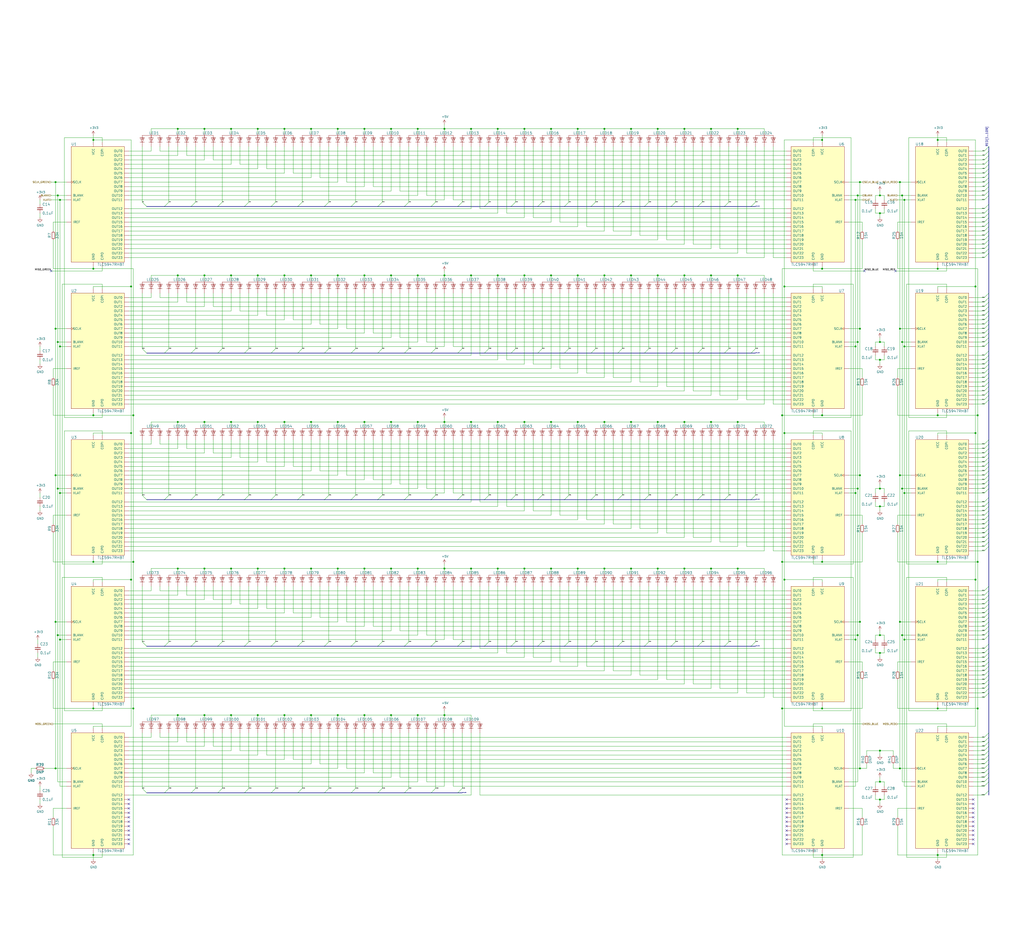
<source format=kicad_sch>
(kicad_sch (version 20211123) (generator eeschema)
  (paper "User" 585.292 540.868)
  (title_block (title "RGB Backlighting") (rev "1") (company "Rachel Mant"))
  (junction (at 516.89 365.76))
  (junction (at 269.24 325.12))
  (junction (at 74.93 163.83))
  (junction (at 284.48 157.48))
  (junction (at 208.28 408.94))
  (junction (at 116.84 325.12))
  (junction (at 514.35 271.78))
  (junction (at 193.04 325.12))
  (junction (at 116.84 73.66))
  (junction (at 269.24 73.66))
  (junction (at 535.94 488.95))
  (junction (at 269.24 241.3))
  (junction (at 515.62 363.22))
  (junction (at 284.48 241.3))
  (junction (at 515.62 279.4))
  (junction (at 162.56 157.48))
  (junction (at 491.49 271.78))
  (junction (at 558.8 237.49))
  (junction (at 502.92 429.26))
  (junction (at 490.22 363.22))
  (junction (at 116.84 157.48))
  (junction (at 76.2 321.31))
  (junction (at 208.28 325.12))
  (junction (at 558.8 405.13))
  (junction (at 31.75 104.14))
  (junction (at 284.48 73.66))
  (junction (at 558.8 321.31))
  (junction (at 447.04 237.49))
  (junction (at 421.64 157.48))
  (junction (at 488.95 281.94))
  (junction (at 33.02 279.4))
  (junction (at 74.93 331.47))
  (junction (at 330.2 157.48))
  (junction (at 76.2 237.49))
  (junction (at 502.92 447.04))
  (junction (at 514.35 104.14))
  (junction (at 101.6 408.94))
  (junction (at 535.94 405.13))
  (junction (at 177.8 325.12))
  (junction (at 469.9 153.67))
  (junction (at 177.8 241.3))
  (junction (at 502.92 205.74))
  (junction (at 448.31 247.65))
  (junction (at 238.76 325.12))
  (junction (at 238.76 241.3))
  (junction (at 502.92 363.22))
  (junction (at 132.08 73.66))
  (junction (at 421.64 325.12))
  (junction (at 177.8 157.48))
  (junction (at 31.75 271.78))
  (junction (at 421.64 241.3))
  (junction (at 193.04 408.94))
  (junction (at 162.56 325.12))
  (junction (at 53.34 80.01))
  (junction (at 345.44 157.48))
  (junction (at 375.92 241.3))
  (junction (at 490.22 195.58))
  (junction (at 360.68 157.48))
  (junction (at 514.35 439.42))
  (junction (at 491.49 439.42))
  (junction (at 514.35 355.6))
  (junction (at 535.94 321.31))
  (junction (at 360.68 241.3))
  (junction (at 391.16 241.3))
  (junction (at 162.56 73.66))
  (junction (at 502.92 195.58))
  (junction (at 162.56 408.94))
  (junction (at 74.93 247.65))
  (junction (at 193.04 73.66))
  (junction (at 314.96 73.66))
  (junction (at 391.16 157.48))
  (junction (at 516.89 114.3))
  (junction (at 557.53 331.47))
  (junction (at 488.95 198.12))
  (junction (at 535.94 80.01))
  (junction (at 132.08 241.3))
  (junction (at 34.29 198.12))
  (junction (at 116.84 408.94))
  (junction (at 535.94 237.49))
  (junction (at 223.52 157.48))
  (junction (at 53.34 405.13))
  (junction (at 502.92 121.92))
  (junction (at 535.94 153.67))
  (junction (at 34.29 281.94))
  (junction (at 391.16 325.12))
  (junction (at 31.75 355.6))
  (junction (at 448.31 331.47))
  (junction (at 514.35 187.96))
  (junction (at 299.72 73.66))
  (junction (at 34.29 365.76))
  (junction (at 502.92 289.56))
  (junction (at 132.08 408.94))
  (junction (at 515.62 111.76))
  (junction (at 116.84 241.3))
  (junction (at 31.75 187.96))
  (junction (at 101.6 241.3))
  (junction (at 469.9 488.95))
  (junction (at 284.48 325.12))
  (junction (at 447.04 405.13))
  (junction (at 447.04 321.31))
  (junction (at 330.2 325.12))
  (junction (at 491.49 355.6))
  (junction (at 177.8 408.94))
  (junction (at 330.2 73.66))
  (junction (at 147.32 408.94))
  (junction (at 516.89 281.94))
  (junction (at 33.02 195.58))
  (junction (at 488.95 114.3))
  (junction (at 557.53 247.65))
  (junction (at 557.53 163.83))
  (junction (at 101.6 325.12))
  (junction (at 254 157.48))
  (junction (at 101.6 157.48))
  (junction (at 147.32 241.3))
  (junction (at 360.68 73.66))
  (junction (at 469.9 321.31))
  (junction (at 223.52 325.12))
  (junction (at 469.9 405.13))
  (junction (at 345.44 73.66))
  (junction (at 193.04 157.48))
  (junction (at 502.92 279.4))
  (junction (at 53.34 153.67))
  (junction (at 53.34 237.49))
  (junction (at 147.32 157.48))
  (junction (at 101.6 73.66))
  (junction (at 491.49 104.14))
  (junction (at 208.28 241.3))
  (junction (at 34.29 114.3))
  (junction (at 469.9 237.49))
  (junction (at 147.32 325.12))
  (junction (at 33.02 363.22))
  (junction (at 299.72 241.3))
  (junction (at 360.68 325.12))
  (junction (at 208.28 73.66))
  (junction (at 406.4 325.12))
  (junction (at 53.34 321.31))
  (junction (at 132.08 325.12))
  (junction (at 31.75 439.42))
  (junction (at 254 325.12))
  (junction (at 345.44 241.3))
  (junction (at 223.52 73.66))
  (junction (at 448.31 163.83))
  (junction (at 375.92 157.48))
  (junction (at 238.76 408.94))
  (junction (at 490.22 111.76))
  (junction (at 502.92 373.38))
  (junction (at 254 73.66))
  (junction (at 406.4 157.48))
  (junction (at 147.32 73.66))
  (junction (at 345.44 325.12))
  (junction (at 488.95 365.76))
  (junction (at 269.24 157.48))
  (junction (at 490.22 279.4))
  (junction (at 76.2 405.13))
  (junction (at 33.02 111.76))
  (junction (at 515.62 195.58))
  (junction (at 502.92 111.76))
  (junction (at 375.92 73.66))
  (junction (at 208.28 157.48))
  (junction (at 491.49 187.96))
  (junction (at 502.92 457.2))
  (junction (at 193.04 241.3))
  (junction (at 406.4 241.3))
  (junction (at 177.8 73.66))
  (junction (at 314.96 157.48))
  (junction (at 238.76 157.48))
  (junction (at 406.4 73.66))
  (junction (at 299.72 325.12))
  (junction (at 53.34 488.95))
  (junction (at 254 408.94))
  (junction (at 516.89 198.12))
  (junction (at 238.76 73.66))
  (junction (at 254 241.3))
  (junction (at 330.2 241.3))
  (junction (at 299.72 157.48))
  (junction (at 162.56 241.3))
  (junction (at 314.96 325.12))
  (junction (at 132.08 157.48))
  (junction (at 223.52 241.3))
  (junction (at 421.64 73.66))
  (junction (at 391.16 73.66))
  (junction (at 314.96 241.3))
  (junction (at 223.52 408.94))
  (junction (at 375.92 325.12))
  (junction (at 469.9 80.01))
  (no_connect (at 73.66 457.2))
  (no_connect (at 556.26 457.2))
  (no_connect (at 73.66 472.44))
  (no_connect (at 556.26 462.28))
  (no_connect (at 449.58 459.74))
  (no_connect (at 556.26 467.36))
  (no_connect (at 556.26 459.74))
  (no_connect (at 556.26 469.9))
  (no_connect (at 556.26 472.44))
  (no_connect (at 449.58 469.9))
  (no_connect (at 73.66 467.36))
  (no_connect (at 556.26 482.6))
  (no_connect (at 73.66 474.98))
  (no_connect (at 449.58 480.06))
  (no_connect (at 494.03 154.94))
  (no_connect (at 73.66 462.28))
  (no_connect (at 449.58 457.2))
  (no_connect (at 556.26 480.06))
  (no_connect (at 556.26 474.98))
  (no_connect (at 449.58 462.28))
  (no_connect (at 449.58 472.44))
  (no_connect (at 556.26 464.82))
  (no_connect (at 73.66 469.9))
  (no_connect (at 449.58 482.6))
  (no_connect (at 449.58 477.52))
  (no_connect (at 29.21 154.94))
  (no_connect (at 511.81 154.94))
  (no_connect (at 73.66 480.06))
  (no_connect (at 73.66 459.74))
  (no_connect (at 449.58 467.36))
  (no_connect (at 73.66 464.82))
  (no_connect (at 73.66 477.52))
  (no_connect (at 449.58 464.82))
  (no_connect (at 73.66 482.6))
  (no_connect (at 449.58 474.98))
  (no_connect (at 556.26 477.52))
  (bus_entry (at 562.61 144.78) (size 2.54 -2.54))
  (bus_entry (at 562.61 274.32) (size 2.54 -2.54))
  (bus_entry (at 562.61 109.22) (size 2.54 -2.54))
  (bus_entry (at 124.46 285.75) (size 2.54 -2.54))
  (bus_entry (at 276.86 201.93) (size 2.54 -2.54))
  (bus_entry (at 562.61 111.76) (size 2.54 -2.54))
  (bus_entry (at 562.61 220.98) (size 2.54 -2.54))
  (bus_entry (at 562.61 218.44) (size 2.54 -2.54))
  (bus_entry (at 562.61 124.46) (size 2.54 -2.54))
  (bus_entry (at 307.34 285.75) (size 2.54 -2.54))
  (bus_entry (at 261.62 118.11) (size 2.54 -2.54))
  (bus_entry (at 562.61 345.44) (size 2.54 -2.54))
  (bus_entry (at 429.26 118.11) (size 2.54 -2.54))
  (bus_entry (at 562.61 292.1) (size 2.54 -2.54))
  (bus_entry (at 81.28 283.21) (size 2.54 2.54))
  (bus_entry (at 562.61 454.66) (size 2.54 -2.54))
  (bus_entry (at 562.61 436.88) (size 2.54 -2.54))
  (bus_entry (at 562.61 358.14) (size 2.54 -2.54))
  (bus_entry (at 337.82 285.75) (size 2.54 -2.54))
  (bus_entry (at 562.61 121.92) (size 2.54 -2.54))
  (bus_entry (at 139.7 369.57) (size 2.54 -2.54))
  (bus_entry (at 562.61 447.04) (size 2.54 -2.54))
  (bus_entry (at 81.28 199.39) (size 2.54 2.54))
  (bus_entry (at 154.94 201.93) (size 2.54 -2.54))
  (bus_entry (at 562.61 119.38) (size 2.54 -2.54))
  (bus_entry (at 322.58 369.57) (size 2.54 -2.54))
  (bus_entry (at 246.38 118.11) (size 2.54 -2.54))
  (bus_entry (at 109.22 118.11) (size 2.54 -2.54))
  (bus_entry (at 93.98 369.57) (size 2.54 -2.54))
  (bus_entry (at 562.61 434.34) (size 2.54 -2.54))
  (bus_entry (at 414.02 369.57) (size 2.54 -2.54))
  (bus_entry (at 562.61 302.26) (size 2.54 -2.54))
  (bus_entry (at 231.14 453.39) (size 2.54 -2.54))
  (bus_entry (at 562.61 147.32) (size 2.54 -2.54))
  (bus_entry (at 414.02 285.75) (size 2.54 -2.54))
  (bus_entry (at 307.34 369.57) (size 2.54 -2.54))
  (bus_entry (at 383.54 285.75) (size 2.54 -2.54))
  (bus_entry (at 353.06 369.57) (size 2.54 -2.54))
  (bus_entry (at 139.7 453.39) (size 2.54 -2.54))
  (bus_entry (at 124.46 201.93) (size 2.54 -2.54))
  (bus_entry (at 562.61 386.08) (size 2.54 -2.54))
  (bus_entry (at 368.3 369.57) (size 2.54 -2.54))
  (bus_entry (at 215.9 118.11) (size 2.54 -2.54))
  (bus_entry (at 562.61 193.04) (size 2.54 -2.54))
  (bus_entry (at 562.61 96.52) (size 2.54 -2.54))
  (bus_entry (at 562.61 441.96) (size 2.54 -2.54))
  (bus_entry (at 562.61 381) (size 2.54 -2.54))
  (bus_entry (at 429.26 201.93) (size 2.54 -2.54))
  (bus_entry (at 562.61 287.02) (size 2.54 -2.54))
  (bus_entry (at 261.62 201.93) (size 2.54 -2.54))
  (bus_entry (at 562.61 312.42) (size 2.54 -2.54))
  (bus_entry (at 562.61 350.52) (size 2.54 -2.54))
  (bus_entry (at 562.61 393.7) (size 2.54 -2.54))
  (bus_entry (at 562.61 213.36) (size 2.54 -2.54))
  (bus_entry (at 215.9 453.39) (size 2.54 -2.54))
  (bus_entry (at 322.58 118.11) (size 2.54 -2.54))
  (bus_entry (at 562.61 172.72) (size 2.54 -2.54))
  (bus_entry (at 231.14 285.75) (size 2.54 -2.54))
  (bus_entry (at 562.61 391.16) (size 2.54 -2.54))
  (bus_entry (at 337.82 201.93) (size 2.54 -2.54))
  (bus_entry (at 562.61 299.72) (size 2.54 -2.54))
  (bus_entry (at 109.22 201.93) (size 2.54 -2.54))
  (bus_entry (at 562.61 226.06) (size 2.54 -2.54))
  (bus_entry (at 368.3 285.75) (size 2.54 -2.54))
  (bus_entry (at 383.54 369.57) (size 2.54 -2.54))
  (bus_entry (at 170.18 285.75) (size 2.54 -2.54))
  (bus_entry (at 185.42 369.57) (size 2.54 -2.54))
  (bus_entry (at 93.98 201.93) (size 2.54 -2.54))
  (bus_entry (at 562.61 228.6) (size 2.54 -2.54))
  (bus_entry (at 562.61 314.96) (size 2.54 -2.54))
  (bus_entry (at 562.61 342.9) (size 2.54 -2.54))
  (bus_entry (at 562.61 378.46) (size 2.54 -2.54))
  (bus_entry (at 414.02 201.93) (size 2.54 -2.54))
  (bus_entry (at 562.61 431.8) (size 2.54 -2.54))
  (bus_entry (at 562.61 383.54) (size 2.54 -2.54))
  (bus_entry (at 109.22 285.75) (size 2.54 -2.54))
  (bus_entry (at 200.66 453.39) (size 2.54 -2.54))
  (bus_entry (at 261.62 369.57) (size 2.54 -2.54))
  (bus_entry (at 353.06 118.11) (size 2.54 -2.54))
  (bus_entry (at 562.61 429.26) (size 2.54 -2.54))
  (bus_entry (at 562.61 439.42) (size 2.54 -2.54))
  (bus_entry (at 562.61 424.18) (size 2.54 -2.54))
  (bus_entry (at 276.86 369.57) (size 2.54 -2.54))
  (bus_entry (at 200.66 201.93) (size 2.54 -2.54))
  (bus_entry (at 562.61 190.5) (size 2.54 -2.54))
  (bus_entry (at 215.9 369.57) (size 2.54 -2.54))
  (bus_entry (at 562.61 106.68) (size 2.54 -2.54))
  (bus_entry (at 562.61 271.78) (size 2.54 -2.54))
  (bus_entry (at 246.38 201.93) (size 2.54 -2.54))
  (bus_entry (at 307.34 118.11) (size 2.54 -2.54))
  (bus_entry (at 322.58 201.93) (size 2.54 -2.54))
  (bus_entry (at 170.18 453.39) (size 2.54 -2.54))
  (bus_entry (at 562.61 398.78) (size 2.54 -2.54))
  (bus_entry (at 562.61 88.9) (size 2.54 -2.54))
  (bus_entry (at 170.18 118.11) (size 2.54 -2.54))
  (bus_entry (at 124.46 369.57) (size 2.54 -2.54))
  (bus_entry (at 368.3 201.93) (size 2.54 -2.54))
  (bus_entry (at 139.7 201.93) (size 2.54 -2.54))
  (bus_entry (at 231.14 201.93) (size 2.54 -2.54))
  (bus_entry (at 429.26 285.75) (size 2.54 -2.54))
  (bus_entry (at 562.61 307.34) (size 2.54 -2.54))
  (bus_entry (at 292.1 369.57) (size 2.54 -2.54))
  (bus_entry (at 562.61 388.62) (size 2.54 -2.54))
  (bus_entry (at 200.66 118.11) (size 2.54 -2.54))
  (bus_entry (at 154.94 285.75) (size 2.54 -2.54))
  (bus_entry (at 139.7 118.11) (size 2.54 -2.54))
  (bus_entry (at 292.1 118.11) (size 2.54 -2.54))
  (bus_entry (at 562.61 304.8) (size 2.54 -2.54))
  (bus_entry (at 353.06 201.93) (size 2.54 -2.54))
  (bus_entry (at 562.61 279.4) (size 2.54 -2.54))
  (bus_entry (at 562.61 294.64) (size 2.54 -2.54))
  (bus_entry (at 292.1 285.75) (size 2.54 -2.54))
  (bus_entry (at 562.61 355.6) (size 2.54 -2.54))
  (bus_entry (at 109.22 453.39) (size 2.54 -2.54))
  (bus_entry (at 398.78 369.57) (size 2.54 -2.54))
  (bus_entry (at 562.61 421.64) (size 2.54 -2.54))
  (bus_entry (at 337.82 369.57) (size 2.54 -2.54))
  (bus_entry (at 562.61 132.08) (size 2.54 -2.54))
  (bus_entry (at 124.46 453.39) (size 2.54 -2.54))
  (bus_entry (at 562.61 259.08) (size 2.54 -2.54))
  (bus_entry (at 562.61 396.24) (size 2.54 -2.54))
  (bus_entry (at 322.58 285.75) (size 2.54 -2.54))
  (bus_entry (at 562.61 180.34) (size 2.54 -2.54))
  (bus_entry (at 562.61 297.18) (size 2.54 -2.54))
  (bus_entry (at 562.61 261.62) (size 2.54 -2.54))
  (bus_entry (at 562.61 444.5) (size 2.54 -2.54))
  (bus_entry (at 562.61 337.82) (size 2.54 -2.54))
  (bus_entry (at 185.42 285.75) (size 2.54 -2.54))
  (bus_entry (at 562.61 203.2) (size 2.54 -2.54))
  (bus_entry (at 562.61 208.28) (size 2.54 -2.54))
  (bus_entry (at 368.3 118.11) (size 2.54 -2.54))
  (bus_entry (at 562.61 375.92) (size 2.54 -2.54))
  (bus_entry (at 215.9 201.93) (size 2.54 -2.54))
  (bus_entry (at 276.86 118.11) (size 2.54 -2.54))
  (bus_entry (at 562.61 127) (size 2.54 -2.54))
  (bus_entry (at 562.61 347.98) (size 2.54 -2.54))
  (bus_entry (at 562.61 86.36) (size 2.54 -2.54))
  (bus_entry (at 83.82 118.11) (size -2.54 -2.54))
  (bus_entry (at 562.61 205.74) (size 2.54 -2.54))
  (bus_entry (at 231.14 369.57) (size 2.54 -2.54))
  (bus_entry (at 562.61 276.86) (size 2.54 -2.54))
  (bus_entry (at 562.61 373.38) (size 2.54 -2.54))
  (bus_entry (at 562.61 210.82) (size 2.54 -2.54))
  (bus_entry (at 562.61 340.36) (size 2.54 -2.54))
  (bus_entry (at 562.61 142.24) (size 2.54 -2.54))
  (bus_entry (at 246.38 369.57) (size 2.54 -2.54))
  (bus_entry (at 562.61 309.88) (size 2.54 -2.54))
  (bus_entry (at 154.94 118.11) (size 2.54 -2.54))
  (bus_entry (at 562.61 254) (size 2.54 -2.54))
  (bus_entry (at 562.61 353.06) (size 2.54 -2.54))
  (bus_entry (at 353.06 285.75) (size 2.54 -2.54))
  (bus_entry (at 383.54 118.11) (size 2.54 -2.54))
  (bus_entry (at 562.61 363.22) (size 2.54 -2.54))
  (bus_entry (at 562.61 175.26) (size 2.54 -2.54))
  (bus_entry (at 93.98 118.11) (size 2.54 -2.54))
  (bus_entry (at 170.18 201.93) (size 2.54 -2.54))
  (bus_entry (at 562.61 223.52) (size 2.54 -2.54))
  (bus_entry (at 562.61 139.7) (size 2.54 -2.54))
  (bus_entry (at 383.54 201.93) (size 2.54 -2.54))
  (bus_entry (at 109.22 369.57) (size 2.54 -2.54))
  (bus_entry (at 562.61 264.16) (size 2.54 -2.54))
  (bus_entry (at 562.61 365.76) (size 2.54 -2.54))
  (bus_entry (at 562.61 289.56) (size 2.54 -2.54))
  (bus_entry (at 562.61 198.12) (size 2.54 -2.54))
  (bus_entry (at 398.78 285.75) (size 2.54 -2.54))
  (bus_entry (at 562.61 256.54) (size 2.54 -2.54))
  (bus_entry (at 562.61 215.9) (size 2.54 -2.54))
  (bus_entry (at 154.94 453.39) (size 2.54 -2.54))
  (bus_entry (at 562.61 266.7) (size 2.54 -2.54))
  (bus_entry (at 81.28 367.03) (size 2.54 2.54))
  (bus_entry (at 337.82 118.11) (size 2.54 -2.54))
  (bus_entry (at 562.61 269.24) (size 2.54 -2.54))
  (bus_entry (at 215.9 285.75) (size 2.54 -2.54))
  (bus_entry (at 562.61 370.84) (size 2.54 -2.54))
  (bus_entry (at 398.78 118.11) (size 2.54 -2.54))
  (bus_entry (at 139.7 285.75) (size 2.54 -2.54))
  (bus_entry (at 246.38 285.75) (size 2.54 -2.54))
  (bus_entry (at 307.34 201.93) (size 2.54 -2.54))
  (bus_entry (at 414.02 118.11) (size 2.54 -2.54))
  (bus_entry (at 185.42 118.11) (size 2.54 -2.54))
  (bus_entry (at 562.61 185.42) (size 2.54 -2.54))
  (bus_entry (at 562.61 129.54) (size 2.54 -2.54))
  (bus_entry (at 261.62 453.39) (size 2.54 -2.54))
  (bus_entry (at 154.94 369.57) (size 2.54 -2.54))
  (bus_entry (at 562.61 426.72) (size 2.54 -2.54))
  (bus_entry (at 246.38 453.39) (size 2.54 -2.54))
  (bus_entry (at 562.61 195.58) (size 2.54 -2.54))
  (bus_entry (at 562.61 170.18) (size 2.54 -2.54))
  (bus_entry (at 562.61 182.88) (size 2.54 -2.54))
  (bus_entry (at 562.61 360.68) (size 2.54 -2.54))
  (bus_entry (at 562.61 101.6) (size 2.54 -2.54))
  (bus_entry (at 185.42 201.93) (size 2.54 -2.54))
  (bus_entry (at 562.61 137.16) (size 2.54 -2.54))
  (bus_entry (at 562.61 114.3) (size 2.54 -2.54))
  (bus_entry (at 276.86 285.75) (size 2.54 -2.54))
  (bus_entry (at 124.46 118.11) (size 2.54 -2.54))
  (bus_entry (at 170.18 369.57) (size 2.54 -2.54))
  (bus_entry (at 93.98 453.39) (size 2.54 -2.54))
  (bus_entry (at 261.62 285.75) (size 2.54 -2.54))
  (bus_entry (at 562.61 281.94) (size 2.54 -2.54))
  (bus_entry (at 562.61 231.14) (size 2.54 -2.54))
  (bus_entry (at 81.28 450.85) (size 2.54 2.54))
  (bus_entry (at 562.61 93.98) (size 2.54 -2.54))
  (bus_entry (at 93.98 285.75) (size 2.54 -2.54))
  (bus_entry (at 231.14 118.11) (size 2.54 -2.54))
  (bus_entry (at 292.1 201.93) (size 2.54 -2.54))
  (bus_entry (at 562.61 177.8) (size 2.54 -2.54))
  (bus_entry (at 200.66 369.57) (size 2.54 -2.54))
  (bus_entry (at 562.61 134.62) (size 2.54 -2.54))
  (bus_entry (at 398.78 201.93) (size 2.54 -2.54))
  (bus_entry (at 185.42 453.39) (size 2.54 -2.54))
  (bus_entry (at 200.66 285.75) (size 2.54 -2.54))
  (bus_entry (at 429.26 369.57) (size 2.54 -2.54))
  (bus_entry (at 562.61 91.44) (size 2.54 -2.54))
  (bus_entry (at 562.61 187.96) (size 2.54 -2.54))
  (bus_entry (at 562.61 449.58) (size 2.54 -2.54))
  (bus_entry (at 562.61 99.06) (size 2.54 -2.54))
  (bus_entry (at 562.61 104.14) (size 2.54 -2.54))
  (bus (pts (xy 170.18 453.39) (xy 185.42 453.39)))
  (wire (pts (xy 208.28 190.5) (xy 208.28 167.64)))
  (wire (pts (xy 76.2 321.31) (xy 53.34 321.31)))
  (wire (pts (xy 513.08 472.44) (xy 513.08 488.95)))
  (wire (pts (xy 132.08 73.66) (xy 132.08 76.2)))
  (bus (pts (xy 231.14 118.11) (xy 246.38 118.11)))
  (wire (pts (xy 562.61 292.1) (xy 556.26 292.1)))
  (wire (pts (xy 259.08 114.3) (xy 259.08 83.82)))
  (wire (pts (xy 556.26 373.38) (xy 562.61 373.38)))
  (wire (pts (xy 314.96 73.66) (xy 314.96 76.2)))
  (bus (pts (xy 565.15 360.68) (xy 565.15 363.22)))
  (wire (pts (xy 31.75 355.6) (xy 31.75 271.78)))
  (wire (pts (xy 518.16 162.56) (xy 541.02 162.56)))
  (wire (pts (xy 396.24 307.34) (xy 449.58 307.34)))
  (wire (pts (xy 464.82 406.4) (xy 486.41 406.4)))
  (wire (pts (xy 421.64 327.66) (xy 421.64 325.12)))
  (bus (pts (xy 139.7 369.57) (xy 154.94 369.57)))
  (wire (pts (xy 535.94 331.47) (xy 557.53 331.47)))
  (wire (pts (xy 73.66 114.3) (xy 254 114.3)))
  (wire (pts (xy 502.92 363.22) (xy 505.46 363.22)))
  (wire (pts (xy 81.28 83.82) (xy 81.28 115.57)))
  (wire (pts (xy 541.02 487.68) (xy 541.02 490.22)))
  (wire (pts (xy 269.24 325.12) (xy 269.24 327.66)))
  (wire (pts (xy 375.92 304.8) (xy 375.92 251.46)))
  (wire (pts (xy 254 281.94) (xy 254 251.46)))
  (wire (pts (xy 21.59 373.38) (xy 21.59 375.92)))
  (wire (pts (xy 284.48 73.66) (xy 284.48 76.2)))
  (wire (pts (xy 193.04 408.94) (xy 193.04 411.48)))
  (wire (pts (xy 464.82 416.56) (xy 464.82 414.02)))
  (wire (pts (xy 152.4 419.1) (xy 152.4 431.8)))
  (wire (pts (xy 500.38 363.22) (xy 500.38 365.76)))
  (wire (pts (xy 182.88 251.46) (xy 182.88 269.24)))
  (bus (pts (xy 565.15 139.7) (xy 565.15 142.24)))
  (bus (pts (xy 353.06 118.11) (xy 368.3 118.11)))
  (wire (pts (xy 486.41 406.4) (xy 486.41 246.38)))
  (wire (pts (xy 502.92 279.4) (xy 505.46 279.4)))
  (wire (pts (xy 406.4 157.48) (xy 391.16 157.48)))
  (wire (pts (xy 259.08 114.3) (xy 449.58 114.3)))
  (bus (pts (xy 565.15 421.64) (xy 565.15 424.18)))
  (bus (pts (xy 565.15 302.26) (xy 565.15 304.8)))
  (wire (pts (xy 449.58 256.54) (xy 106.68 256.54)))
  (wire (pts (xy 491.49 355.6) (xy 491.49 439.42)))
  (wire (pts (xy 309.88 83.82) (xy 309.88 115.57)))
  (wire (pts (xy 254 238.76) (xy 254 241.3)))
  (wire (pts (xy 541.02 320.04) (xy 541.02 322.58)))
  (wire (pts (xy 274.32 119.38) (xy 274.32 83.82)))
  (wire (pts (xy 490.22 195.58) (xy 485.14 195.58)))
  (wire (pts (xy 22.86 449.58) (xy 22.86 452.12)))
  (wire (pts (xy 396.24 251.46) (xy 396.24 307.34)))
  (wire (pts (xy 562.61 302.26) (xy 556.26 302.26)))
  (wire (pts (xy 127 335.28) (xy 127 367.03)))
  (wire (pts (xy 447.04 405.13) (xy 469.9 405.13)))
  (wire (pts (xy 556.26 393.7) (xy 562.61 393.7)))
  (bus (pts (xy 565.15 259.08) (xy 565.15 261.62)))
  (wire (pts (xy 73.66 294.64) (xy 314.96 294.64)))
  (wire (pts (xy 556.26 172.72) (xy 562.61 172.72)))
  (wire (pts (xy 73.66 289.56) (xy 284.48 289.56)))
  (wire (pts (xy 562.61 353.06) (xy 556.26 353.06)))
  (wire (pts (xy 167.64 434.34) (xy 167.64 419.1)))
  (wire (pts (xy 485.14 127) (xy 492.76 127)))
  (wire (pts (xy 541.02 322.58) (xy 518.16 322.58)))
  (wire (pts (xy 96.52 83.82) (xy 96.52 115.57)))
  (wire (pts (xy 177.8 241.3) (xy 193.04 241.3)))
  (wire (pts (xy 73.66 421.64) (xy 86.36 421.64)))
  (wire (pts (xy 360.68 218.44) (xy 360.68 167.64)))
  (wire (pts (xy 30.48 137.16) (xy 30.48 153.67)))
  (wire (pts (xy 421.64 228.6) (xy 421.64 167.64)))
  (bus (pts (xy 307.34 369.57) (xy 322.58 369.57)))
  (wire (pts (xy 152.4 431.8) (xy 449.58 431.8)))
  (wire (pts (xy 73.66 104.14) (xy 193.04 104.14)))
  (wire (pts (xy 34.29 365.76) (xy 34.29 281.94)))
  (wire (pts (xy 541.02 330.2) (xy 541.02 332.74)))
  (wire (pts (xy 335.28 213.36) (xy 449.58 213.36)))
  (wire (pts (xy 193.04 187.96) (xy 193.04 167.64)))
  (wire (pts (xy 562.61 231.14) (xy 556.26 231.14)))
  (wire (pts (xy 269.24 119.38) (xy 269.24 83.82)))
  (wire (pts (xy 541.02 246.38) (xy 541.02 248.92)))
  (wire (pts (xy 73.66 363.22) (xy 238.76 363.22)))
  (bus (pts (xy 292.1 369.57) (xy 307.34 369.57)))
  (bus (pts (xy 414.02 118.11) (xy 429.26 118.11)))
  (wire (pts (xy 132.08 325.12) (xy 132.08 327.66)))
  (wire (pts (xy 73.66 304.8) (xy 375.92 304.8)))
  (wire (pts (xy 375.92 325.12) (xy 375.92 327.66)))
  (wire (pts (xy 73.66 292.1) (xy 299.72 292.1)))
  (wire (pts (xy 541.02 152.4) (xy 541.02 154.94)))
  (bus (pts (xy 565.15 269.24) (xy 565.15 271.78)))
  (wire (pts (xy 464.82 236.22) (xy 464.82 238.76)))
  (wire (pts (xy 535.94 416.56) (xy 535.94 415.29)))
  (wire (pts (xy 345.44 383.54) (xy 345.44 335.28)))
  (wire (pts (xy 360.68 302.26) (xy 360.68 251.46)))
  (wire (pts (xy 162.56 157.48) (xy 177.8 157.48)))
  (wire (pts (xy 485.14 104.14) (xy 491.49 104.14)))
  (wire (pts (xy 516.89 449.58) (xy 520.7 449.58)))
  (wire (pts (xy 505.46 279.4) (xy 505.46 281.94)))
  (wire (pts (xy 269.24 408.94) (xy 254 408.94)))
  (bus (pts (xy 383.54 118.11) (xy 398.78 118.11)))
  (wire (pts (xy 73.66 93.98) (xy 132.08 93.98)))
  (wire (pts (xy 535.94 80.01) (xy 535.94 77.47)))
  (wire (pts (xy 299.72 325.12) (xy 299.72 327.66)))
  (wire (pts (xy 73.66 182.88) (xy 162.56 182.88)))
  (bus (pts (xy 368.3 118.11) (xy 383.54 118.11)))
  (wire (pts (xy 447.04 405.13) (xy 447.04 488.95)))
  (wire (pts (xy 203.2 167.64) (xy 203.2 199.39)))
  (wire (pts (xy 223.52 157.48) (xy 223.52 160.02)))
  (wire (pts (xy 520.7 127) (xy 513.08 127)))
  (bus (pts (xy 139.7 285.75) (xy 154.94 285.75)))
  (wire (pts (xy 488.95 365.76) (xy 488.95 281.94)))
  (wire (pts (xy 74.93 247.65) (xy 74.93 331.47)))
  (wire (pts (xy 505.46 457.2) (xy 502.92 457.2)))
  (bus (pts (xy 565.15 439.42) (xy 565.15 441.96)))
  (wire (pts (xy 500.38 454.66) (xy 500.38 457.2)))
  (wire (pts (xy 182.88 83.82) (xy 182.88 101.6)))
  (wire (pts (xy 284.48 241.3) (xy 284.48 243.84)))
  (wire (pts (xy 269.24 287.02) (xy 269.24 251.46)))
  (wire (pts (xy 33.02 363.22) (xy 33.02 279.4)))
  (wire (pts (xy 421.64 144.78) (xy 421.64 83.82)))
  (wire (pts (xy 101.6 424.18) (xy 101.6 419.1)))
  (bus (pts (xy 565.15 190.5) (xy 565.15 193.04)))
  (wire (pts (xy 314.96 241.3) (xy 314.96 243.84)))
  (wire (pts (xy 513.08 220.98) (xy 513.08 237.49)))
  (wire (pts (xy 558.8 237.49) (xy 558.8 153.67)))
  (wire (pts (xy 562.61 342.9) (xy 556.26 342.9)))
  (bus (pts (xy 398.78 369.57) (xy 414.02 369.57)))
  (wire (pts (xy 514.35 271.78) (xy 514.35 187.96)))
  (wire (pts (xy 431.8 167.64) (xy 431.8 199.39)))
  (bus (pts (xy 565.15 393.7) (xy 565.15 396.24)))
  (wire (pts (xy 375.92 157.48) (xy 375.92 160.02)))
  (wire (pts (xy 421.64 241.3) (xy 406.4 241.3)))
  (bus (pts (xy 185.42 369.57) (xy 200.66 369.57)))
  (wire (pts (xy 58.42 162.56) (xy 58.42 165.1)))
  (wire (pts (xy 91.44 254) (xy 449.58 254)))
  (wire (pts (xy 208.28 408.94) (xy 208.28 411.48)))
  (wire (pts (xy 436.88 147.32) (xy 436.88 83.82)))
  (wire (pts (xy 30.48 472.44) (xy 30.48 488.95)))
  (wire (pts (xy 469.9 331.47) (xy 469.9 332.74)))
  (wire (pts (xy 449.58 363.22) (xy 243.84 363.22)))
  (wire (pts (xy 289.56 335.28) (xy 289.56 373.38)))
  (wire (pts (xy 132.08 157.48) (xy 147.32 157.48)))
  (wire (pts (xy 492.76 405.13) (xy 469.9 405.13)))
  (wire (pts (xy 73.66 106.68) (xy 208.28 106.68)))
  (bus (pts (xy 565.15 312.42) (xy 565.15 335.28)))
  (wire (pts (xy 421.64 396.24) (xy 421.64 335.28)))
  (wire (pts (xy 101.6 88.9) (xy 101.6 83.82)))
  (wire (pts (xy 406.4 73.66) (xy 406.4 76.2)))
  (wire (pts (xy 299.72 208.28) (xy 299.72 167.64)))
  (wire (pts (xy 208.28 441.96) (xy 208.28 419.1)))
  (wire (pts (xy 513.08 137.16) (xy 513.08 153.67)))
  (wire (pts (xy 22.86 121.92) (xy 22.86 124.46)))
  (wire (pts (xy 243.84 363.22) (xy 243.84 335.28)))
  (wire (pts (xy 502.92 121.92) (xy 502.92 124.46)))
  (bus (pts (xy 292.1 285.75) (xy 307.34 285.75)))
  (wire (pts (xy 449.58 104.14) (xy 198.12 104.14)))
  (wire (pts (xy 469.9 247.65) (xy 469.9 248.92)))
  (wire (pts (xy 360.68 157.48) (xy 345.44 157.48)))
  (wire (pts (xy 106.68 172.72) (xy 106.68 167.64)))
  (wire (pts (xy 58.42 78.74) (xy 58.42 81.28)))
  (wire (pts (xy 449.58 127) (xy 320.04 127)))
  (wire (pts (xy 137.16 261.62) (xy 137.16 251.46)))
  (wire (pts (xy 411.48 335.28) (xy 411.48 393.7)))
  (wire (pts (xy 73.66 391.16) (xy 391.16 391.16)))
  (wire (pts (xy 213.36 441.96) (xy 449.58 441.96)))
  (wire (pts (xy 81.28 335.28) (xy 81.28 367.03)))
  (bus (pts (xy 139.7 118.11) (xy 154.94 118.11)))
  (wire (pts (xy 91.44 83.82) (xy 91.44 86.36)))
  (wire (pts (xy 31.75 104.14) (xy 38.1 104.14)))
  (wire (pts (xy 73.66 388.62) (xy 375.92 388.62)))
  (wire (pts (xy 556.26 114.3) (xy 562.61 114.3)))
  (wire (pts (xy 73.66 228.6) (xy 421.64 228.6)))
  (wire (pts (xy 208.28 241.3) (xy 223.52 241.3)))
  (wire (pts (xy 562.61 215.9) (xy 556.26 215.9)))
  (wire (pts (xy 562.61 96.52) (xy 556.26 96.52)))
  (wire (pts (xy 556.26 436.88) (xy 562.61 436.88)))
  (wire (pts (xy 556.26 177.8) (xy 562.61 177.8)))
  (bus (pts (xy 565.15 121.92) (xy 565.15 124.46)))
  (wire (pts (xy 35.56 490.22) (xy 35.56 330.2)))
  (wire (pts (xy 58.42 320.04) (xy 58.42 322.58)))
  (bus (pts (xy 185.42 453.39) (xy 200.66 453.39)))
  (wire (pts (xy 208.28 73.66) (xy 223.52 73.66)))
  (wire (pts (xy 556.26 93.98) (xy 562.61 93.98)))
  (wire (pts (xy 556.26 266.7) (xy 562.61 266.7)))
  (wire (pts (xy 259.08 335.28) (xy 259.08 365.76)))
  (bus (pts (xy 565.15 441.96) (xy 565.15 444.5)))
  (wire (pts (xy 449.58 337.82) (xy 91.44 337.82)))
  (wire (pts (xy 203.2 419.1) (xy 203.2 450.85)))
  (wire (pts (xy 556.26 434.34) (xy 562.61 434.34)))
  (bus (pts (xy 292.1 201.93) (xy 307.34 201.93)))
  (wire (pts (xy 449.58 381) (xy 335.28 381)))
  (wire (pts (xy 147.32 431.8) (xy 147.32 419.1)))
  (wire (pts (xy 449.58 347.98) (xy 152.4 347.98)))
  (wire (pts (xy 269.24 73.66) (xy 254 73.66)))
  (wire (pts (xy 314.96 157.48) (xy 299.72 157.48)))
  (wire (pts (xy 514.35 271.78) (xy 520.7 271.78)))
  (wire (pts (xy 492.76 237.49) (xy 492.76 220.98)))
  (wire (pts (xy 274.32 203.2) (xy 449.58 203.2)))
  (wire (pts (xy 513.08 462.28) (xy 513.08 467.36)))
  (bus (pts (xy 565.15 309.88) (xy 565.15 312.42)))
  (wire (pts (xy 556.26 182.88) (xy 562.61 182.88)))
  (wire (pts (xy 562.61 279.4) (xy 556.26 279.4)))
  (wire (pts (xy 516.89 449.58) (xy 516.89 365.76)))
  (wire (pts (xy 73.66 353.06) (xy 177.8 353.06)))
  (wire (pts (xy 491.49 104.14) (xy 492.76 104.14)))
  (wire (pts (xy 562.61 226.06) (xy 556.26 226.06)))
  (bus (pts (xy 322.58 285.75) (xy 337.82 285.75)))
  (wire (pts (xy 208.28 157.48) (xy 223.52 157.48)))
  (wire (pts (xy 20.32 439.42) (xy 17.78 439.42)))
  (wire (pts (xy 486.41 78.74) (xy 464.82 78.74)))
  (bus (pts (xy 246.38 453.39) (xy 261.62 453.39)))
  (wire (pts (xy 284.48 121.92) (xy 284.48 83.82)))
  (wire (pts (xy 500.38 447.04) (xy 502.92 447.04)))
  (wire (pts (xy 421.64 157.48) (xy 406.4 157.48)))
  (wire (pts (xy 449.58 226.06) (xy 411.48 226.06)))
  (wire (pts (xy 73.66 297.18) (xy 330.2 297.18)))
  (wire (pts (xy 53.34 80.01) (xy 53.34 77.47)))
  (wire (pts (xy 535.94 488.95) (xy 535.94 491.49)))
  (wire (pts (xy 73.66 119.38) (xy 269.24 119.38)))
  (wire (pts (xy 177.8 241.3) (xy 177.8 243.84)))
  (bus (pts (xy 429.26 369.57) (xy 431.8 369.57)))
  (wire (pts (xy 556.26 441.96) (xy 562.61 441.96)))
  (wire (pts (xy 406.4 241.3) (xy 391.16 241.3)))
  (wire (pts (xy 495.3 439.42) (xy 495.3 436.88)))
  (wire (pts (xy 132.08 73.66) (xy 147.32 73.66)))
  (wire (pts (xy 101.6 172.72) (xy 101.6 167.64)))
  (wire (pts (xy 91.44 251.46) (xy 91.44 254)))
  (wire (pts (xy 167.64 350.52) (xy 449.58 350.52)))
  (wire (pts (xy 449.58 391.16) (xy 396.24 391.16)))
  (wire (pts (xy 556.26 228.6) (xy 562.61 228.6)))
  (wire (pts (xy 243.84 447.04) (xy 449.58 447.04)))
  (wire (pts (xy 208.28 358.14) (xy 208.28 335.28)))
  (wire (pts (xy 426.72 312.42) (xy 449.58 312.42)))
  (wire (pts (xy 243.84 111.76) (xy 449.58 111.76)))
  (wire (pts (xy 73.66 172.72) (xy 101.6 172.72)))
  (wire (pts (xy 198.12 271.78) (xy 198.12 251.46)))
  (wire (pts (xy 505.46 203.2) (xy 505.46 205.74)))
  (wire (pts (xy 31.75 355.6) (xy 38.1 355.6)))
  (bus (pts (xy 215.9 285.75) (xy 231.14 285.75)))
  (wire (pts (xy 116.84 175.26) (xy 116.84 167.64)))
  (wire (pts (xy 248.92 335.28) (xy 248.92 367.03)))
  (bus (pts (xy 565.15 167.64) (xy 565.15 170.18)))
  (wire (pts (xy 223.52 325.12) (xy 238.76 325.12)))
  (wire (pts (xy 86.36 325.12) (xy 86.36 327.66)))
  (wire (pts (xy 223.52 408.94) (xy 223.52 411.48)))
  (bus (pts (xy 565.15 276.86) (xy 565.15 279.4)))
  (wire (pts (xy 73.66 386.08) (xy 360.68 386.08)))
  (bus (pts (xy 565.15 213.36) (xy 565.15 215.9)))
  (wire (pts (xy 500.38 121.92) (xy 502.92 121.92)))
  (wire (pts (xy 30.48 127) (xy 30.48 132.08)))
  (wire (pts (xy 73.66 134.62) (xy 360.68 134.62)))
  (wire (pts (xy 73.66 231.14) (xy 436.88 231.14)))
  (wire (pts (xy 73.66 436.88) (xy 177.8 436.88)))
  (wire (pts (xy 177.8 101.6) (xy 177.8 83.82)))
  (wire (pts (xy 284.48 157.48) (xy 269.24 157.48)))
  (wire (pts (xy 73.66 358.14) (xy 208.28 358.14)))
  (wire (pts (xy 449.58 294.64) (xy 320.04 294.64)))
  (wire (pts (xy 421.64 325.12) (xy 406.4 325.12)))
  (wire (pts (xy 469.9 415.29) (xy 469.9 416.56)))
  (bus (pts (xy 565.15 274.32) (xy 565.15 276.86)))
  (wire (pts (xy 116.84 157.48) (xy 132.08 157.48)))
  (wire (pts (xy 213.36 274.32) (xy 449.58 274.32)))
  (bus (pts (xy 565.15 177.8) (xy 565.15 180.34)))
  (wire (pts (xy 562.61 205.74) (xy 556.26 205.74)))
  (wire (pts (xy 193.04 241.3) (xy 193.04 243.84)))
  (wire (pts (xy 157.48 419.1) (xy 157.48 450.85)))
  (wire (pts (xy 502.92 429.26) (xy 510.54 429.26)))
  (wire (pts (xy 31.75 104.14) (xy 29.21 104.14)))
  (wire (pts (xy 556.26 431.8) (xy 562.61 431.8)))
  (wire (pts (xy 73.66 86.36) (xy 86.36 86.36)))
  (wire (pts (xy 177.8 325.12) (xy 177.8 327.66)))
  (wire (pts (xy 198.12 187.96) (xy 198.12 167.64)))
  (wire (pts (xy 488.95 365.76) (xy 488.95 449.58)))
  (wire (pts (xy 35.56 330.2) (xy 58.42 330.2)))
  (wire (pts (xy 516.89 198.12) (xy 520.7 198.12)))
  (wire (pts (xy 101.6 157.48) (xy 101.6 160.02)))
  (wire (pts (xy 488.95 114.3) (xy 492.76 114.3)))
  (wire (pts (xy 33.02 279.4) (xy 38.1 279.4)))
  (bus (pts (xy 565.15 104.14) (xy 565.15 106.68)))
  (wire (pts (xy 73.66 198.12) (xy 254 198.12)))
  (wire (pts (xy 86.36 408.94) (xy 101.6 408.94)))
  (wire (pts (xy 198.12 355.6) (xy 449.58 355.6)))
  (bus (pts (xy 565.15 187.96) (xy 565.15 190.5)))
  (wire (pts (xy 556.26 218.44) (xy 562.61 218.44)))
  (wire (pts (xy 284.48 73.66) (xy 269.24 73.66)))
  (wire (pts (xy 299.72 325.12) (xy 284.48 325.12)))
  (wire (pts (xy 182.88 436.88) (xy 449.58 436.88)))
  (bus (pts (xy 139.7 201.93) (xy 154.94 201.93)))
  (wire (pts (xy 487.68 322.58) (xy 487.68 162.56)))
  (wire (pts (xy 514.35 104.14) (xy 514.35 187.96)))
  (bus (pts (xy 261.62 285.75) (xy 276.86 285.75)))
  (wire (pts (xy 269.24 370.84) (xy 269.24 335.28)))
  (bus (pts (xy 565.15 287.02) (xy 565.15 289.56)))
  (wire (pts (xy 449.58 139.7) (xy 396.24 139.7)))
  (wire (pts (xy 386.08 167.64) (xy 386.08 199.39)))
  (wire (pts (xy 488.95 198.12) (xy 488.95 281.94)))
  (bus (pts (xy 261.62 453.39) (xy 264.16 453.39)))
  (wire (pts (xy 491.49 187.96) (xy 485.14 187.96)))
  (bus (pts (xy 429.26 118.11) (xy 431.8 118.11)))
  (wire (pts (xy 31.75 439.42) (xy 38.1 439.42)))
  (wire (pts (xy 132.08 345.44) (xy 132.08 335.28)))
  (wire (pts (xy 406.4 157.48) (xy 406.4 160.02)))
  (wire (pts (xy 73.66 299.72) (xy 345.44 299.72)))
  (wire (pts (xy 177.8 408.94) (xy 193.04 408.94)))
  (wire (pts (xy 381 220.98) (xy 381 167.64)))
  (wire (pts (xy 365.76 134.62) (xy 449.58 134.62)))
  (wire (pts (xy 500.38 279.4) (xy 502.92 279.4)))
  (wire (pts (xy 381 388.62) (xy 449.58 388.62)))
  (wire (pts (xy 556.26 426.72) (xy 562.61 426.72)))
  (wire (pts (xy 259.08 365.76) (xy 449.58 365.76)))
  (wire (pts (xy 500.38 370.84) (xy 500.38 373.38)))
  (wire (pts (xy 449.58 342.9) (xy 121.92 342.9)))
  (wire (pts (xy 510.54 429.26) (xy 510.54 431.8)))
  (bus (pts (xy 276.86 118.11) (xy 292.1 118.11)))
  (wire (pts (xy 330.2 325.12) (xy 314.96 325.12)))
  (wire (pts (xy 502.92 360.68) (xy 502.92 363.22)))
  (wire (pts (xy 401.32 83.82) (xy 401.32 115.57)))
  (wire (pts (xy 519.43 246.38) (xy 541.02 246.38)))
  (wire (pts (xy 535.94 152.4) (xy 535.94 153.67)))
  (wire (pts (xy 335.28 251.46) (xy 335.28 297.18)))
  (wire (pts (xy 535.94 163.83) (xy 557.53 163.83)))
  (bus (pts (xy 565.15 271.78) (xy 565.15 274.32)))
  (wire (pts (xy 330.2 297.18) (xy 330.2 251.46)))
  (wire (pts (xy 449.58 182.88) (xy 167.64 182.88)))
  (bus (pts (xy 565.15 299.72) (xy 565.15 302.26)))
  (wire (pts (xy 116.84 259.08) (xy 116.84 251.46)))
  (bus (pts (xy 565.15 396.24) (xy 565.15 419.1)))
  (wire (pts (xy 96.52 335.28) (xy 96.52 367.03)))
  (wire (pts (xy 431.8 335.28) (xy 431.8 367.03)))
  (wire (pts (xy 269.24 325.12) (xy 254 325.12)))
  (bus (pts (xy 565.15 210.82) (xy 565.15 213.36)))
  (wire (pts (xy 58.42 406.4) (xy 36.83 406.4)))
  (wire (pts (xy 259.08 198.12) (xy 449.58 198.12)))
  (wire (pts (xy 73.66 381) (xy 330.2 381)))
  (wire (pts (xy 340.36 83.82) (xy 340.36 115.57)))
  (wire (pts (xy 514.35 355.6) (xy 514.35 271.78)))
  (wire (pts (xy 464.82 322.58) (xy 487.68 322.58)))
  (wire (pts (xy 421.64 243.84) (xy 421.64 241.3)))
  (wire (pts (xy 557.53 331.47) (xy 557.53 415.29)))
  (wire (pts (xy 73.66 220.98) (xy 375.92 220.98)))
  (wire (pts (xy 469.9 163.83) (xy 469.9 165.1)))
  (wire (pts (xy 269.24 167.64) (xy 269.24 203.2)))
  (wire (pts (xy 254 198.12) (xy 254 167.64)))
  (wire (pts (xy 208.28 106.68) (xy 208.28 83.82)))
  (wire (pts (xy 127 83.82) (xy 127 115.57)))
  (wire (pts (xy 73.66 91.44) (xy 116.84 91.44)))
  (bus (pts (xy 565.15 391.16) (xy 565.15 393.7)))
  (wire (pts (xy 500.38 119.38) (xy 500.38 121.92)))
  (bus (pts (xy 124.46 453.39) (xy 139.7 453.39)))
  (wire (pts (xy 101.6 408.94) (xy 101.6 411.48)))
  (wire (pts (xy 488.95 198.12) (xy 485.14 198.12)))
  (wire (pts (xy 254 406.4) (xy 254 408.94)))
  (wire (pts (xy 360.68 134.62) (xy 360.68 83.82)))
  (wire (pts (xy 132.08 429.26) (xy 132.08 419.1)))
  (bus (pts (xy 565.15 292.1) (xy 565.15 294.64)))
  (wire (pts (xy 73.66 190.5) (xy 208.28 190.5)))
  (wire (pts (xy 515.62 111.76) (xy 515.62 195.58)))
  (bus (pts (xy 124.46 285.75) (xy 139.7 285.75)))
  (wire (pts (xy 269.24 454.66) (xy 269.24 419.1)))
  (wire (pts (xy 213.36 358.14) (xy 213.36 335.28)))
  (wire (pts (xy 73.66 429.26) (xy 132.08 429.26)))
  (wire (pts (xy 309.88 335.28) (xy 309.88 367.03)))
  (wire (pts (xy 33.02 195.58) (xy 38.1 195.58)))
  (wire (pts (xy 193.04 271.78) (xy 193.04 251.46)))
  (bus (pts (xy 565.15 116.84) (xy 565.15 119.38)))
  (wire (pts (xy 142.24 335.28) (xy 142.24 367.03)))
  (wire (pts (xy 238.76 241.3) (xy 238.76 243.84)))
  (bus (pts (xy 429.26 285.75) (xy 431.8 285.75)))
  (wire (pts (xy 335.28 167.64) (xy 335.28 213.36)))
  (wire (pts (xy 73.66 447.04) (xy 238.76 447.04)))
  (wire (pts (xy 243.84 251.46) (xy 243.84 279.4)))
  (bus (pts (xy 368.3 201.93) (xy 383.54 201.93)))
  (wire (pts (xy 31.75 271.78) (xy 31.75 187.96)))
  (wire (pts (xy 558.8 237.49) (xy 535.94 237.49)))
  (wire (pts (xy 365.76 302.26) (xy 449.58 302.26)))
  (wire (pts (xy 73.66 307.34) (xy 391.16 307.34)))
  (wire (pts (xy 449.58 137.16) (xy 381 137.16)))
  (wire (pts (xy 294.64 251.46) (xy 294.64 283.21)))
  (wire (pts (xy 314.96 210.82) (xy 314.96 167.64)))
  (wire (pts (xy 486.41 238.76) (xy 486.41 78.74)))
  (wire (pts (xy 558.8 405.13) (xy 558.8 321.31)))
  (bus (pts (xy 307.34 285.75) (xy 322.58 285.75)))
  (wire (pts (xy 73.66 383.54) (xy 345.44 383.54)))
  (wire (pts (xy 491.49 355.6) (xy 485.14 355.6)))
  (wire (pts (xy 556.26 121.92) (xy 562.61 121.92)))
  (wire (pts (xy 330.2 157.48) (xy 330.2 160.02)))
  (wire (pts (xy 132.08 93.98) (xy 132.08 83.82)))
  (wire (pts (xy 116.84 408.94) (xy 132.08 408.94)))
  (wire (pts (xy 74.93 80.01) (xy 53.34 80.01)))
  (wire (pts (xy 269.24 157.48) (xy 269.24 160.02)))
  (wire (pts (xy 259.08 449.58) (xy 259.08 419.1)))
  (wire (pts (xy 137.16 83.82) (xy 137.16 93.98)))
  (wire (pts (xy 562.61 190.5) (xy 556.26 190.5)))
  (wire (pts (xy 431.8 251.46) (xy 431.8 283.21)))
  (wire (pts (xy 535.94 403.86) (xy 535.94 405.13)))
  (wire (pts (xy 147.32 408.94) (xy 147.32 411.48)))
  (wire (pts (xy 401.32 167.64) (xy 401.32 199.39)))
  (wire (pts (xy 73.66 139.7) (xy 391.16 139.7)))
  (wire (pts (xy 147.32 180.34) (xy 147.32 167.64)))
  (wire (pts (xy 562.61 312.42) (xy 556.26 312.42)))
  (bus (pts (xy 565.15 424.18) (xy 565.15 426.72)))
  (wire (pts (xy 73.66 175.26) (xy 116.84 175.26)))
  (wire (pts (xy 556.26 193.04) (xy 562.61 193.04)))
  (wire (pts (xy 505.46 454.66) (xy 505.46 457.2)))
  (bus (pts (xy 124.46 118.11) (xy 139.7 118.11)))
  (wire (pts (xy 58.42 414.02) (xy 30.48 414.02)))
  (wire (pts (xy 73.66 312.42) (xy 421.64 312.42)))
  (bus (pts (xy 93.98 118.11) (xy 109.22 118.11)))
  (wire (pts (xy 304.8 292.1) (xy 449.58 292.1)))
  (wire (pts (xy 248.92 83.82) (xy 248.92 115.57)))
  (wire (pts (xy 233.68 335.28) (xy 233.68 367.03)))
  (wire (pts (xy 556.26 350.52) (xy 562.61 350.52)))
  (wire (pts (xy 502.92 444.5) (xy 502.92 447.04)))
  (wire (pts (xy 562.61 129.54) (xy 556.26 129.54)))
  (wire (pts (xy 248.92 251.46) (xy 248.92 283.21)))
  (wire (pts (xy 38.1 127) (xy 30.48 127)))
  (wire (pts (xy 350.52 132.08) (xy 350.52 83.82)))
  (wire (pts (xy 76.2 321.31) (xy 76.2 405.13)))
  (wire (pts (xy 116.84 325.12) (xy 132.08 325.12)))
  (wire (pts (xy 121.92 175.26) (xy 449.58 175.26)))
  (wire (pts (xy 514.35 355.6) (xy 520.7 355.6)))
  (wire (pts (xy 73.66 375.92) (xy 299.72 375.92)))
  (bus (pts (xy 83.82 285.75) (xy 93.98 285.75)))
  (wire (pts (xy 73.66 261.62) (xy 132.08 261.62)))
  (wire (pts (xy 449.58 370.84) (xy 274.32 370.84)))
  (wire (pts (xy 279.4 167.64) (xy 279.4 199.39)))
  (wire (pts (xy 299.72 73.66) (xy 299.72 76.2)))
  (wire (pts (xy 516.89 365.76) (xy 516.89 281.94)))
  (wire (pts (xy 491.49 271.78) (xy 485.14 271.78)))
  (wire (pts (xy 375.92 137.16) (xy 375.92 83.82)))
  (wire (pts (xy 500.38 447.04) (xy 500.38 449.58)))
  (wire (pts (xy 223.52 73.66) (xy 223.52 76.2)))
  (bus (pts (xy 109.22 453.39) (xy 124.46 453.39)))
  (wire (pts (xy 365.76 167.64) (xy 365.76 218.44)))
  (wire (pts (xy 182.88 167.64) (xy 182.88 185.42)))
  (wire (pts (xy 274.32 251.46) (xy 274.32 287.02)))
  (wire (pts (xy 22.86 198.12) (xy 22.86 200.66)))
  (wire (pts (xy 375.92 73.66) (xy 375.92 76.2)))
  (wire (pts (xy 449.58 86.36) (xy 91.44 86.36)))
  (bus (pts (xy 565.15 363.22) (xy 565.15 368.3)))
  (wire (pts (xy 182.88 269.24) (xy 449.58 269.24)))
  (wire (pts (xy 500.38 289.56) (xy 502.92 289.56)))
  (wire (pts (xy 53.34 81.28) (xy 53.34 80.01)))
  (wire (pts (xy 31.75 271.78) (xy 38.1 271.78)))
  (wire (pts (xy 243.84 419.1) (xy 243.84 447.04)))
  (wire (pts (xy 421.64 312.42) (xy 421.64 251.46)))
  (wire (pts (xy 556.26 198.12) (xy 562.61 198.12)))
  (wire (pts (xy 448.31 163.83) (xy 469.9 163.83)))
  (wire (pts (xy 320.04 294.64) (xy 320.04 251.46)))
  (bus (pts (xy 292.1 118.11) (xy 307.34 118.11)))
  (bus (pts (xy 565.15 142.24) (xy 565.15 144.78)))
  (wire (pts (xy 218.44 83.82) (xy 218.44 115.57)))
  (wire (pts (xy 449.58 177.8) (xy 137.16 177.8)))
  (wire (pts (xy 147.32 264.16) (xy 147.32 251.46)))
  (wire (pts (xy 81.28 419.1) (xy 81.28 450.85)))
  (wire (pts (xy 345.44 241.3) (xy 360.68 241.3)))
  (wire (pts (xy 111.76 419.1) (xy 111.76 450.85)))
  (wire (pts (xy 274.32 419.1) (xy 274.32 454.66)))
  (wire (pts (xy 350.52 299.72) (xy 350.52 251.46)))
  (wire (pts (xy 360.68 157.48) (xy 360.68 160.02)))
  (wire (pts (xy 38.1 363.22) (xy 33.02 363.22)))
  (wire (pts (xy 500.38 203.2) (xy 500.38 205.74)))
  (wire (pts (xy 73.66 195.58) (xy 238.76 195.58)))
  (wire (pts (xy 448.31 415.29) (xy 469.9 415.29)))
  (wire (pts (xy 147.32 241.3) (xy 147.32 243.84)))
  (wire (pts (xy 157.48 83.82) (xy 157.48 115.57)))
  (wire (pts (xy 264.16 335.28) (xy 264.16 367.03)))
  (wire (pts (xy 330.2 129.54) (xy 330.2 83.82)))
  (wire (pts (xy 121.92 251.46) (xy 121.92 259.08)))
  (wire (pts (xy 289.56 373.38) (xy 449.58 373.38)))
  (wire (pts (xy 505.46 195.58) (xy 505.46 198.12)))
  (wire (pts (xy 73.66 287.02) (xy 269.24 287.02)))
  (wire (pts (xy 558.8 405.13) (xy 558.8 488.95)))
  (wire (pts (xy 73.66 137.16) (xy 375.92 137.16)))
  (wire (pts (xy 562.61 347.98) (xy 556.26 347.98)))
  (wire (pts (xy 325.12 83.82) (xy 325.12 115.57)))
  (wire (pts (xy 485.14 378.46) (xy 492.76 378.46)))
  (wire (pts (xy 73.66 208.28) (xy 299.72 208.28)))
  (wire (pts (xy 556.26 104.14) (xy 562.61 104.14)))
  (wire (pts (xy 73.66 431.8) (xy 147.32 431.8)))
  (wire (pts (xy 279.4 83.82) (xy 279.4 115.57)))
  (wire (pts (xy 243.84 279.4) (xy 449.58 279.4)))
  (bus (pts (xy 170.18 201.93) (xy 185.42 201.93)))
  (wire (pts (xy 86.36 157.48) (xy 86.36 160.02)))
  (wire (pts (xy 411.48 393.7) (xy 449.58 393.7)))
  (wire (pts (xy 152.4 264.16) (xy 449.58 264.16)))
  (bus (pts (xy 565.15 355.6) (xy 565.15 358.14)))
  (wire (pts (xy 73.66 360.68) (xy 223.52 360.68)))
  (bus (pts (xy 565.15 106.68) (xy 565.15 109.22)))
  (wire (pts (xy 238.76 195.58) (xy 238.76 167.64)))
  (wire (pts (xy 345.44 157.48) (xy 330.2 157.48)))
  (wire (pts (xy 330.2 241.3) (xy 330.2 243.84)))
  (wire (pts (xy 562.61 396.24) (xy 556.26 396.24)))
  (wire (pts (xy 33.02 279.4) (xy 33.02 195.58)))
  (bus (pts (xy 565.15 193.04) (xy 565.15 195.58)))
  (wire (pts (xy 294.64 83.82) (xy 294.64 115.57)))
  (wire (pts (xy 208.28 325.12) (xy 208.28 327.66)))
  (wire (pts (xy 137.16 177.8) (xy 137.16 167.64)))
  (wire (pts (xy 208.28 408.94) (xy 223.52 408.94)))
  (bus (pts (xy 565.15 436.88) (xy 565.15 439.42)))
  (wire (pts (xy 541.02 238.76) (xy 519.43 238.76)))
  (wire (pts (xy 299.72 124.46) (xy 299.72 83.82)))
  (wire (pts (xy 38.1 378.46) (xy 30.48 378.46)))
  (wire (pts (xy 448.31 163.83) (xy 448.31 247.65)))
  (wire (pts (xy 30.48 210.82) (xy 30.48 215.9)))
  (wire (pts (xy 111.76 251.46) (xy 111.76 283.21)))
  (wire (pts (xy 147.32 96.52) (xy 147.32 83.82)))
  (wire (pts (xy 284.48 325.12) (xy 269.24 325.12)))
  (wire (pts (xy 152.4 180.34) (xy 449.58 180.34)))
  (wire (pts (xy 177.8 157.48) (xy 177.8 160.02)))
  (wire (pts (xy 541.02 414.02) (xy 513.08 414.02)))
  (wire (pts (xy 299.72 375.92) (xy 299.72 335.28)))
  (bus (pts (xy 215.9 369.57) (xy 231.14 369.57)))
  (wire (pts (xy 30.48 321.31) (xy 53.34 321.31)))
  (wire (pts (xy 73.66 111.76) (xy 238.76 111.76)))
  (wire (pts (xy 116.84 426.72) (xy 116.84 419.1)))
  (wire (pts (xy 426.72 144.78) (xy 426.72 83.82)))
  (wire (pts (xy 142.24 251.46) (xy 142.24 283.21)))
  (wire (pts (xy 345.44 299.72) (xy 345.44 251.46)))
  (wire (pts (xy 500.38 457.2) (xy 502.92 457.2)))
  (wire (pts (xy 449.58 353.06) (xy 182.88 353.06)))
  (bus (pts (xy 565.15 99.06) (xy 565.15 101.6)))
  (wire (pts (xy 487.68 162.56) (xy 464.82 162.56)))
  (wire (pts (xy 449.58 386.08) (xy 365.76 386.08)))
  (wire (pts (xy 121.92 259.08) (xy 449.58 259.08)))
  (wire (pts (xy 386.08 83.82) (xy 386.08 115.57)))
  (wire (pts (xy 492.76 210.82) (xy 492.76 215.9)))
  (wire (pts (xy 157.48 335.28) (xy 157.48 367.03)))
  (wire (pts (xy 381 137.16) (xy 381 83.82)))
  (wire (pts (xy 515.62 111.76) (xy 513.08 111.76)))
  (bus (pts (xy 414.02 201.93) (xy 429.26 201.93)))
  (wire (pts (xy 562.61 264.16) (xy 556.26 264.16)))
  (bus (pts (xy 565.15 137.16) (xy 565.15 139.7)))
  (wire (pts (xy 469.9 153.67) (xy 447.04 153.67)))
  (wire (pts (xy 406.4 393.7) (xy 406.4 335.28)))
  (wire (pts (xy 137.16 335.28) (xy 137.16 345.44)))
  (wire (pts (xy 500.38 363.22) (xy 502.92 363.22)))
  (bus (pts (xy 185.42 201.93) (xy 200.66 201.93)))
  (wire (pts (xy 335.28 381) (xy 335.28 335.28)))
  (wire (pts (xy 73.66 205.74) (xy 284.48 205.74)))
  (wire (pts (xy 36.83 406.4) (xy 36.83 246.38)))
  (bus (pts (xy 368.3 285.75) (xy 383.54 285.75)))
  (wire (pts (xy 73.66 264.16) (xy 147.32 264.16)))
  (wire (pts (xy 416.56 83.82) (xy 416.56 115.57)))
  (wire (pts (xy 73.66 274.32) (xy 208.28 274.32)))
  (wire (pts (xy 314.96 325.12) (xy 299.72 325.12)))
  (wire (pts (xy 73.66 177.8) (xy 132.08 177.8)))
  (wire (pts (xy 562.61 185.42) (xy 556.26 185.42)))
  (wire (pts (xy 264.16 167.64) (xy 264.16 199.39)))
  (wire (pts (xy 449.58 309.88) (xy 411.48 309.88)))
  (wire (pts (xy 505.46 370.84) (xy 505.46 373.38)))
  (wire (pts (xy 505.46 289.56) (xy 502.92 289.56)))
  (wire (pts (xy 254 449.58) (xy 254 419.1)))
  (wire (pts (xy 284.48 373.38) (xy 284.48 335.28)))
  (wire (pts (xy 350.52 335.28) (xy 350.52 383.54)))
  (wire (pts (xy 254 73.66) (xy 254 76.2)))
  (wire (pts (xy 73.66 365.76) (xy 254 365.76)))
  (bus (pts (xy 383.54 201.93) (xy 398.78 201.93)))
  (bus (pts (xy 93.98 369.57) (xy 109.22 369.57)))
  (wire (pts (xy 516.89 114.3) (xy 516.89 198.12)))
  (wire (pts (xy 259.08 449.58) (xy 449.58 449.58)))
  (wire (pts (xy 73.66 434.34) (xy 162.56 434.34)))
  (bus (pts (xy 565.15 381) (xy 565.15 383.54)))
  (wire (pts (xy 556.26 360.68) (xy 562.61 360.68)))
  (wire (pts (xy 469.9 236.22) (xy 469.9 237.49)))
  (wire (pts (xy 449.58 429.26) (xy 137.16 429.26)))
  (wire (pts (xy 562.61 111.76) (xy 556.26 111.76)))
  (bus (pts (xy 565.15 88.9) (xy 565.15 91.44)))
  (bus (pts (xy 565.15 452.12) (xy 565.15 454.66)))
  (wire (pts (xy 562.61 124.46) (xy 556.26 124.46)))
  (bus (pts (xy 109.22 285.75) (xy 124.46 285.75)))
  (wire (pts (xy 238.76 325.12) (xy 238.76 327.66)))
  (wire (pts (xy 516.89 365.76) (xy 520.7 365.76)))
  (bus (pts (xy 565.15 96.52) (xy 565.15 99.06)))
  (wire (pts (xy 505.46 287.02) (xy 505.46 289.56)))
  (wire (pts (xy 218.44 167.64) (xy 218.44 199.39)))
  (wire (pts (xy 38.1 462.28) (xy 30.48 462.28)))
  (wire (pts (xy 513.08 378.46) (xy 513.08 383.54)))
  (wire (pts (xy 370.84 335.28) (xy 370.84 367.03)))
  (wire (pts (xy 58.42 330.2) (xy 58.42 332.74)))
  (wire (pts (xy 556.26 137.16) (xy 562.61 137.16)))
  (wire (pts (xy 449.58 172.72) (xy 106.68 172.72)))
  (wire (pts (xy 556.26 429.26) (xy 562.61 429.26)))
  (bus (pts (xy 565.15 419.1) (xy 565.15 421.64)))
  (wire (pts (xy 309.88 251.46) (xy 309.88 283.21)))
  (wire (pts (xy 500.38 111.76) (xy 500.38 114.3)))
  (wire (pts (xy 76.2 237.49) (xy 76.2 321.31)))
  (wire (pts (xy 441.96 147.32) (xy 449.58 147.32)))
  (wire (pts (xy 208.28 73.66) (xy 208.28 76.2)))
  (bus (pts (xy 93.98 453.39) (xy 109.22 453.39)))
  (wire (pts (xy 101.6 256.54) (xy 101.6 251.46)))
  (wire (pts (xy 513.08 321.31) (xy 535.94 321.31)))
  (wire (pts (xy 558.8 237.49) (xy 558.8 321.31)))
  (wire (pts (xy 137.16 345.44) (xy 449.58 345.44)))
  (wire (pts (xy 73.66 373.38) (xy 284.48 373.38)))
  (wire (pts (xy 436.88 314.96) (xy 436.88 251.46)))
  (wire (pts (xy 330.2 381) (xy 330.2 335.28)))
  (wire (pts (xy 502.92 276.86) (xy 502.92 279.4)))
  (wire (pts (xy 391.16 325.12) (xy 391.16 327.66)))
  (wire (pts (xy 488.95 114.3) (xy 488.95 198.12)))
  (bus (pts (xy 565.15 289.56) (xy 565.15 292.1)))
  (bus (pts (xy 353.06 201.93) (xy 368.3 201.93)))
  (wire (pts (xy 35.56 322.58) (xy 35.56 162.56)))
  (wire (pts (xy 535.94 153.67) (xy 558.8 153.67)))
  (wire (pts (xy 34.29 114.3) (xy 38.1 114.3)))
  (wire (pts (xy 86.36 325.12) (xy 101.6 325.12)))
  (bus (pts (xy 139.7 453.39) (xy 154.94 453.39)))
  (wire (pts (xy 406.4 325.12) (xy 391.16 325.12)))
  (bus (pts (xy 565.15 337.82) (xy 565.15 340.36)))
  (wire (pts (xy 73.66 441.96) (xy 208.28 441.96)))
  (bus (pts (xy 565.15 182.88) (xy 565.15 185.42)))
  (wire (pts (xy 132.08 241.3) (xy 132.08 243.84)))
  (wire (pts (xy 447.04 237.49) (xy 469.9 237.49)))
  (wire (pts (xy 238.76 363.22) (xy 238.76 335.28)))
  (wire (pts (xy 73.66 269.24) (xy 177.8 269.24)))
  (wire (pts (xy 505.46 111.76) (xy 505.46 114.3)))
  (bus (pts (xy 565.15 373.38) (xy 565.15 375.92)))
  (wire (pts (xy 193.04 439.42) (xy 193.04 419.1)))
  (wire (pts (xy 58.42 403.86) (xy 58.42 406.4)))
  (wire (pts (xy 213.36 251.46) (xy 213.36 274.32)))
  (wire (pts (xy 447.04 321.31) (xy 469.9 321.31)))
  (wire (pts (xy 365.76 386.08) (xy 365.76 335.28)))
  (wire (pts (xy 304.8 124.46) (xy 449.58 124.46)))
  (wire (pts (xy 340.36 251.46) (xy 340.36 283.21)))
  (wire (pts (xy 36.83 246.38) (xy 58.42 246.38)))
  (wire (pts (xy 223.52 193.04) (xy 223.52 167.64)))
  (wire (pts (xy 294.64 167.64) (xy 294.64 199.39)))
  (wire (pts (xy 254 71.12) (xy 254 73.66)))
  (wire (pts (xy 436.88 398.78) (xy 436.88 335.28)))
  (wire (pts (xy 406.4 325.12) (xy 406.4 327.66)))
  (wire (pts (xy 360.68 325.12) (xy 360.68 327.66)))
  (wire (pts (xy 406.4 226.06) (xy 406.4 167.64)))
  (wire (pts (xy 116.84 342.9) (xy 116.84 335.28)))
  (wire (pts (xy 375.92 325.12) (xy 360.68 325.12)))
  (bus (pts (xy 565.15 297.18) (xy 565.15 299.72)))
  (wire (pts (xy 73.66 271.78) (xy 193.04 271.78)))
  (wire (pts (xy 449.58 210.82) (xy 320.04 210.82)))
  (wire (pts (xy 518.16 162.56) (xy 518.16 322.58)))
  (wire (pts (xy 53.34 247.65) (xy 53.34 248.92)))
  (wire (pts (xy 370.84 115.57) (xy 370.84 83.82)))
  (wire (pts (xy 355.6 167.64) (xy 355.6 199.39)))
  (wire (pts (xy 243.84 83.82) (xy 243.84 111.76)))
  (wire (pts (xy 335.28 297.18) (xy 449.58 297.18)))
  (wire (pts (xy 449.58 266.7) (xy 167.64 266.7)))
  (bus (pts (xy 565.15 304.8) (xy 565.15 307.34)))
  (wire (pts (xy 541.02 406.4) (xy 519.43 406.4)))
  (bus (pts (xy 565.15 111.76) (xy 565.15 116.84)))
  (wire (pts (xy 73.66 215.9) (xy 345.44 215.9)))
  (wire (pts (xy 469.9 321.31) (xy 469.9 320.04)))
  (wire (pts (xy 391.16 157.48) (xy 375.92 157.48)))
  (wire (pts (xy 289.56 121.92) (xy 289.56 83.82)))
  (wire (pts (xy 500.38 373.38) (xy 502.92 373.38)))
  (wire (pts (xy 426.72 251.46) (xy 426.72 312.42)))
  (wire (pts (xy 111.76 83.82) (xy 111.76 115.57)))
  (wire (pts (xy 562.61 180.34) (xy 556.26 180.34)))
  (wire (pts (xy 426.72 228.6) (xy 449.58 228.6)))
  (wire (pts (xy 391.16 325.12) (xy 375.92 325.12)))
  (wire (pts (xy 557.53 247.65) (xy 557.53 331.47)))
  (wire (pts (xy 33.02 447.04) (xy 33.02 363.22)))
  (wire (pts (xy 147.32 241.3) (xy 162.56 241.3)))
  (wire (pts (xy 469.9 405.13) (xy 469.9 403.86)))
  (wire (pts (xy 492.76 153.67) (xy 492.76 137.16)))
  (wire (pts (xy 502.92 205.74) (xy 502.92 208.28)))
  (wire (pts (xy 464.82 246.38) (xy 464.82 248.92)))
  (wire (pts (xy 121.92 419.1) (xy 121.92 426.72)))
  (wire (pts (xy 421.64 73.66) (xy 406.4 73.66)))
  (wire (pts (xy 436.88 243.84) (xy 436.88 241.3)))
  (wire (pts (xy 421.64 76.2) (xy 421.64 73.66)))
  (wire (pts (xy 375.92 220.98) (xy 375.92 167.64)))
  (wire (pts (xy 74.93 80.01) (xy 74.93 163.83)))
  (bus (pts (xy 565.15 358.14) (xy 565.15 360.68)))
  (wire (pts (xy 238.76 241.3) (xy 254 241.3)))
  (wire (pts (xy 101.6 408.94) (xy 116.84 408.94)))
  (wire (pts (xy 345.44 325.12) (xy 345.44 327.66)))
  (wire (pts (xy 193.04 157.48) (xy 193.04 160.02)))
  (wire (pts (xy 535.94 487.68) (xy 535.94 488.95)))
  (wire (pts (xy 73.66 142.24) (xy 406.4 142.24)))
  (wire (pts (xy 562.61 101.6) (xy 556.26 101.6)))
  (wire (pts (xy 396.24 223.52) (xy 449.58 223.52)))
  (wire (pts (xy 86.36 241.3) (xy 86.36 243.84)))
  (wire (pts (xy 73.66 185.42) (xy 177.8 185.42)))
  (wire (pts (xy 556.26 187.96) (xy 562.61 187.96)))
  (wire (pts (xy 562.61 91.44) (xy 556.26 91.44)))
  (wire (pts (xy 520.7 294.64) (xy 513.08 294.64)))
  (wire (pts (xy 562.61 86.36) (xy 556.26 86.36)))
  (wire (pts (xy 172.72 199.39) (xy 172.72 167.64)))
  (bus (pts (xy 200.66 453.39) (xy 215.9 453.39)))
  (wire (pts (xy 505.46 205.74) (xy 502.92 205.74)))
  (wire (pts (xy 223.52 241.3) (xy 223.52 243.84)))
  (wire (pts (xy 360.68 241.3) (xy 360.68 243.84)))
  (wire (pts (xy 345.44 157.48) (xy 345.44 160.02)))
  (wire (pts (xy 31.75 187.96) (xy 38.1 187.96)))
  (wire (pts (xy 74.93 247.65) (xy 53.34 247.65)))
  (wire (pts (xy 562.61 391.16) (xy 556.26 391.16)))
  (wire (pts (xy 401.32 335.28) (xy 401.32 367.03)))
  (wire (pts (xy 556.26 309.88) (xy 562.61 309.88)))
  (wire (pts (xy 513.08 405.13) (xy 535.94 405.13)))
  (wire (pts (xy 449.58 358.14) (xy 213.36 358.14)))
  (wire (pts (xy 449.58 205.74) (xy 289.56 205.74)))
  (wire (pts (xy 406.4 241.3) (xy 406.4 243.84)))
  (wire (pts (xy 448.31 247.65) (xy 469.9 247.65)))
  (wire (pts (xy 447.04 153.67) (xy 447.04 237.49)))
  (wire (pts (xy 516.89 281.94) (xy 516.89 198.12)))
  (wire (pts (xy 132.08 177.8) (xy 132.08 167.64)))
  (wire (pts (xy 502.92 373.38) (xy 502.92 375.92)))
  (wire (pts (xy 86.36 408.94) (xy 86.36 411.48)))
  (wire (pts (xy 556.26 454.66) (xy 562.61 454.66)))
  (wire (pts (xy 73.66 276.86) (xy 223.52 276.86)))
  (wire (pts (xy 193.04 104.14) (xy 193.04 83.82)))
  (wire (pts (xy 562.61 208.28) (xy 556.26 208.28)))
  (bus (pts (xy 93.98 201.93) (xy 109.22 201.93)))
  (wire (pts (xy 519.43 406.4) (xy 519.43 246.38)))
  (wire (pts (xy 142.24 419.1) (xy 142.24 450.85)))
  (bus (pts (xy 83.82 201.93) (xy 93.98 201.93)))
  (bus (pts (xy 565.15 251.46) (xy 565.15 254)))
  (wire (pts (xy 22.86 289.56) (xy 22.86 292.1)))
  (wire (pts (xy 101.6 325.12) (xy 116.84 325.12)))
  (wire (pts (xy 299.72 157.48) (xy 299.72 160.02)))
  (wire (pts (xy 314.96 157.48) (xy 314.96 160.02)))
  (wire (pts (xy 73.66 424.18) (xy 101.6 424.18)))
  (wire (pts (xy 386.08 335.28) (xy 386.08 367.03)))
  (wire (pts (xy 58.42 490.22) (xy 35.56 490.22)))
  (wire (pts (xy 502.92 431.8) (xy 502.92 429.26)))
  (wire (pts (xy 556.26 378.46) (xy 562.61 378.46)))
  (wire (pts (xy 73.66 426.72) (xy 116.84 426.72)))
  (bus (pts (xy 261.62 118.11) (xy 276.86 118.11)))
  (wire (pts (xy 314.96 378.46) (xy 314.96 335.28)))
  (wire (pts (xy 304.8 167.64) (xy 304.8 208.28)))
  (wire (pts (xy 502.92 447.04) (xy 505.46 447.04)))
  (wire (pts (xy 464.82 403.86) (xy 464.82 406.4)))
  (wire (pts (xy 162.56 434.34) (xy 162.56 419.1)))
  (wire (pts (xy 436.88 160.02) (xy 436.88 157.48)))
  (wire (pts (xy 562.61 254) (xy 556.26 254)))
  (wire (pts (xy 121.92 167.64) (xy 121.92 175.26)))
  (wire (pts (xy 121.92 83.82) (xy 121.92 91.44)))
  (wire (pts (xy 411.48 83.82) (xy 411.48 142.24)))
  (wire (pts (xy 233.68 251.46) (xy 233.68 283.21)))
  (wire (pts (xy 22.86 205.74) (xy 22.86 208.28)))
  (wire (pts (xy 73.66 170.18) (xy 86.36 170.18)))
  (wire (pts (xy 152.4 347.98) (xy 152.4 335.28)))
  (wire (pts (xy 30.48 388.62) (xy 30.48 405.13)))
  (wire (pts (xy 513.08 488.95) (xy 535.94 488.95)))
  (bus (pts (xy 322.58 118.11) (xy 337.82 118.11)))
  (wire (pts (xy 147.32 157.48) (xy 162.56 157.48)))
  (wire (pts (xy 223.52 325.12) (xy 223.52 327.66)))
  (wire (pts (xy 449.58 109.22) (xy 228.6 109.22)))
  (wire (pts (xy 519.43 78.74) (xy 541.02 78.74)))
  (wire (pts (xy 73.66 378.46) (xy 314.96 378.46)))
  (wire (pts (xy 556.26 271.78) (xy 562.61 271.78)))
  (bus (pts (xy 261.62 369.57) (xy 276.86 369.57)))
  (wire (pts (xy 558.8 488.95) (xy 535.94 488.95)))
  (wire (pts (xy 147.32 157.48) (xy 147.32 160.02)))
  (bus (pts (xy 124.46 201.93) (xy 139.7 201.93)))
  (wire (pts (xy 91.44 167.64) (xy 91.44 170.18)))
  (wire (pts (xy 491.49 104.14) (xy 491.49 187.96)))
  (wire (pts (xy 116.84 73.66) (xy 132.08 73.66)))
  (wire (pts (xy 381 304.8) (xy 381 251.46)))
  (wire (pts (xy 30.48 237.49) (xy 53.34 237.49)))
  (wire (pts (xy 320.04 210.82) (xy 320.04 167.64)))
  (bus (pts (xy 565.15 180.34) (xy 565.15 182.88)))
  (wire (pts (xy 106.68 424.18) (xy 106.68 419.1)))
  (wire (pts (xy 335.28 129.54) (xy 449.58 129.54)))
  (wire (pts (xy 33.02 111.76) (xy 33.02 195.58)))
  (bus (pts (xy 565.15 220.98) (xy 565.15 223.52)))
  (wire (pts (xy 335.28 83.82) (xy 335.28 129.54)))
  (wire (pts (xy 562.61 375.92) (xy 556.26 375.92)))
  (wire (pts (xy 238.76 408.94) (xy 254 408.94)))
  (wire (pts (xy 502.92 457.2) (xy 502.92 459.74)))
  (wire (pts (xy 31.75 104.14) (xy 31.75 187.96)))
  (wire (pts (xy 238.76 111.76) (xy 238.76 83.82)))
  (wire (pts (xy 127 167.64) (xy 127 199.39)))
  (wire (pts (xy 556.26 256.54) (xy 562.61 256.54)))
  (wire (pts (xy 426.72 396.24) (xy 426.72 335.28)))
  (wire (pts (xy 562.61 381) (xy 556.26 381)))
  (wire (pts (xy 29.21 154.94) (xy 58.42 154.94)))
  (wire (pts (xy 198.12 439.42) (xy 198.12 419.1)))
  (wire (pts (xy 162.56 241.3) (xy 177.8 241.3)))
  (wire (pts (xy 505.46 447.04) (xy 505.46 449.58)))
  (wire (pts (xy 73.66 342.9) (xy 116.84 342.9)))
  (wire (pts (xy 81.28 251.46) (xy 81.28 283.21)))
  (wire (pts (xy 541.02 162.56) (xy 541.02 165.1)))
  (wire (pts (xy 516.89 114.3) (xy 513.08 114.3)))
  (bus (pts (xy 565.15 134.62) (xy 565.15 137.16)))
  (wire (pts (xy 556.26 398.78) (xy 562.61 398.78)))
  (wire (pts (xy 30.48 462.28) (xy 30.48 467.36)))
  (wire (pts (xy 132.08 157.48) (xy 132.08 160.02)))
  (wire (pts (xy 556.26 421.64) (xy 562.61 421.64)))
  (wire (pts (xy 223.52 73.66) (xy 238.76 73.66)))
  (wire (pts (xy 53.34 487.68) (xy 53.34 488.95)))
  (wire (pts (xy 53.34 163.83) (xy 74.93 163.83)))
  (wire (pts (xy 314.96 241.3) (xy 330.2 241.3)))
  (wire (pts (xy 421.64 325.12) (xy 436.88 325.12)))
  (wire (pts (xy 505.46 373.38) (xy 502.92 373.38)))
  (wire (pts (xy 147.32 73.66) (xy 147.32 76.2)))
  (wire (pts (xy 562.61 386.08) (xy 556.26 386.08)))
  (wire (pts (xy 502.92 289.56) (xy 502.92 292.1)))
  (wire (pts (xy 254 408.94) (xy 254 411.48)))
  (bus (pts (xy 565.15 208.28) (xy 565.15 210.82)))
  (wire (pts (xy 325.12 251.46) (xy 325.12 283.21)))
  (wire (pts (xy 30.48 405.13) (xy 53.34 405.13)))
  (wire (pts (xy 490.22 447.04) (xy 485.14 447.04)))
  (bus (pts (xy 565.15 119.38) (xy 565.15 121.92)))
  (wire (pts (xy 21.59 365.76) (xy 21.59 368.3)))
  (wire (pts (xy 464.82 154.94) (xy 494.03 154.94)))
  (wire (pts (xy 345.44 73.66) (xy 345.44 76.2)))
  (wire (pts (xy 320.04 335.28) (xy 320.04 378.46)))
  (wire (pts (xy 147.32 347.98) (xy 147.32 335.28)))
  (bus (pts (xy 337.82 369.57) (xy 353.06 369.57)))
  (wire (pts (xy 36.83 238.76) (xy 36.83 78.74)))
  (wire (pts (xy 500.38 279.4) (xy 500.38 281.94)))
  (bus (pts (xy 565.15 434.34) (xy 565.15 436.88)))
  (wire (pts (xy 490.22 363.22) (xy 490.22 447.04)))
  (wire (pts (xy 259.08 281.94) (xy 259.08 251.46)))
  (bus (pts (xy 398.78 285.75) (xy 414.02 285.75)))
  (wire (pts (xy 502.92 111.76) (xy 505.46 111.76)))
  (wire (pts (xy 162.56 99.06) (xy 162.56 83.82)))
  (wire (pts (xy 53.34 236.22) (xy 53.34 237.49)))
  (wire (pts (xy 556.26 345.44) (xy 562.61 345.44)))
  (bus (pts (xy 429.26 201.93) (xy 431.8 201.93)))
  (wire (pts (xy 34.29 114.3) (xy 29.21 114.3)))
  (bus (pts (xy 246.38 285.75) (xy 261.62 285.75)))
  (wire (pts (xy 406.4 73.66) (xy 391.16 73.66)))
  (wire (pts (xy 73.66 218.44) (xy 360.68 218.44)))
  (bus (pts (xy 170.18 285.75) (xy 185.42 285.75)))
  (wire (pts (xy 562.61 195.58) (xy 556.26 195.58)))
  (wire (pts (xy 147.32 325.12) (xy 162.56 325.12)))
  (wire (pts (xy 76.2 488.95) (xy 53.34 488.95)))
  (wire (pts (xy 73.66 223.52) (xy 391.16 223.52)))
  (wire (pts (xy 254 449.58) (xy 73.66 449.58)))
  (wire (pts (xy 350.52 383.54) (xy 449.58 383.54)))
  (wire (pts (xy 556.26 134.62) (xy 562.61 134.62)))
  (wire (pts (xy 556.26 365.76) (xy 562.61 365.76)))
  (wire (pts (xy 34.29 114.3) (xy 34.29 198.12)))
  (wire (pts (xy 535.94 321.31) (xy 535.94 320.04)))
  (wire (pts (xy 330.2 73.66) (xy 330.2 76.2)))
  (wire (pts (xy 254 365.76) (xy 254 335.28)))
  (wire (pts (xy 213.36 419.1) (xy 213.36 441.96)))
  (wire (pts (xy 177.8 269.24) (xy 177.8 251.46)))
  (wire (pts (xy 73.66 210.82) (xy 314.96 210.82)))
  (bus (pts (xy 565.15 132.08) (xy 565.15 134.62)))
  (wire (pts (xy 411.48 226.06) (xy 411.48 167.64)))
  (wire (pts (xy 228.6 444.5) (xy 228.6 419.1)))
  (wire (pts (xy 53.34 153.67) (xy 76.2 153.67)))
  (wire (pts (xy 73.66 398.78) (xy 436.88 398.78)))
  (wire (pts (xy 562.61 259.08) (xy 556.26 259.08)))
  (wire (pts (xy 562.61 297.18) (xy 556.26 297.18)))
  (wire (pts (xy 132.08 241.3) (xy 147.32 241.3)))
  (wire (pts (xy 469.9 80.01) (xy 448.31 80.01)))
  (wire (pts (xy 193.04 73.66) (xy 208.28 73.66)))
  (wire (pts (xy 562.61 370.84) (xy 556.26 370.84)))
  (wire (pts (xy 449.58 187.96) (xy 198.12 187.96)))
  (wire (pts (xy 556.26 424.18) (xy 562.61 424.18)))
  (wire (pts (xy 491.49 271.78) (xy 491.49 355.6)))
  (bus (pts (xy 565.15 279.4) (xy 565.15 284.48)))
  (bus (pts (xy 154.94 118.11) (xy 170.18 118.11)))
  (wire (pts (xy 223.52 276.86) (xy 223.52 251.46)))
  (wire (pts (xy 490.22 111.76) (xy 490.22 195.58)))
  (wire (pts (xy 514.35 439.42) (xy 520.7 439.42)))
  (wire (pts (xy 464.82 152.4) (xy 464.82 154.94)))
  (wire (pts (xy 345.44 73.66) (xy 330.2 73.66)))
  (bus (pts (xy 565.15 218.44) (xy 565.15 220.98)))
  (bus (pts (xy 565.15 447.04) (xy 565.15 452.12)))
  (wire (pts (xy 162.56 325.12) (xy 162.56 327.66)))
  (wire (pts (xy 519.43 78.74) (xy 519.43 238.76)))
  (bus (pts (xy 565.15 256.54) (xy 565.15 259.08)))
  (wire (pts (xy 284.48 241.3) (xy 269.24 241.3)))
  (wire (pts (xy 449.58 101.6) (xy 182.88 101.6)))
  (wire (pts (xy 556.26 447.04) (xy 562.61 447.04)))
  (bus (pts (xy 565.15 426.72) (xy 565.15 429.26)))
  (bus (pts (xy 565.15 284.48) (xy 565.15 287.02)))
  (wire (pts (xy 485.14 111.76) (xy 490.22 111.76)))
  (wire (pts (xy 490.22 195.58) (xy 490.22 279.4)))
  (wire (pts (xy 73.66 396.24) (xy 421.64 396.24)))
  (wire (pts (xy 557.53 247.65) (xy 557.53 163.83)))
  (wire (pts (xy 513.08 210.82) (xy 513.08 215.9)))
  (wire (pts (xy 17.78 439.42) (xy 17.78 441.96)))
  (wire (pts (xy 121.92 426.72) (xy 449.58 426.72)))
  (bus (pts (xy 246.38 201.93) (xy 261.62 201.93)))
  (wire (pts (xy 464.82 320.04) (xy 464.82 322.58)))
  (wire (pts (xy 86.36 337.82) (xy 86.36 335.28)))
  (wire (pts (xy 391.16 139.7) (xy 391.16 83.82)))
  (wire (pts (xy 469.9 77.47) (xy 469.9 80.01)))
  (wire (pts (xy 515.62 363.22) (xy 515.62 279.4)))
  (wire (pts (xy 30.48 153.67) (xy 53.34 153.67)))
  (wire (pts (xy 30.48 378.46) (xy 30.48 383.54)))
  (wire (pts (xy 86.36 170.18) (xy 86.36 167.64)))
  (wire (pts (xy 152.4 83.82) (xy 152.4 96.52)))
  (wire (pts (xy 469.9 153.67) (xy 492.76 153.67)))
  (wire (pts (xy 520.7 462.28) (xy 513.08 462.28)))
  (wire (pts (xy 187.96 167.64) (xy 187.96 199.39)))
  (wire (pts (xy 269.24 408.94) (xy 269.24 411.48)))
  (wire (pts (xy 228.6 360.68) (xy 449.58 360.68)))
  (wire (pts (xy 137.16 429.26) (xy 137.16 419.1)))
  (wire (pts (xy 177.8 408.94) (xy 177.8 411.48)))
  (wire (pts (xy 556.26 294.64) (xy 562.61 294.64)))
  (wire (pts (xy 132.08 408.94) (xy 132.08 411.48)))
  (wire (pts (xy 325.12 167.64) (xy 325.12 199.39)))
  (wire (pts (xy 492.76 488.95) (xy 492.76 472.44)))
  (wire (pts (xy 269.24 157.48) (xy 254 157.48)))
  (bus (pts (xy 276.86 201.93) (xy 292.1 201.93)))
  (wire (pts (xy 111.76 167.64) (xy 111.76 199.39)))
  (wire (pts (xy 213.36 190.5) (xy 449.58 190.5)))
  (wire (pts (xy 157.48 167.64) (xy 157.48 199.39)))
  (wire (pts (xy 73.66 454.66) (xy 269.24 454.66)))
  (wire (pts (xy 182.88 419.1) (xy 182.88 436.88)))
  (bus (pts (xy 565.15 375.92) (xy 565.15 378.46)))
  (bus (pts (xy 200.66 369.57) (xy 215.9 369.57)))
  (wire (pts (xy 396.24 139.7) (xy 396.24 83.82)))
  (wire (pts (xy 116.84 408.94) (xy 116.84 411.48)))
  (wire (pts (xy 111.76 335.28) (xy 111.76 367.03)))
  (wire (pts (xy 96.52 251.46) (xy 96.52 283.21)))
  (wire (pts (xy 228.6 335.28) (xy 228.6 360.68)))
  (bus (pts (xy 307.34 201.93) (xy 322.58 201.93)))
  (wire (pts (xy 464.82 78.74) (xy 464.82 81.28)))
  (wire (pts (xy 34.29 281.94) (xy 38.1 281.94)))
  (wire (pts (xy 314.96 127) (xy 314.96 83.82)))
  (bus (pts (xy 185.42 285.75) (xy 200.66 285.75)))
  (wire (pts (xy 73.66 256.54) (xy 101.6 256.54)))
  (wire (pts (xy 447.04 321.31) (xy 447.04 405.13)))
  (bus (pts (xy 337.82 201.93) (xy 353.06 201.93)))
  (wire (pts (xy 562.61 287.02) (xy 556.26 287.02)))
  (wire (pts (xy 284.48 157.48) (xy 284.48 160.02)))
  (wire (pts (xy 73.66 121.92) (xy 284.48 121.92)))
  (wire (pts (xy 520.7 210.82) (xy 513.08 210.82)))
  (wire (pts (xy 391.16 223.52) (xy 391.16 167.64)))
  (wire (pts (xy 86.36 254) (xy 86.36 251.46)))
  (wire (pts (xy 58.42 414.02) (xy 58.42 416.56)))
  (wire (pts (xy 514.35 439.42) (xy 510.54 439.42)))
  (wire (pts (xy 187.96 335.28) (xy 187.96 367.03)))
  (bus (pts (xy 565.15 383.54) (xy 565.15 386.08)))
  (wire (pts (xy 96.52 167.64) (xy 96.52 199.39)))
  (wire (pts (xy 431.8 83.82) (xy 431.8 115.57)))
  (wire (pts (xy 25.4 439.42) (xy 31.75 439.42)))
  (wire (pts (xy 30.48 220.98) (xy 30.48 237.49)))
  (wire (pts (xy 53.34 415.29) (xy 74.93 415.29)))
  (wire (pts (xy 502.92 195.58) (xy 505.46 195.58)))
  (wire (pts (xy 162.56 266.7) (xy 162.56 251.46)))
  (wire (pts (xy 182.88 353.06) (xy 182.88 335.28)))
  (wire (pts (xy 86.36 73.66) (xy 86.36 76.2)))
  (wire (pts (xy 505.46 363.22) (xy 505.46 365.76)))
  (wire (pts (xy 449.58 439.42) (xy 198.12 439.42)))
  (wire (pts (xy 485.14 462.28) (xy 492.76 462.28)))
  (wire (pts (xy 96.52 419.1) (xy 96.52 450.85)))
  (wire (pts (xy 505.46 121.92) (xy 502.92 121.92)))
  (wire (pts (xy 162.56 350.52) (xy 162.56 335.28)))
  (wire (pts (xy 274.32 370.84) (xy 274.32 335.28)))
  (bus (pts (xy 565.15 388.62) (xy 565.15 391.16)))
  (wire (pts (xy 441.96 335.28) (xy 441.96 398.78)))
  (bus (pts (xy 170.18 118.11) (xy 185.42 118.11)))
  (wire (pts (xy 73.66 193.04) (xy 223.52 193.04)))
  (wire (pts (xy 53.34 416.56) (xy 53.34 415.29)))
  (wire (pts (xy 177.8 436.88) (xy 177.8 419.1)))
  (wire (pts (xy 469.9 491.49) (xy 469.9 488.95)))
  (wire (pts (xy 469.9 237.49) (xy 492.76 237.49)))
  (wire (pts (xy 449.58 276.86) (xy 228.6 276.86)))
  (wire (pts (xy 449.58 91.44) (xy 121.92 91.44)))
  (wire (pts (xy 416.56 335.28) (xy 416.56 367.03)))
  (wire (pts (xy 233.68 419.1) (xy 233.68 450.85)))
  (bus (pts (xy 565.15 91.44) (xy 565.15 93.98)))
  (wire (pts (xy 53.34 163.83) (xy 53.34 165.1)))
  (bus (pts (xy 565.15 264.16) (xy 565.15 266.7)))
  (wire (pts (xy 73.66 340.36) (xy 101.6 340.36)))
  (wire (pts (xy 556.26 449.58) (xy 562.61 449.58)))
  (bus (pts (xy 109.22 369.57) (xy 124.46 369.57)))
  (wire (pts (xy 238.76 157.48) (xy 238.76 160.02)))
  (wire (pts (xy 73.66 187.96) (xy 193.04 187.96)))
  (wire (pts (xy 556.26 261.62) (xy 562.61 261.62)))
  (wire (pts (xy 73.66 314.96) (xy 436.88 314.96)))
  (wire (pts (xy 274.32 454.66) (xy 449.58 454.66)))
  (wire (pts (xy 516.89 114.3) (xy 520.7 114.3)))
  (wire (pts (xy 238.76 157.48) (xy 254 157.48)))
  (wire (pts (xy 142.24 83.82) (xy 142.24 115.57)))
  (wire (pts (xy 386.08 251.46) (xy 386.08 283.21)))
  (wire (pts (xy 516.89 281.94) (xy 520.7 281.94)))
  (wire (pts (xy 320.04 127) (xy 320.04 83.82)))
  (wire (pts (xy 500.38 195.58) (xy 502.92 195.58)))
  (wire (pts (xy 469.9 487.68) (xy 469.9 488.95)))
  (bus (pts (xy 276.86 369.57) (xy 292.1 369.57)))
  (bus (pts (xy 337.82 285.75) (xy 353.06 285.75)))
  (bus (pts (xy 565.15 215.9) (xy 565.15 218.44)))
  (wire (pts (xy 167.64 266.7) (xy 167.64 251.46)))
  (bus (pts (xy 565.15 226.06) (xy 565.15 228.6)))
  (wire (pts (xy 562.61 363.22) (xy 556.26 363.22)))
  (bus (pts (xy 565.15 345.44) (xy 565.15 347.98)))
  (bus (pts (xy 565.15 340.36) (xy 565.15 342.9)))
  (wire (pts (xy 562.61 213.36) (xy 556.26 213.36)))
  (wire (pts (xy 556.26 289.56) (xy 562.61 289.56)))
  (wire (pts (xy 416.56 167.64) (xy 416.56 199.39)))
  (wire (pts (xy 30.48 304.8) (xy 30.48 321.31)))
  (wire (pts (xy 30.48 488.95) (xy 53.34 488.95)))
  (wire (pts (xy 76.2 405.13) (xy 76.2 488.95)))
  (wire (pts (xy 449.58 304.8) (xy 381 304.8)))
  (wire (pts (xy 304.8 251.46) (xy 304.8 292.1)))
  (wire (pts (xy 490.22 279.4) (xy 490.22 363.22)))
  (wire (pts (xy 177.8 353.06) (xy 177.8 335.28)))
  (bus (pts (xy 565.15 368.3) (xy 565.15 370.84)))
  (wire (pts (xy 486.41 246.38) (xy 464.82 246.38)))
  (wire (pts (xy 449.58 434.34) (xy 167.64 434.34)))
  (wire (pts (xy 426.72 167.64) (xy 426.72 228.6)))
  (wire (pts (xy 198.12 335.28) (xy 198.12 355.6)))
  (bus (pts (xy 83.82 369.57) (xy 93.98 369.57)))
  (bus (pts (xy 565.15 172.72) (xy 565.15 175.26)))
  (bus (pts (xy 414.02 285.75) (xy 429.26 285.75)))
  (wire (pts (xy 193.04 157.48) (xy 208.28 157.48)))
  (wire (pts (xy 238.76 279.4) (xy 238.76 251.46)))
  (bus (pts (xy 565.15 109.22) (xy 565.15 111.76)))
  (wire (pts (xy 562.61 139.7) (xy 556.26 139.7)))
  (wire (pts (xy 449.58 106.68) (xy 213.36 106.68)))
  (bus (pts (xy 565.15 431.8) (xy 565.15 434.34)))
  (wire (pts (xy 76.2 405.13) (xy 53.34 405.13)))
  (wire (pts (xy 492.76 304.8) (xy 492.76 321.31)))
  (wire (pts (xy 500.38 111.76) (xy 502.92 111.76)))
  (wire (pts (xy 238.76 447.04) (xy 238.76 419.1)))
  (wire (pts (xy 274.32 167.64) (xy 274.32 203.2)))
  (wire (pts (xy 203.2 251.46) (xy 203.2 283.21)))
  (wire (pts (xy 320.04 378.46) (xy 449.58 378.46)))
  (wire (pts (xy 557.53 80.01) (xy 535.94 80.01)))
  (wire (pts (xy 299.72 73.66) (xy 284.48 73.66)))
  (bus (pts (xy 565.15 170.18) (xy 565.15 172.72)))
  (bus (pts (xy 83.82 118.11) (xy 93.98 118.11)))
  (wire (pts (xy 208.28 241.3) (xy 208.28 243.84)))
  (bus (pts (xy 154.94 369.57) (xy 170.18 369.57)))
  (wire (pts (xy 391.16 391.16) (xy 391.16 335.28)))
  (bus (pts (xy 565.15 370.84) (xy 565.15 373.38)))
  (wire (pts (xy 370.84 167.64) (xy 370.84 199.39)))
  (wire (pts (xy 447.04 237.49) (xy 447.04 321.31)))
  (bus (pts (xy 565.15 195.58) (xy 565.15 200.66)))
  (bus (pts (xy 565.15 144.78) (xy 565.15 167.64)))
  (wire (pts (xy 535.94 415.29) (xy 557.53 415.29)))
  (wire (pts (xy 203.2 83.82) (xy 203.2 115.57)))
  (wire (pts (xy 73.66 309.88) (xy 406.4 309.88)))
  (wire (pts (xy 162.56 325.12) (xy 177.8 325.12)))
  (wire (pts (xy 73.66 355.6) (xy 193.04 355.6)))
  (wire (pts (xy 488.95 281.94) (xy 485.14 281.94)))
  (wire (pts (xy 449.58 231.14) (xy 441.96 231.14)))
  (wire (pts (xy 53.34 403.86) (xy 53.34 405.13)))
  (wire (pts (xy 73.66 350.52) (xy 162.56 350.52)))
  (wire (pts (xy 193.04 408.94) (xy 208.28 408.94)))
  (wire (pts (xy 513.08 127) (xy 513.08 132.08)))
  (wire (pts (xy 116.84 241.3) (xy 116.84 243.84)))
  (wire (pts (xy 289.56 205.74) (xy 289.56 167.64)))
  (wire (pts (xy 162.56 182.88) (xy 162.56 167.64)))
  (bus (pts (xy 565.15 101.6) (xy 565.15 104.14)))
  (wire (pts (xy 172.72 251.46) (xy 172.72 283.21)))
  (wire (pts (xy 518.16 330.2) (xy 541.02 330.2)))
  (wire (pts (xy 213.36 167.64) (xy 213.36 190.5)))
  (wire (pts (xy 187.96 419.1) (xy 187.96 450.85)))
  (wire (pts (xy 514.35 104.14) (xy 513.08 104.14)))
  (bus (pts (xy 565.15 266.7) (xy 565.15 269.24)))
  (wire (pts (xy 157.48 251.46) (xy 157.48 283.21)))
  (wire (pts (xy 502.92 193.04) (xy 502.92 195.58)))
  (wire (pts (xy 304.8 208.28) (xy 449.58 208.28)))
  (wire (pts (xy 34.29 198.12) (xy 38.1 198.12)))
  (wire (pts (xy 304.8 375.92) (xy 304.8 335.28)))
  (wire (pts (xy 556.26 99.06) (xy 562.61 99.06)))
  (bus (pts (xy 565.15 129.54) (xy 565.15 132.08)))
  (wire (pts (xy 177.8 185.42) (xy 177.8 167.64)))
  (wire (pts (xy 556.26 127) (xy 562.61 127)))
  (wire (pts (xy 91.44 419.1) (xy 91.44 421.64)))
  (wire (pts (xy 396.24 167.64) (xy 396.24 223.52)))
  (wire (pts (xy 441.96 314.96) (xy 441.96 251.46)))
  (wire (pts (xy 22.86 281.94) (xy 22.86 284.48)))
  (wire (pts (xy 162.56 73.66) (xy 177.8 73.66)))
  (wire (pts (xy 177.8 325.12) (xy 193.04 325.12)))
  (wire (pts (xy 556.26 210.82) (xy 562.61 210.82)))
  (wire (pts (xy 449.58 93.98) (xy 137.16 93.98)))
  (wire (pts (xy 558.8 321.31) (xy 535.94 321.31)))
  (wire (pts (xy 562.61 337.82) (xy 556.26 337.82)))
  (bus (pts (xy 215.9 118.11) (xy 231.14 118.11)))
  (bus (pts (xy 565.15 378.46) (xy 565.15 381)))
  (wire (pts (xy 513.08 153.67) (xy 535.94 153.67)))
  (wire (pts (xy 469.9 488.95) (xy 492.76 488.95)))
  (wire (pts (xy 294.64 335.28) (xy 294.64 367.03)))
  (bus (pts (xy 565.15 429.26) (xy 565.15 431.8)))
  (wire (pts (xy 91.44 170.18) (xy 449.58 170.18)))
  (wire (pts (xy 360.68 241.3) (xy 375.92 241.3)))
  (wire (pts (xy 73.66 88.9) (xy 101.6 88.9)))
  (wire (pts (xy 556.26 223.52) (xy 562.61 223.52)))
  (bus (pts (xy 215.9 453.39) (xy 231.14 453.39)))
  (wire (pts (xy 562.61 170.18) (xy 556.26 170.18)))
  (wire (pts (xy 30.48 294.64) (xy 30.48 299.72)))
  (wire (pts (xy 73.66 180.34) (xy 147.32 180.34)))
  (wire (pts (xy 492.76 462.28) (xy 492.76 467.36)))
  (wire (pts (xy 391.16 241.3) (xy 375.92 241.3)))
  (wire (pts (xy 193.04 73.66) (xy 193.04 76.2)))
  (wire (pts (xy 556.26 88.9) (xy 562.61 88.9)))
  (wire (pts (xy 259.08 198.12) (xy 259.08 167.64)))
  (wire (pts (xy 514.35 187.96) (xy 520.7 187.96)))
  (wire (pts (xy 464.82 162.56) (xy 464.82 165.1)))
  (wire (pts (xy 492.76 378.46) (xy 492.76 383.54)))
  (wire (pts (xy 167.64 182.88) (xy 167.64 167.64)))
  (bus (pts (xy 383.54 285.75) (xy 398.78 285.75)))
  (wire (pts (xy 406.4 309.88) (xy 406.4 251.46)))
  (wire (pts (xy 152.4 251.46) (xy 152.4 264.16)))
  (wire (pts (xy 86.36 421.64) (xy 86.36 419.1)))
  (wire (pts (xy 38.1 210.82) (xy 30.48 210.82)))
  (wire (pts (xy 284.48 289.56) (xy 284.48 251.46)))
  (wire (pts (xy 264.16 419.1) (xy 264.16 450.85)))
  (wire (pts (xy 34.29 281.94) (xy 34.29 198.12)))
  (wire (pts (xy 167.64 83.82) (xy 167.64 99.06)))
  (wire (pts (xy 505.46 119.38) (xy 505.46 121.92)))
  (wire (pts (xy 162.56 408.94) (xy 162.56 411.48)))
  (bus (pts (xy 565.15 223.52) (xy 565.15 226.06)))
  (wire (pts (xy 500.38 287.02) (xy 500.38 289.56)))
  (bus (pts (xy 170.18 369.57) (xy 185.42 369.57)))
  (wire (pts (xy 284.48 205.74) (xy 284.48 167.64)))
  (wire (pts (xy 208.28 157.48) (xy 208.28 160.02)))
  (wire (pts (xy 269.24 241.3) (xy 269.24 243.84)))
  (wire (pts (xy 541.02 78.74) (xy 541.02 81.28)))
  (wire (pts (xy 233.68 83.82) (xy 233.68 115.57)))
  (wire (pts (xy 91.44 337.82) (xy 91.44 335.28)))
  (wire (pts (xy 513.08 388.62) (xy 513.08 405.13)))
  (wire (pts (xy 73.66 302.26) (xy 360.68 302.26)))
  (wire (pts (xy 535.94 247.65) (xy 535.94 248.92)))
  (wire (pts (xy 86.36 86.36) (xy 86.36 83.82)))
  (wire (pts (xy 132.08 261.62) (xy 132.08 251.46)))
  (wire (pts (xy 416.56 251.46) (xy 416.56 283.21)))
  (wire (pts (xy 73.66 101.6) (xy 177.8 101.6)))
  (wire (pts (xy 53.34 331.47) (xy 74.93 331.47)))
  (wire (pts (xy 556.26 276.86) (xy 562.61 276.86)))
  (wire (pts (xy 73.66 439.42) (xy 193.04 439.42)))
  (wire (pts (xy 243.84 195.58) (xy 449.58 195.58)))
  (wire (pts (xy 73.66 259.08) (xy 116.84 259.08)))
  (wire (pts (xy 330.2 325.12) (xy 330.2 327.66)))
  (wire (pts (xy 447.04 488.95) (xy 469.9 488.95)))
  (wire (pts (xy 58.42 152.4) (xy 58.42 154.94)))
  (wire (pts (xy 375.92 388.62) (xy 375.92 335.28)))
  (wire (pts (xy 248.92 167.64) (xy 248.92 199.39)))
  (wire (pts (xy 147.32 408.94) (xy 162.56 408.94)))
  (wire (pts (xy 370.84 251.46) (xy 370.84 283.21)))
  (wire (pts (xy 74.93 331.47) (xy 74.93 415.29)))
  (wire (pts (xy 360.68 325.12) (xy 345.44 325.12)))
  (wire (pts (xy 254 325.12) (xy 254 327.66)))
  (wire (pts (xy 391.16 157.48) (xy 391.16 160.02)))
  (wire (pts (xy 254 157.48) (xy 254 160.02)))
  (wire (pts (xy 101.6 73.66) (xy 101.6 76.2)))
  (wire (pts (xy 500.38 205.74) (xy 502.92 205.74)))
  (wire (pts (xy 228.6 276.86) (xy 228.6 251.46)))
  (wire (pts (xy 514.35 104.14) (xy 520.7 104.14)))
  (bus (pts (xy 368.3 369.57) (xy 383.54 369.57)))
  (wire (pts (xy 58.42 322.58) (xy 35.56 322.58)))
  (wire (pts (xy 86.36 241.3) (xy 101.6 241.3)))
  (wire (pts (xy 172.72 83.82) (xy 172.72 115.57)))
  (bus (pts (xy 565.15 185.42) (xy 565.15 187.96)))
  (wire (pts (xy 449.58 193.04) (xy 228.6 193.04)))
  (wire (pts (xy 562.61 358.14) (xy 556.26 358.14)))
  (wire (pts (xy 330.2 241.3) (xy 345.44 241.3)))
  (wire (pts (xy 238.76 73.66) (xy 238.76 76.2)))
  (wire (pts (xy 556.26 314.96) (xy 562.61 314.96)))
  (wire (pts (xy 500.38 195.58) (xy 500.38 198.12)))
  (wire (pts (xy 73.66 254) (xy 86.36 254)))
  (wire (pts (xy 520.7 447.04) (xy 515.62 447.04)))
  (wire (pts (xy 556.26 340.36) (xy 562.61 340.36)))
  (wire (pts (xy 177.8 157.48) (xy 193.04 157.48)))
  (wire (pts (xy 350.52 215.9) (xy 350.52 167.64)))
  (wire (pts (xy 101.6 241.3) (xy 116.84 241.3)))
  (bus (pts (xy 231.14 369.57) (xy 246.38 369.57)))
  (wire (pts (xy 208.28 274.32) (xy 208.28 251.46)))
  (wire (pts (xy 448.31 331.47) (xy 448.31 415.29)))
  (wire (pts (xy 73.66 281.94) (xy 254 281.94)))
  (wire (pts (xy 73.66 393.7) (xy 406.4 393.7)))
  (wire (pts (xy 562.61 119.38) (xy 556.26 119.38)))
  (bus (pts (xy 565.15 444.5) (xy 565.15 447.04)))
  (bus (pts (xy 565.15 254) (xy 565.15 256.54)))
  (wire (pts (xy 487.68 330.2) (xy 487.68 490.22)))
  (wire (pts (xy 106.68 340.36) (xy 449.58 340.36)))
  (bus (pts (xy 246.38 118.11) (xy 261.62 118.11)))
  (wire (pts (xy 557.53 247.65) (xy 535.94 247.65)))
  (wire (pts (xy 289.56 289.56) (xy 289.56 251.46)))
  (wire (pts (xy 520.7 111.76) (xy 515.62 111.76)))
  (wire (pts (xy 436.88 327.66) (xy 436.88 325.12)))
  (wire (pts (xy 375.92 157.48) (xy 360.68 157.48)))
  (wire (pts (xy 299.72 241.3) (xy 284.48 241.3)))
  (wire (pts (xy 101.6 73.66) (xy 116.84 73.66)))
  (wire (pts (xy 448.31 331.47) (xy 469.9 331.47)))
  (wire (pts (xy 421.64 241.3) (xy 436.88 241.3)))
  (wire (pts (xy 449.58 144.78) (xy 426.72 144.78)))
  (wire (pts (xy 391.16 73.66) (xy 391.16 76.2)))
  (wire (pts (xy 116.84 157.48) (xy 116.84 160.02)))
  (wire (pts (xy 53.34 152.4) (xy 53.34 153.67)))
  (bus (pts (xy 109.22 201.93) (xy 124.46 201.93)))
  (bus (pts (xy 383.54 369.57) (xy 398.78 369.57)))
  (wire (pts (xy 106.68 83.82) (xy 106.68 88.9)))
  (wire (pts (xy 449.58 99.06) (xy 167.64 99.06)))
  (wire (pts (xy 76.2 237.49) (xy 53.34 237.49)))
  (wire (pts (xy 34.29 449.58) (xy 34.29 365.76)))
  (wire (pts (xy 121.92 342.9) (xy 121.92 335.28)))
  (wire (pts (xy 223.52 109.22) (xy 223.52 83.82)))
  (bus (pts (xy 200.66 118.11) (xy 215.9 118.11)))
  (wire (pts (xy 464.82 332.74) (xy 464.82 330.2)))
  (wire (pts (xy 495.3 431.8) (xy 495.3 429.26)))
  (wire (pts (xy 520.7 378.46) (xy 513.08 378.46)))
  (wire (pts (xy 76.2 153.67) (xy 76.2 237.49)))
  (bus (pts (xy 565.15 200.66) (xy 565.15 203.2)))
  (wire (pts (xy 73.66 124.46) (xy 299.72 124.46)))
  (wire (pts (xy 355.6 83.82) (xy 355.6 115.57)))
  (wire (pts (xy 203.2 335.28) (xy 203.2 367.03)))
  (wire (pts (xy 449.58 396.24) (xy 426.72 396.24)))
  (wire (pts (xy 515.62 279.4) (xy 520.7 279.4)))
  (wire (pts (xy 147.32 73.66) (xy 162.56 73.66)))
  (wire (pts (xy 495.3 429.26) (xy 502.92 429.26)))
  (wire (pts (xy 86.36 157.48) (xy 101.6 157.48)))
  (wire (pts (xy 340.36 335.28) (xy 340.36 367.03)))
  (wire (pts (xy 541.02 236.22) (xy 541.02 238.76)))
  (wire (pts (xy 491.49 187.96) (xy 491.49 271.78)))
  (wire (pts (xy 464.82 330.2) (xy 487.68 330.2)))
  (wire (pts (xy 228.6 109.22) (xy 228.6 83.82)))
  (bus (pts (xy 215.9 201.93) (xy 231.14 201.93)))
  (wire (pts (xy 31.75 439.42) (xy 31.75 355.6)))
  (wire (pts (xy 449.58 215.9) (xy 350.52 215.9)))
  (wire (pts (xy 381 220.98) (xy 449.58 220.98)))
  (wire (pts (xy 556.26 383.54) (xy 562.61 383.54)))
  (wire (pts (xy 464.82 487.68) (xy 464.82 490.22)))
  (wire (pts (xy 556.26 304.8) (xy 562.61 304.8)))
  (wire (pts (xy 172.72 335.28) (xy 172.72 367.03)))
  (wire (pts (xy 492.76 127) (xy 492.76 132.08)))
  (wire (pts (xy 22.86 114.3) (xy 22.86 116.84)))
  (wire (pts (xy 485.14 365.76) (xy 488.95 365.76)))
  (wire (pts (xy 360.68 73.66) (xy 345.44 73.66)))
  (wire (pts (xy 449.58 314.96) (xy 441.96 314.96)))
  (wire (pts (xy 73.66 132.08) (xy 345.44 132.08)))
  (wire (pts (xy 325.12 335.28) (xy 325.12 367.03)))
  (wire (pts (xy 355.6 251.46) (xy 355.6 283.21)))
  (bus (pts (xy 322.58 369.57) (xy 337.82 369.57)))
  (wire (pts (xy 562.61 144.78) (xy 556.26 144.78)))
  (wire (pts (xy 556.26 132.08) (xy 562.61 132.08)))
  (wire (pts (xy 177.8 73.66) (xy 193.04 73.66)))
  (wire (pts (xy 541.02 414.02) (xy 541.02 416.56)))
  (wire (pts (xy 38.1 447.04) (xy 33.02 447.04)))
  (wire (pts (xy 223.52 444.5) (xy 223.52 419.1)))
  (wire (pts (xy 238.76 73.66) (xy 254 73.66)))
  (bus (pts (xy 414.02 369.57) (xy 429.26 369.57)))
  (wire (pts (xy 132.08 408.94) (xy 147.32 408.94)))
  (wire (pts (xy 448.31 331.47) (xy 448.31 247.65)))
  (wire (pts (xy 449.58 424.18) (xy 106.68 424.18)))
  (wire (pts (xy 502.92 109.22) (xy 502.92 111.76)))
  (wire (pts (xy 469.9 152.4) (xy 469.9 153.67)))
  (bus (pts (xy 83.82 453.39) (xy 93.98 453.39)))
  (bus (pts (xy 231.14 285.75) (xy 246.38 285.75)))
  (wire (pts (xy 101.6 241.3) (xy 101.6 243.84)))
  (wire (pts (xy 558.8 405.13) (xy 535.94 405.13)))
  (wire (pts (xy 58.42 238.76) (xy 36.83 238.76)))
  (wire (pts (xy 254 241.3) (xy 254 243.84)))
  (wire (pts (xy 464.82 414.02) (xy 492.76 414.02)))
  (wire (pts (xy 513.08 294.64) (xy 513.08 299.72)))
  (bus (pts (xy 565.15 335.28) (xy 565.15 337.82)))
  (wire (pts (xy 469.9 81.28) (xy 469.9 80.01)))
  (wire (pts (xy 449.58 271.78) (xy 198.12 271.78)))
  (wire (pts (xy 449.58 375.92) (xy 304.8 375.92)))
  (wire (pts (xy 556.26 439.42) (xy 562.61 439.42)))
  (bus (pts (xy 261.62 201.93) (xy 276.86 201.93)))
  (wire (pts (xy 520.7 363.22) (xy 515.62 363.22)))
  (wire (pts (xy 421.64 73.66) (xy 436.88 73.66)))
  (wire (pts (xy 193.04 325.12) (xy 193.04 327.66)))
  (bus (pts (xy 154.94 201.93) (xy 170.18 201.93)))
  (wire (pts (xy 562.61 142.24) (xy 556.26 142.24)))
  (wire (pts (xy 375.92 73.66) (xy 360.68 73.66)))
  (wire (pts (xy 299.72 241.3) (xy 299.72 243.84)))
  (bus (pts (xy 353.06 285.75) (xy 368.3 285.75)))
  (wire (pts (xy 449.58 261.62) (xy 137.16 261.62)))
  (wire (pts (xy 142.24 167.64) (xy 142.24 199.39)))
  (bus (pts (xy 109.22 118.11) (xy 124.46 118.11)))
  (wire (pts (xy 535.94 81.28) (xy 535.94 80.01)))
  (wire (pts (xy 218.44 419.1) (xy 218.44 450.85)))
  (wire (pts (xy 238.76 325.12) (xy 254 325.12)))
  (wire (pts (xy 73.66 144.78) (xy 421.64 144.78)))
  (wire (pts (xy 264.16 83.82) (xy 264.16 115.57)))
  (wire (pts (xy 218.44 251.46) (xy 218.44 283.21)))
  (wire (pts (xy 541.02 403.86) (xy 541.02 406.4)))
  (wire (pts (xy 556.26 147.32) (xy 562.61 147.32)))
  (wire (pts (xy 365.76 218.44) (xy 449.58 218.44)))
  (wire (pts (xy 314.96 325.12) (xy 314.96 327.66)))
  (wire (pts (xy 147.32 325.12) (xy 147.32 327.66)))
  (bus (pts (xy 124.46 369.57) (xy 139.7 369.57)))
  (wire (pts (xy 490.22 363.22) (xy 485.14 363.22)))
  (wire (pts (xy 38.1 294.64) (xy 30.48 294.64)))
  (wire (pts (xy 193.04 355.6) (xy 193.04 335.28)))
  (bus (pts (xy 307.34 118.11) (xy 322.58 118.11)))
  (wire (pts (xy 449.58 96.52) (xy 152.4 96.52)))
  (wire (pts (xy 101.6 340.36) (xy 101.6 335.28)))
  (wire (pts (xy 73.66 279.4) (xy 238.76 279.4)))
  (bus (pts (xy 565.15 261.62) (xy 565.15 264.16)))
  (wire (pts (xy 562.61 307.34) (xy 556.26 307.34)))
  (wire (pts (xy 116.84 91.44) (xy 116.84 83.82)))
  (wire (pts (xy 284.48 325.12) (xy 284.48 327.66)))
  (wire (pts (xy 91.44 421.64) (xy 449.58 421.64)))
  (wire (pts (xy 511.81 154.94) (xy 541.02 154.94)))
  (bus (pts (xy 565.15 228.6) (xy 565.15 251.46)))
  (wire (pts (xy 406.4 142.24) (xy 406.4 83.82)))
  (wire (pts (xy 269.24 203.2) (xy 73.66 203.2)))
  (bus (pts (xy 231.14 201.93) (xy 246.38 201.93)))
  (wire (pts (xy 535.94 332.74) (xy 535.94 331.47)))
  (wire (pts (xy 365.76 251.46) (xy 365.76 302.26)))
  (wire (pts (xy 515.62 447.04) (xy 515.62 363.22)))
  (wire (pts (xy 193.04 241.3) (xy 208.28 241.3)))
  (wire (pts (xy 441.96 231.14) (xy 441.96 167.64)))
  (wire (pts (xy 441.96 83.82) (xy 441.96 147.32)))
  (bus (pts (xy 154.94 285.75) (xy 170.18 285.75)))
  (wire (pts (xy 73.66 226.06) (xy 406.4 226.06)))
  (wire (pts (xy 38.1 111.76) (xy 33.02 111.76)))
  (wire (pts (xy 127 419.1) (xy 127 450.85)))
  (wire (pts (xy 340.36 167.64) (xy 340.36 199.39)))
  (bus (pts (xy 398.78 201.93) (xy 414.02 201.93)))
  (wire (pts (xy 491.49 439.42) (xy 485.14 439.42)))
  (wire (pts (xy 449.58 132.08) (xy 350.52 132.08)))
  (wire (pts (xy 218.44 335.28) (xy 218.44 367.03)))
  (wire (pts (xy 515.62 279.4) (xy 515.62 195.58)))
  (wire (pts (xy 345.44 215.9) (xy 345.44 167.64)))
  (wire (pts (xy 436.88 231.14) (xy 436.88 167.64)))
  (wire (pts (xy 116.84 73.66) (xy 116.84 76.2)))
  (wire (pts (xy 187.96 83.82) (xy 187.96 115.57)))
  (wire (pts (xy 360.68 73.66) (xy 360.68 76.2)))
  (wire (pts (xy 162.56 73.66) (xy 162.56 76.2)))
  (wire (pts (xy 22.86 457.2) (xy 22.86 459.74)))
  (bus (pts (xy 154.94 453.39) (xy 170.18 453.39)))
  (wire (pts (xy 492.76 294.64) (xy 492.76 299.72)))
  (wire (pts (xy 449.58 444.5) (xy 228.6 444.5)))
  (wire (pts (xy 381 335.28) (xy 381 388.62)))
  (wire (pts (xy 73.66 444.5) (xy 223.52 444.5)))
  (bus (pts (xy 246.38 369.57) (xy 261.62 369.57)))
  (wire (pts (xy 167.64 335.28) (xy 167.64 350.52)))
  (bus (pts (xy 565.15 86.36) (xy 565.15 88.9)))
  (bus (pts (xy 565.15 386.08) (xy 565.15 388.62)))
  (wire (pts (xy 510.54 439.42) (xy 510.54 436.88)))
  (wire (pts (xy 330.2 157.48) (xy 314.96 157.48)))
  (wire (pts (xy 391.16 307.34) (xy 391.16 251.46)))
  (wire (pts (xy 541.02 490.22) (xy 518.16 490.22)))
  (wire (pts (xy 33.02 111.76) (xy 29.21 111.76)))
  (bus (pts (xy 565.15 353.06) (xy 565.15 355.6)))
  (wire (pts (xy 73.66 337.82) (xy 86.36 337.82)))
  (wire (pts (xy 411.48 142.24) (xy 449.58 142.24)))
  (wire (pts (xy 421.64 157.48) (xy 436.88 157.48)))
  (wire (pts (xy 309.88 167.64) (xy 309.88 199.39)))
  (wire (pts (xy 73.66 345.44) (xy 132.08 345.44)))
  (wire (pts (xy 127 251.46) (xy 127 283.21)))
  (wire (pts (xy 488.95 449.58) (xy 485.14 449.58)))
  (wire (pts (xy 193.04 325.12) (xy 208.28 325.12)))
  (wire (pts (xy 74.93 163.83) (xy 74.93 247.65)))
  (wire (pts (xy 101.6 325.12) (xy 101.6 327.66)))
  (wire (pts (xy 556.26 388.62) (xy 562.61 388.62)))
  (bus (pts (xy 565.15 350.52) (xy 565.15 353.06)))
  (wire (pts (xy 73.66 213.36) (xy 330.2 213.36)))
  (wire (pts (xy 518.16 490.22) (xy 518.16 330.2)))
  (wire (pts (xy 345.44 241.3) (xy 345.44 243.84)))
  (wire (pts (xy 254 154.94) (xy 254 157.48)))
  (bus (pts (xy 231.14 453.39) (xy 246.38 453.39)))
  (wire (pts (xy 515.62 195.58) (xy 520.7 195.58)))
  (wire (pts (xy 513.08 304.8) (xy 513.08 321.31)))
  (wire (pts (xy 299.72 157.48) (xy 284.48 157.48)))
  (bus (pts (xy 565.15 342.9) (xy 565.15 345.44)))
  (wire (pts (xy 485.14 294.64) (xy 492.76 294.64)))
  (wire (pts (xy 299.72 241.3) (xy 314.96 241.3)))
  (wire (pts (xy 162.56 241.3) (xy 162.56 243.84)))
  (wire (pts (xy 182.88 185.42) (xy 449.58 185.42)))
  (wire (pts (xy 86.36 73.66) (xy 101.6 73.66)))
  (wire (pts (xy 58.42 487.68) (xy 58.42 490.22)))
  (wire (pts (xy 449.58 119.38) (xy 274.32 119.38)))
  (wire (pts (xy 34.29 365.76) (xy 38.1 365.76)))
  (wire (pts (xy 396.24 391.16) (xy 396.24 335.28)))
  (wire (pts (xy 73.66 96.52) (xy 147.32 96.52)))
  (wire (pts (xy 274.32 287.02) (xy 449.58 287.02)))
  (wire (pts (xy 254 114.3) (xy 254 83.82)))
  (wire (pts (xy 213.36 83.82) (xy 213.36 106.68)))
  (wire (pts (xy 223.52 408.94) (xy 238.76 408.94)))
  (bus (pts (xy 200.66 201.93) (xy 215.9 201.93)))
  (wire (pts (xy 279.4 335.28) (xy 279.4 367.03)))
  (wire (pts (xy 116.84 241.3) (xy 132.08 241.3)))
  (wire (pts (xy 269.24 73.66) (xy 269.24 76.2)))
  (wire (pts (xy 330.2 213.36) (xy 330.2 167.64)))
  (wire (pts (xy 556.26 444.5) (xy 562.61 444.5)))
  (wire (pts (xy 330.2 73.66) (xy 314.96 73.66)))
  (bus (pts (xy 565.15 307.34) (xy 565.15 309.88)))
  (wire (pts (xy 177.8 73.66) (xy 177.8 76.2)))
  (wire (pts (xy 73.66 99.06) (xy 162.56 99.06)))
  (wire (pts (xy 299.72 292.1) (xy 299.72 251.46)))
  (wire (pts (xy 562.61 269.24) (xy 556.26 269.24)))
  (wire (pts (xy 223.52 241.3) (xy 238.76 241.3)))
  (wire (pts (xy 35.56 162.56) (xy 58.42 162.56)))
  (wire (pts (xy 81.28 167.64) (xy 81.28 199.39)))
  (bus (pts (xy 565.15 175.26) (xy 565.15 177.8)))
  (wire (pts (xy 491.49 439.42) (xy 495.3 439.42)))
  (wire (pts (xy 535.94 236.22) (xy 535.94 237.49)))
  (wire (pts (xy 233.68 167.64) (xy 233.68 199.39)))
  (wire (pts (xy 448.31 80.01) (xy 448.31 163.83)))
  (wire (pts (xy 391.16 241.3) (xy 391.16 243.84)))
  (bus (pts (xy 565.15 205.74) (xy 565.15 208.28)))
  (wire (pts (xy 411.48 309.88) (xy 411.48 251.46)))
  (wire (pts (xy 492.76 321.31) (xy 469.9 321.31)))
  (wire (pts (xy 73.66 370.84) (xy 269.24 370.84)))
  (bus (pts (xy 565.15 83.82) (xy 565.15 86.36)))
  (bus (pts (xy 565.15 347.98) (xy 565.15 350.52)))
  (wire (pts (xy 259.08 281.94) (xy 449.58 281.94)))
  (wire (pts (xy 73.66 127) (xy 314.96 127)))
  (wire (pts (xy 162.56 408.94) (xy 177.8 408.94)))
  (wire (pts (xy 53.34 488.95) (xy 53.34 491.49)))
  (bus (pts (xy 398.78 118.11) (xy 414.02 118.11)))
  (bus (pts (xy 353.06 369.57) (xy 368.3 369.57)))
  (wire (pts (xy 243.84 167.64) (xy 243.84 195.58)))
  (wire (pts (xy 53.34 332.74) (xy 53.34 331.47)))
  (wire (pts (xy 73.66 147.32) (xy 436.88 147.32)))
  (wire (pts (xy 101.6 157.48) (xy 116.84 157.48)))
  (wire (pts (xy 106.68 335.28) (xy 106.68 340.36)))
  (wire (pts (xy 556.26 109.22) (xy 562.61 109.22)))
  (wire (pts (xy 492.76 388.62) (xy 492.76 405.13)))
  (wire (pts (xy 401.32 251.46) (xy 401.32 283.21)))
  (bus (pts (xy 200.66 285.75) (xy 215.9 285.75)))
  (wire (pts (xy 73.66 266.7) (xy 162.56 266.7)))
  (wire (pts (xy 279.4 251.46) (xy 279.4 283.21)))
  (bus (pts (xy 565.15 294.64) (xy 565.15 297.18)))
  (wire (pts (xy 116.84 325.12) (xy 116.84 327.66)))
  (wire (pts (xy 345.44 132.08) (xy 345.44 83.82)))
  (wire (pts (xy 421.64 160.02) (xy 421.64 157.48)))
  (wire (pts (xy 391.16 73.66) (xy 375.92 73.66)))
  (wire (pts (xy 223.52 360.68) (xy 223.52 335.28)))
  (wire (pts (xy 556.26 299.72) (xy 562.61 299.72)))
  (wire (pts (xy 436.88 76.2) (xy 436.88 73.66)))
  (wire (pts (xy 228.6 193.04) (xy 228.6 167.64)))
  (bus (pts (xy 565.15 93.98) (xy 565.15 96.52)))
  (bus (pts (xy 322.58 201.93) (xy 337.82 201.93)))
  (wire (pts (xy 514.35 439.42) (xy 514.35 355.6)))
  (wire (pts (xy 556.26 355.6) (xy 562.61 355.6)))
  (wire (pts (xy 198.12 83.82) (xy 198.12 104.14)))
  (wire (pts (xy 187.96 251.46) (xy 187.96 283.21)))
  (bus (pts (xy 276.86 285.75) (xy 292.1 285.75)))
  (wire (pts (xy 314.96 294.64) (xy 314.96 251.46)))
  (wire (pts (xy 562.61 106.68) (xy 556.26 106.68)))
  (wire (pts (xy 464.82 490.22) (xy 487.68 490.22)))
  (wire (pts (xy 238.76 408.94) (xy 238.76 411.48)))
  (wire (pts (xy 449.58 299.72) (xy 350.52 299.72)))
  (wire (pts (xy 162.56 157.48) (xy 162.56 160.02)))
  (wire (pts (xy 556.26 203.2) (xy 562.61 203.2)))
  (wire (pts (xy 254 322.58) (xy 254 325.12)))
  (wire (pts (xy 172.72 419.1) (xy 172.72 450.85)))
  (wire (pts (xy 73.66 347.98) (xy 147.32 347.98)))
  (wire (pts (xy 106.68 256.54) (xy 106.68 251.46)))
  (wire (pts (xy 490.22 111.76) (xy 492.76 111.76)))
  (wire (pts (xy 58.42 246.38) (xy 58.42 248.92)))
  (wire (pts (xy 375.92 241.3) (xy 375.92 243.84)))
  (bus (pts (xy 337.82 118.11) (xy 353.06 118.11)))
  (wire (pts (xy 248.92 419.1) (xy 248.92 450.85)))
  (wire (pts (xy 441.96 398.78) (xy 449.58 398.78)))
  (wire (pts (xy 355.6 335.28) (xy 355.6 367.03)))
  (wire (pts (xy 53.34 321.31) (xy 53.34 320.04)))
  (wire (pts (xy 223.52 157.48) (xy 238.76 157.48)))
  (wire (pts (xy 73.66 129.54) (xy 330.2 129.54)))
  (wire (pts (xy 562.61 274.32) (xy 556.26 274.32)))
  (wire (pts (xy 304.8 83.82) (xy 304.8 124.46)))
  (wire (pts (xy 73.66 109.22) (xy 223.52 109.22)))
  (wire (pts (xy 34.29 449.58) (xy 38.1 449.58)))
  (wire (pts (xy 365.76 83.82) (xy 365.76 134.62)))
  (wire (pts (xy 513.08 237.49) (xy 535.94 237.49)))
  (bus (pts (xy 93.98 285.75) (xy 109.22 285.75)))
  (wire (pts (xy 36.83 78.74) (xy 58.42 78.74)))
  (wire (pts (xy 557.53 80.01) (xy 557.53 163.83)))
  (wire (pts (xy 535.94 163.83) (xy 535.94 165.1)))
  (wire (pts (xy 556.26 281.94) (xy 562.61 281.94)))
  (wire (pts (xy 58.42 236.22) (xy 58.42 238.76)))
  (wire (pts (xy 208.28 325.12) (xy 223.52 325.12)))
  (wire (pts (xy 485.14 210.82) (xy 492.76 210.82)))
  (wire (pts (xy 345.44 325.12) (xy 330.2 325.12)))
  (bus (pts (xy 185.42 118.11) (xy 200.66 118.11)))
  (bus (pts (xy 565.15 127) (xy 565.15 129.54)))
  (wire (pts (xy 449.58 289.56) (xy 289.56 289.56)))
  (wire (pts (xy 269.24 241.3) (xy 254 241.3)))
  (wire (pts (xy 152.4 167.64) (xy 152.4 180.34)))
  (wire (pts (xy 485.14 114.3) (xy 488.95 114.3)))
  (wire (pts (xy 132.08 325.12) (xy 147.32 325.12)))
  (wire (pts (xy 490.22 279.4) (xy 485.14 279.4)))
  (wire (pts (xy 562.61 175.26) (xy 556.26 175.26)))
  (bus (pts (xy 565.15 203.2) (xy 565.15 205.74)))
  (wire (pts (xy 449.58 88.9) (xy 106.68 88.9)))
  (wire (pts (xy 556.26 220.98) (xy 562.61 220.98)))
  (wire (pts (xy 360.68 386.08) (xy 360.68 335.28)))
  (bus (pts (xy 565.15 124.46) (xy 565.15 127)))
  (wire (pts (xy 314.96 73.66) (xy 299.72 73.66)))
  (wire (pts (xy 264.16 251.46) (xy 264.16 283.21)))
  (wire (pts (xy 449.58 121.92) (xy 289.56 121.92)))
  (wire (pts (xy 464.82 238.76) (xy 486.41 238.76)))
  (label "RED[1..109]" (at 431.8 369.57 0) (effects (font (size 0.254 0.254))))
  (label "RED106" (at 562.61 444.5 180) (effects (font (size 0.254 0.254))))
  (label "RED48" (at 562.61 231.14 180) (effects (font (size 0.254 0.254))))
  (label "RED102" (at 157.48 450.85 0) (effects (font (size 0.254 0.254))))
  (label "RED28" (at 127 199.39 0) (effects (font (size 0.254 0.254))))
  (label "RED60" (at 248.92 283.21 0) (effects (font (size 0.254 0.254))))
  (label "RED45" (at 562.61 223.52 180) (effects (font (size 0.254 0.254))))
  (label "RED18" (at 340.36 115.57 0) (effects (font (size 0.254 0.254))))
  (label "RED78" (at 157.48 367.03 0) (effects (font (size 0.254 0.254))))
  (label "RED61" (at 264.16 283.21 0) (effects (font (size 0.254 0.254))))
  (label "RED66" (at 562.61 299.72 180) (effects (font (size 0.254 0.254))))
  (label "RED15" (at 562.61 124.46 180) (effects (font (size 0.254 0.254))))
  (label "RED80" (at 562.61 355.6 180) (effects (font (size 0.254 0.254))))
  (label "RED30" (at 562.61 182.88 180) (effects (font (size 0.254 0.254))))
  (label "RED6" (at 157.48 115.57 0) (effects (font (size 0.254 0.254))))
  (label "RED31" (at 172.72 199.39 0) (effects (font (size 0.254 0.254))))
  (label "RED71" (at 416.56 283.21 0) (effects (font (size 0.254 0.254))))
  (label "RED46" (at 401.32 199.39 0) (effects (font (size 0.254 0.254))))
  (label "RED47" (at 416.56 199.39 0) (effects (font (size 0.254 0.254))))
  (label "RED87" (at 562.61 375.92 180) (effects (font (size 0.254 0.254))))
  (label "RED95" (at 416.56 367.03 0) (effects (font (size 0.254 0.254))))
  (label "RED99" (at 562.61 426.72 180) (effects (font (size 0.254 0.254))))
  (label "RED98" (at 562.61 424.18 180) (effects (font (size 0.254 0.254))))
  (label "RED6" (at 562.61 99.06 180) (effects (font (size 0.254 0.254))))
  (label "RED[1..109]" (at 264.16 453.39 0) (effects (font (size 0.254 0.254))))
  (label "RED77" (at 142.24 367.03 0) (effects (font (size 0.254 0.254))))
  (label "RED58" (at 562.61 276.86 180) (effects (font (size 0.254 0.254))))
  (label "RED19" (at 355.6 115.57 0) (effects (font (size 0.254 0.254))))
  (label "RED[1..109]" (at 431.8 201.93 0) (effects (font (size 0.254 0.254))))
  (label "RED28" (at 562.61 177.8 180) (effects (font (size 0.254 0.254))))
  (label "RED79" (at 172.72 367.03 0) (effects (font (size 0.254 0.254))))
  (label "RED27" (at 562.61 175.26 180) (effects (font (size 0.254 0.254))))
  (label "RED86" (at 562.61 373.38 180) (effects (font (size 0.254 0.254))))
  (label "RED2" (at 562.61 88.9 180) (effects (font (size 0.254 0.254))))
  (label "RED73" (at 81.28 367.03 0) (effects (font (size 0.254 0.254))))
  (label "RED31" (at 562.61 185.42 180) (effects (font (size 0.254 0.254))))
  (label "RED84" (at 562.61 365.76 180) (effects (font (size 0.254 0.254))))
  (label "RED16" (at 309.88 115.57 0) (effects (font (size 0.254 0.254))))
  (label "RED47" (at 562.61 228.6 180) (effects (font (size 0.254 0.254))))
  (label "RED7" (at 562.61 101.6 180) (effects (font (size 0.254 0.254))))
  (label "RED11" (at 233.68 115.57 0) (effects (font (size 0.254 0.254))))
  (label "RED74" (at 96.52 367.03 0) (effects (font (size 0.254 0.254))))
  (label "RED27" (at 111.76 199.39 0) (effects (font (size 0.254 0.254))))
  (label "RED107" (at 562.61 447.04 180) (effects (font (size 0.254 0.254))))
  (label "RED91" (at 355.6 367.03 0) (effects (font (size 0.254 0.254))))
  (label "RED105" (at 562.61 441.96 180) (effects (font (size 0.254 0.254))))
  (label "RED8" (at 187.96 115.57 0) (effects (font (size 0.254 0.254))))
  (label "RED78" (at 562.61 350.52 180) (effects (font (size 0.254 0.254))))
  (label "RED60" (at 562.61 281.94 180) (effects (font (size 0.254 0.254))))
  (label "RED106" (at 218.44 450.85 0) (effects (font (size 0.254 0.254))))
  (label "RED105" (at 203.2 450.85 0) (effects (font (size 0.254 0.254))))
  (label "MISO_RED" (at 511.81 154.94 180) (effects (font (size 0.9906 0.9906))))
  (label "RED[1..109]" (at 565.15 83.82 90))
  (label "RED12" (at 248.92 115.57 0) (effects (font (size 0.254 0.254))))
  (label "RED53" (at 142.24 283.21 0) (effects (font (size 0.254 0.254))))
  (label "RED1" (at 81.28 115.57 0) (effects (font (size 0.254 0.254))))
  (label "RED19" (at 562.61 134.62 180) (effects (font (size 0.254 0.254))))
  (label "RED32" (at 187.96 199.39 0) (effects (font (size 0.254 0.254))))
  (label "RED24" (at 431.8 115.57 0) (effects (font (size 0.254 0.254))))
  (label "RED69" (at 562.61 307.34 180) (effects (font (size 0.254 0.254))))
  (label "RED108" (at 248.92 450.85 0) (effects (font (size 0.254 0.254))))
  (label "RED75" (at 111.76 367.03 0) (effects (font (size 0.254 0.254))))
  (label "RED86" (at 279.4 367.03 0) (effects (font (size 0.254 0.254))))
  (label "RED65" (at 562.61 297.18 180) (effects (font (size 0.254 0.254))))
  (label "RED88" (at 309.88 367.03 0) (effects (font (size 0.254 0.254))))
  (label "RED55" (at 562.61 269.24 180) (effects (font (size 0.254 0.254))))
  (label "RED[1..109]" (at 431.8 118.11 0) (effects (font (size 0.254 0.254))))
  (label "MISO_BLUE" (at 494.03 154.94 0) (effects (font (size 0.9906 0.9906))))
  (label "RED53" (at 562.61 264.16 180) (effects (font (size 0.254 0.254))))
  (label "RED29" (at 142.24 199.39 0) (effects (font (size 0.254 0.254))))
  (label "RED40" (at 562.61 210.82 180) (effects (font (size 0.254 0.254))))
  (label "RED59" (at 233.68 283.21 0) (effects (font (size 0.254 0.254))))
  (label "RED97" (at 562.61 421.64 180) (effects (font (size 0.254 0.254))))
  (label "RED9" (at 203.2 115.57 0) (effects (font (size 0.254 0.254))))
  (label "RED17" (at 562.61 129.54 180) (effects (font (size 0.254 0.254))))
  (label "RED103" (at 172.72 450.85 0) (effects (font (size 0.254 0.254))))
  (label "RED39" (at 562.61 208.28 180) (effects (font (size 0.254 0.254))))
  (label "RED3" (at 111.76 115.57 0) (effects (font (size 0.254 0.254))))
  (label "RED16" (at 562.61 127 180) (effects (font (size 0.254 0.254))))
  (label "RED4" (at 127 115.57 0) (effects (font (size 0.254 0.254))))
  (label "RED104" (at 187.96 450.85 0) (effects (font (size 0.254 0.254))))
  (label "RED72" (at 431.8 283.21 0) (effects (font (size 0.254 0.254))))
  (label "RED49" (at 562.61 254 180) (effects (font (size 0.254 0.254))))
  (label "RED35" (at 562.61 195.58 180) (effects (font (size 0.254 0.254))))
  (label "RED[1..109]" (at 431.8 285.75 0) (effects (font (size 0.254 0.254))))
  (label "RED83" (at 233.68 367.03 0) (effects (font (size 0.254 0.254))))
  (label "RED99" (at 111.76 450.85 0) (effects (font (size 0.254 0.254))))
  (label "RED5" (at 142.24 115.57 0) (effects (font (size 0.254 0.254))))
  (label "RED71" (at 562.61 312.42 180) (effects (font (size 0.254 0.254))))
  (label "RED63" (at 294.64 283.21 0) (effects (font (size 0.254 0.254))))
  (label "RED33" (at 203.2 199.39 0) (effects (font (size 0.254 0.254))))
  (label "RED76" (at 562.61 345.44 180) (effects (font (size 0.254 0.254))))
  (label "RED67" (at 355.6 283.21 0) (effects (font (size 0.254 0.254))))
  (label "RED85" (at 264.16 367.03 0) (effects (font (size 0.254 0.254))))
  (label "RED104" (at 562.61 439.42 180) (effects (font (size 0.254 0.254))))
  (label "RED11" (at 562.61 111.76 180) (effects (font (size 0.254 0.254))))
  (label "RED32" (at 562.61 187.96 180) (effects (font (size 0.254 0.254))))
  (label "RED22" (at 562.61 142.24 180) (effects (font (size 0.254 0.254))))
  (label "RED43" (at 355.6 199.39 0) (effects (font (size 0.254 0.254))))
  (label "RED64" (at 562.61 294.64 180) (effects (font (size 0.254 0.254))))
  (label "RED91" (at 562.61 386.08 180) (effects (font (size 0.254 0.254))))
  (label "RED26" (at 96.52 199.39 0) (effects (font (size 0.254 0.254))))
  (label "RED10" (at 562.61 109.22 180) (effects (font (size 0.254 0.254))))
  (label "RED87" (at 294.64 367.03 0) (effects (font (size 0.254 0.254))))
  (label "RED41" (at 325.12 199.39 0) (effects (font (size 0.254 0.254))))
  (label "RED85" (at 562.61 370.84 180) (effects (font (size 0.254 0.254))))
  (label "RED96" (at 431.8 367.03 0) (effects (font (size 0.254 0.254))))
  (label "RED50" (at 562.61 256.54 180) (effects (font (size 0.254 0.254))))
  (label "RED82" (at 562.61 360.68 180) (effects (font (size 0.254 0.254))))
  (label "RED97" (at 81.28 450.85 0) (effects (font (size 0.254 0.254))))
  (label "RED37" (at 264.16 199.39 0) (effects (font (size 0.254 0.254))))
  (label "RED68" (at 370.84 283.21 0) (effects (font (size 0.254 0.254))))
  (label "RED10" (at 218.44 115.57 0) (effects (font (size 0.254 0.254))))
  (label "RED92" (at 562.61 388.62 180) (effects (font (size 0.254 0.254))))
  (label "RED41" (at 562.61 213.36 180) (effects (font (size 0.254 0.254))))
  (label "RED61" (at 562.61 287.02 180) (effects (font (size 0.254 0.254))))
  (label "RED42" (at 562.61 215.9 180) (effects (font (size 0.254 0.254))))
  (label "RED64" (at 309.88 283.21 0) (effects (font (size 0.254 0.254))))
  (label "RED34" (at 218.44 199.39 0) (effects (font (size 0.254 0.254))))
  (label "RED90" (at 562.61 383.54 180) (effects (font (size 0.254 0.254))))
  (label "RED56" (at 562.61 271.78 180) (effects (font (size 0.254 0.254))))
  (label "RED56" (at 187.96 283.21 0) (effects (font (size 0.254 0.254))))
  (label "RED1" (at 562.61 86.36 180) (effects (font (size 0.254 0.254))))
  (label "RED57" (at 203.2 283.21 0) (effects (font (size 0.254 0.254))))
  (label "RED100" (at 562.61 429.26 180) (effects (font (size 0.254 0.254))))
  (label "RED89" (at 562.61 381 180) (effects (font (size 0.254 0.254))))
  (label "RED51" (at 562.61 259.08 180) (effects (font (size 0.254 0.254))))
  (label "RED80" (at 187.96 367.03 0) (effects (font (size 0.254 0.254))))
  (label "RED95" (at 562.61 396.24 180) (effects (font (size 0.254 0.254))))
  (label "RED109" (at 562.61 454.66 180) (effects (font (size 0.254 0.254))))
  (label "RED83" (at 562.61 363.22 180) (effects (font (size 0.254 0.254))))
  (label "RED45" (at 386.08 199.39 0) (effects (font (size 0.254 0.254))))
  (label "RED94" (at 401.32 367.03 0) (effects (font (size 0.254 0.254))))
  (label "RED39" (at 294.64 199.39 0) (effects (font (size 0.254 0.254))))
  (label "RED9" (at 562.61 106.68 180) (effects (font (size 0.254 0.254))))
  (label "RED70" (at 562.61 309.88 180) (effects (font (size 0.254 0.254))))
  (label "RED4" (at 562.61 93.98 180) (effects (font (size 0.254 0.254))))
  (label "RED24" (at 562.61 147.32 180) (effects (font (size 0.254 0.254))))
  (label "RED54" (at 562.61 266.7 180) (effects (font (size 0.254 0.254))))
  (label "RED14" (at 562.61 121.92 180) (effects (font (size 0.254 0.254))))
  (label "RED93" (at 386.08 367.03 0) (effects (font (size 0.254 0.254))))
  (label "RED82" (at 218.44 367.03 0) (effects (font (size 0.254 0.254))))
  (label "RED100" (at 127 450.85 0) (effects (font (size 0.254 0.254))))
  (label "RED62" (at 562.61 289.56 180) (effects (font (size 0.254 0.254))))
  (label "RED48" (at 431.8 199.39 0) (effects (font (size 0.254 0.254))))
  (label "RED72" (at 562.61 314.96 180) (effects (font (size 0.254 0.254))))
  (label "RED25" (at 562.61 170.18 180) (effects (font (size 0.254 0.254))))
  (label "RED92" (at 370.84 367.03 0) (effects (font (size 0.254 0.254))))
  (label "RED107" (at 233.68 450.85 0) (effects (font (size 0.254 0.254))))
  (label "RED54" (at 157.48 283.21 0) (effects (font (size 0.254 0.254))))
  (label "RED96" (at 562.61 398.78 180) (effects (font (size 0.254 0.254))))
  (label "RED15" (at 294.64 115.57 0) (effects (font (size 0.254 0.254))))
  (label "RED81" (at 562.61 358.14 180) (effects (font (size 0.254 0.254))))
  (label "RED49" (at 81.28 283.21 0) (effects (font (size 0.254 0.254))))
  (label "RED23" (at 416.56 115.57 0) (effects (font (size 0.254 0.254))))
  (label "RED52" (at 562.61 261.62 180) (effects (font (size 0.254 0.254))))
  (label "RED55" (at 172.72 283.21 0) (effects (font (size 0.254 0.254))))
  (label "RED8" (at 562.61 104.14 180) (effects (font (size 0.254 0.254))))
  (label "RED13" (at 562.61 119.38 180) (effects (font (size 0.254 0.254))))
  (label "RED51" (at 111.76 283.21 0) (effects (font (size 0.254 0.254))))
  (label "RED35" (at 233.68 199.39 0) (effects (font (size 0.254 0.254))))
  (label "RED79" (at 562.61 353.06 180) (effects (font (size 0.254 0.254))))
  (label "RED44" (at 370.84 199.39 0) (effects (font (size 0.254 0.254))))
  (label "RED21" (at 562.61 139.7 180) (effects (font (size 0.254 0.254))))
  (label "RED14" (at 279.4 115.57 0) (effects (font (size 0.254 0.254))))
  (label "RED73" (at 562.61 337.82 180) (effects (font (size 0.254 0.254))))
  (label "RED34" (at 562.61 193.04 180) (effects (font (size 0.254 0.254))))
  (label "RED101" (at 562.61 431.8 180) (effects (font (size 0.254 0.254))))
  (label "RED98" (at 96.52 450.85 0) (effects (font (size 0.254 0.254))))
  (label "RED30" (at 157.48 199.39 0) (effects (font (size 0.254 0.254))))
  (label "RED75" (at 562.61 342.9 180) (effects (font (size 0.254 0.254))))
  (label "RED58" (at 218.44 283.21 0) (effects (font (size 0.254 0.254))))
  (label "RED101" (at 142.24 450.85 0) (effects (font (size 0.254 0.254))))
  (label "RED50" (at 96.52 283.21 0) (effects (font (size 0.254 0.254))))
  (label "RED23" (at 562.61 144.78 180) (effects (font (size 0.254 0.254))))
  (label "RED3" (at 562.61 91.44 180) (effects (font (size 0.254 0.254))))
  (label "RED68" (at 562.61 304.8 180) (effects (font (size 0.254 0.254))))
  (label "RED43" (at 562.61 218.44 180) (effects (font (size 0.254 0.254))))
  (label "RED94" (at 562.61 393.7 180) (effects (font (size 0.254 0.254))))
  (label "RED90" (at 340.36 367.03 0) (effects (font (size 0.254 0.254))))
  (label "RED21" (at 386.08 115.57 0) (effects (font (size 0.254 0.254))))
  (label "RED74" (at 562.61 340.36 180) (effects (font (size 0.254 0.254))))
  (label "RED70" (at 401.32 283.21 0) (effects (font (size 0.254 0.254))))
  (label "RED89" (at 325.12 367.03 0) (effects (font (size 0.254 0.254))))
  (label "RED13" (at 264.16 115.57 0) (effects (font (size 0.254 0.254))))
  (label "RED81" (at 203.2 367.03 0) (effects (font (size 0.254 0.254))))
  (label "RED63" (at 562.61 292.1 180) (effects (font (size 0.254 0.254))))
  (label "RED109" (at 264.16 450.85 0) (effects (font (size 0.254 0.254))))
  (label "RED67" (at 562.61 302.26 180) (effects (font (size 0.254 0.254))))
  (label "RED29" (at 562.61 180.34 180) (effects (font (size 0.254 0.254))))
  (label "RED38" (at 562.61 205.74 180) (effects (font (size 0.254 0.254))))
  (label "RED102" (at 562.61 434.34 180) (effects (font (size 0.254 0.254))))
  (label "RED59" (at 562.61 279.4 180) (effects (font (size 0.254 0.254))))
  (label "RED46" (at 562.61 226.06 180) (effects (font (size 0.254 0.254))))
  (label "RED20" (at 562.61 137.16 180) (effects (font (size 0.254 0.254))))
  (label "RED42" (at 340.36 199.39 0) (effects (font (size 0.254 0.254))))
  (label "RED65" (at 325.12 283.21 0) (effects (font (size 0.254 0.254))))
  (label "RED69" (at 386.08 283.21 0) (effects (font (size 0.254 0.254))))
  (label "RED36" (at 248.92 199.39 0) (effects (font (size 0.254 0.254))))
  (label "RED7" (at 172.72 115.57 0) (effects (font (size 0.254 0.254))))
  (label "RED17" (at 325.12 115.57 0) (effects (font (size 0.254 0.254))))
  (label "RED37" (at 562.61 203.2 180) (effects (font (size 0.254 0.254))))
  (label "RED22" (at 401.32 115.57 0) (effects (font (size 0.254 0.254))))
  (label "RED38" (at 279.4 199.39 0) (effects (font (size 0.254 0.254))))
  (label "RED77" (at 562.61 347.98 180) (effects (font (size 0.254 0.254))))
  (label "RED33" (at 562.61 190.5 180) (effects (font (size 0.254 0.254))))
  (label "RED108" (at 562.61 449.58 180) (effects (font (size 0.254 0.254))))
  (label "RED62" (at 279.4 283.21 0) (effects (font (size 0.254 0.254))))
  (label "RED12" (at 562.61 114.3 180) (effects (font (size 0.254 0.254))))
  (label "RED66" (at 340.36 283.21 0) (effects (font (size 0.254 0.254))))
  (label "RED26" (at 562.61 172.72 180) (effects (font (size 0.254 0.254))))
  (label "RED103" (at 562.61 436.88 180) (effects (font (size 0.254 0.254))))
  (label "RED2" (at 96.52 115.57 0) (effects (font (size 0.254 0.254))))
  (label "RED57" (at 562.61 274.32 180) (effects (font (size 0.254 0.254))))
  (label "RED52" (at 127 283.21 0) (effects (font (size 0.254 0.254))))
  (label "RED25" (at 81.28 199.39 0) (effects (font (size 0.254 0.254))))
  (label "RED40" (at 309.88 199.39 0) (effects (font (size 0.254 0.254))))
  (label "RED18" (at 562.61 132.08 180) (effects (font (size 0.254 0.254))))
  (label "RED93" (at 562.61 391.16 180) (effects (font (size 0.254 0.254))))
  (label "RED88" (at 562.61 378.46 180) (effects (font (size 0.254 0.254))))
  (label "RED20" (at 370.84 115.57 0) (effects (font (size 0.254 0.254))))
  (label "RED36" (at 562.61 198.12 180) (effects (font (size 0.254 0.254))))
  (label "RED5" (at 562.61 96.52 180) (effects (font (size 0.254 0.254))))
  (label "RED76" (at 127 367.03 0) (effects (font (size 0.254 0.254))))
  (label "RED44" (at 562.61 220.98 180) (effects (font (size 0.254 0.254))))
  (label "RED84" (at 248.92 367.03 0) (effects (font (size 0.254 0.254))))
  (label "MISO_GREEN" (at 29.21 154.94 180) (effects (font (size 0.9906 0.9906))))
  (hierarchical_label "MOSI_RED" (shape input) (at 513.08 414.02 180) (effects (font (size 0.9906 0.9906))))
  (hierarchical_label "MOSI_BLUE" (shape input) (at 492.76 414.02 0) (effects (font (size 0.9906 0.9906))))
  (hierarchical_label "BLANK" (shape input) (at 492.76 111.76 0) (effects (font (size 0.9906 0.9906))))
  (hierarchical_label "XLAT" (shape input) (at 492.76 114.3 0) (effects (font (size 0.9906 0.9906))))
  (hierarchical_label "XLAT" (shape input) (at 29.21 114.3 180) (effects (font (size 0.9906 0.9906))))
  (hierarchical_label "SCLK_RED" (shape input) (at 513.08 104.14 180) (effects (font (size 0.9906 0.9906))))
  (hierarchical_label "SCLK_GREEN" (shape input) (at 29.21 104.14 180) (effects (font (size 0.9906 0.9906))))
  (hierarchical_label "BLANK" (shape input) (at 29.21 111.76 180) (effects (font (size 0.9906 0.9906))))
  (hierarchical_label "XLAT" (shape input) (at 513.08 114.3 180) (effects (font (size 0.9906 0.9906))))
  (hierarchical_label "MOSI_GREEN" (shape input) (at 30.48 414.02 180) (effects (font (size 0.9906 0.9906))))
  (hierarchical_label "BLANK" (shape input) (at 513.08 111.76 180) (effects (font (size 0.9906 0.9906))))
  (hierarchical_label "SCLK_BLUE" (shape input) (at 492.76 104.14 0) (effects (font (size 0.9906 0.9906))))
  (symbol (lib_id "DX_MON:RGB_LED-1616") (at 375.92 162.56 0)
    (property "Reference" "LED44" (at 380.492 160.782 0) (effects (font (size 1.4986 1.4986)) (justify right bottom)))
    (property "Value" "RGB_LED-1616" (effects hide))
    (property "Footprint" "rhais_led:LED0606_Clockwise" (effects hide))
    (property "Datasheet" "https://datasheet.lcsc.com/szlcsc/1810231225_TOGIALED-TJ-S1615SW6TGLCCYRGB-A5_C273610.pdf" (effects hide))
    (property "MFR" "Togia LED" (effects hide))
    (property "MPN" "TJ-S1615SW6TGLCCYRGB-A5" (effects hide))
    (property "OC_LCSC" "C273610" (effects hide))
    (property "URL_LCSC" "https://lcsc.com/product-detail/Light-Emitting-Diodes-LED_TOGIALED-TJ-S1615SW6TGLCCYRGB-A5_C273610.html" (effects hide))
  )
  (symbol (lib_id "DX_MON:RGB_LED-1616") (at 254 330.2 0)
    (property "Reference" "LED84" (at 258.572 328.422 0) (effects (font (size 1.4986 1.4986)) (justify right bottom)))
    (property "Value" "RGB_LED-1616" (effects hide))
    (property "Footprint" "rhais_led:LED0606_Clockwise" (effects hide))
    (property "Datasheet" "https://datasheet.lcsc.com/szlcsc/1810231225_TOGIALED-TJ-S1615SW6TGLCCYRGB-A5_C273610.pdf" (effects hide))
    (property "MFR" "Togia LED" (effects hide))
    (property "MPN" "TJ-S1615SW6TGLCCYRGB-A5" (effects hide))
    (property "OC_LCSC" "C273610" (effects hide))
    (property "URL_LCSC" "https://lcsc.com/product-detail/Light-Emitting-Diodes-LED_TOGIALED-TJ-S1615SW6TGLCCYRGB-A5_C273610.html" (effects hide))
  )
  (symbol (lib_id "DX_MON:TLC5947RHBT") (at 538.48 452.12 0)
    (property "Reference" "U22" (at 523.24 418.592 0) (effects (font (size 1.4986 1.4986)) (justify left bottom)))
    (property "Value" "TLC5947RHBT" (at 553.72 485.648 0) (effects (font (size 1.4986 1.4986)) (justify right top)))
    (property "Footprint" "rhais_package-qfn:VQFN-32-1EP_5x5mm_P0.5mm_EP3.5x3.5mm" (effects hide))
    (property "Datasheet" "https://www.ti.com/lit/ds/symlink/tlc5947.pdf" (effects hide))
    (property "MFR" "Texas Instruments" (effects hide))
    (property "MPN" "TLC5947RHBT" (effects hide))
    (property "OC_FARNELL" "3119197" (effects hide))
    (property "URL_FARNELL" "https://uk.farnell.com/texas-instruments/tlc5947rhbt/led-driver-constant-current-vqfn/dp/3119197" (effects hide))
  )
  (symbol (lib_id "DX_MON:RGB_LED-1616") (at 238.76 162.56 0)
    (property "Reference" "LED35" (at 243.332 160.782 0) (effects (font (size 1.4986 1.4986)) (justify right bottom)))
    (property "Value" "RGB_LED-1616" (effects hide))
    (property "Footprint" "rhais_led:LED0606_Clockwise" (effects hide))
    (property "Datasheet" "https://datasheet.lcsc.com/szlcsc/1810231225_TOGIALED-TJ-S1615SW6TGLCCYRGB-A5_C273610.pdf" (effects hide))
    (property "MFR" "Togia LED" (effects hide))
    (property "MPN" "TJ-S1615SW6TGLCCYRGB-A5" (effects hide))
    (property "OC_LCSC" "C273610" (effects hide))
    (property "URL_LCSC" "https://lcsc.com/product-detail/Light-Emitting-Diodes-LED_TOGIALED-TJ-S1615SW6TGLCCYRGB-A5_C273610.html" (effects hide))
  )
  (symbol (lib_id "DX_MON:RGB_LED-1616") (at 299.72 246.38 0)
    (property "Reference" "LED63" (at 304.292 244.602 0) (effects (font (size 1.4986 1.4986)) (justify right bottom)))
    (property "Value" "RGB_LED-1616" (effects hide))
    (property "Footprint" "rhais_led:LED0606_Clockwise" (effects hide))
    (property "Datasheet" "https://datasheet.lcsc.com/szlcsc/1810231225_TOGIALED-TJ-S1615SW6TGLCCYRGB-A5_C273610.pdf" (effects hide))
    (property "MFR" "Togia LED" (effects hide))
    (property "MPN" "TJ-S1615SW6TGLCCYRGB-A5" (effects hide))
    (property "OC_LCSC" "C273610" (effects hide))
    (property "URL_LCSC" "https://lcsc.com/product-detail/Light-Emitting-Diodes-LED_TOGIALED-TJ-S1615SW6TGLCCYRGB-A5_C273610.html" (effects hide))
  )
  (symbol (lib_id "DX_MON:RGB_LED-1616") (at 162.56 246.38 0)
    (property "Reference" "LED54" (at 167.132 244.602 0) (effects (font (size 1.4986 1.4986)) (justify right bottom)))
    (property "Value" "RGB_LED-1616" (effects hide))
    (property "Footprint" "rhais_led:LED0606_Clockwise" (effects hide))
    (property "Datasheet" "https://datasheet.lcsc.com/szlcsc/1810231225_TOGIALED-TJ-S1615SW6TGLCCYRGB-A5_C273610.pdf" (effects hide))
    (property "MFR" "Togia LED" (effects hide))
    (property "MPN" "TJ-S1615SW6TGLCCYRGB-A5" (effects hide))
    (property "OC_LCSC" "C273610" (effects hide))
    (property "URL_LCSC" "https://lcsc.com/product-detail/Light-Emitting-Diodes-LED_TOGIALED-TJ-S1615SW6TGLCCYRGB-A5_C273610.html" (effects hide))
  )
  (symbol (lib_id "DX_MON:RGB_LED-1616") (at 132.08 330.2 0)
    (property "Reference" "LED76" (at 136.652 328.422 0) (effects (font (size 1.4986 1.4986)) (justify right bottom)))
    (property "Value" "RGB_LED-1616" (effects hide))
    (property "Footprint" "rhais_led:LED0606_Clockwise" (effects hide))
    (property "Datasheet" "https://datasheet.lcsc.com/szlcsc/1810231225_TOGIALED-TJ-S1615SW6TGLCCYRGB-A5_C273610.pdf" (effects hide))
    (property "MFR" "Togia LED" (effects hide))
    (property "MPN" "TJ-S1615SW6TGLCCYRGB-A5" (effects hide))
    (property "OC_LCSC" "C273610" (effects hide))
    (property "URL_LCSC" "https://lcsc.com/product-detail/Light-Emitting-Diodes-LED_TOGIALED-TJ-S1615SW6TGLCCYRGB-A5_C273610.html" (effects hide))
  )
  (symbol (lib_id "DX_MON:RGB_LED-1616") (at 132.08 78.74 0)
    (property "Reference" "LED4" (at 136.652 76.962 0) (effects (font (size 1.4986 1.4986)) (justify right bottom)))
    (property "Value" "RGB_LED-1616" (effects hide))
    (property "Footprint" "rhais_led:LED0606_Clockwise" (effects hide))
    (property "Datasheet" "https://datasheet.lcsc.com/szlcsc/1810231225_TOGIALED-TJ-S1615SW6TGLCCYRGB-A5_C273610.pdf" (effects hide))
    (property "MFR" "Togia LED" (effects hide))
    (property "MPN" "TJ-S1615SW6TGLCCYRGB-A5" (effects hide))
    (property "OC_LCSC" "C273610" (effects hide))
    (property "URL_LCSC" "https://lcsc.com/product-detail/Light-Emitting-Diodes-LED_TOGIALED-TJ-S1615SW6TGLCCYRGB-A5_C273610.html" (effects hide))
  )
  (symbol (lib_id "DX_MON:RGB_LED-1616") (at 360.68 330.2 0)
    (property "Reference" "LED91" (at 365.252 328.422 0) (effects (font (size 1.4986 1.4986)) (justify right bottom)))
    (property "Value" "RGB_LED-1616" (effects hide))
    (property "Footprint" "rhais_led:LED0606_Clockwise" (effects hide))
    (property "Datasheet" "https://datasheet.lcsc.com/szlcsc/1810231225_TOGIALED-TJ-S1615SW6TGLCCYRGB-A5_C273610.pdf" (effects hide))
    (property "MFR" "Togia LED" (effects hide))
    (property "MPN" "TJ-S1615SW6TGLCCYRGB-A5" (effects hide))
    (property "OC_LCSC" "C273610" (effects hide))
    (property "URL_LCSC" "https://lcsc.com/product-detail/Light-Emitting-Diodes-LED_TOGIALED-TJ-S1615SW6TGLCCYRGB-A5_C273610.html" (effects hide))
  )
  (symbol (lib_id "DX_MON:RGB_LED-1616") (at 223.52 246.38 0)
    (property "Reference" "LED58" (at 228.092 244.602 0) (effects (font (size 1.4986 1.4986)) (justify right bottom)))
    (property "Value" "RGB_LED-1616" (effects hide))
    (property "Footprint" "rhais_led:LED0606_Clockwise" (effects hide))
    (property "Datasheet" "https://datasheet.lcsc.com/szlcsc/1810231225_TOGIALED-TJ-S1615SW6TGLCCYRGB-A5_C273610.pdf" (effects hide))
    (property "MFR" "Togia LED" (effects hide))
    (property "MPN" "TJ-S1615SW6TGLCCYRGB-A5" (effects hide))
    (property "OC_LCSC" "C273610" (effects hide))
    (property "URL_LCSC" "https://lcsc.com/product-detail/Light-Emitting-Diodes-LED_TOGIALED-TJ-S1615SW6TGLCCYRGB-A5_C273610.html" (effects hide))
  )
  (symbol (lib_id "DX_MON:RGB_LED-1616") (at 284.48 330.2 0)
    (property "Reference" "LED86" (at 289.052 328.422 0) (effects (font (size 1.4986 1.4986)) (justify right bottom)))
    (property "Value" "RGB_LED-1616" (effects hide))
    (property "Footprint" "rhais_led:LED0606_Clockwise" (effects hide))
    (property "Datasheet" "https://datasheet.lcsc.com/szlcsc/1810231225_TOGIALED-TJ-S1615SW6TGLCCYRGB-A5_C273610.pdf" (effects hide))
    (property "MFR" "Togia LED" (effects hide))
    (property "MPN" "TJ-S1615SW6TGLCCYRGB-A5" (effects hide))
    (property "OC_LCSC" "C273610" (effects hide))
    (property "URL_LCSC" "https://lcsc.com/product-detail/Light-Emitting-Diodes-LED_TOGIALED-TJ-S1615SW6TGLCCYRGB-A5_C273610.html" (effects hide))
  )
  (symbol (lib_id "DX_MON:RGB_LED-1616") (at 132.08 162.56 0)
    (property "Reference" "LED28" (at 136.652 160.782 0) (effects (font (size 1.4986 1.4986)) (justify right bottom)))
    (property "Value" "RGB_LED-1616" (effects hide))
    (property "Footprint" "rhais_led:LED0606_Clockwise" (effects hide))
    (property "Datasheet" "https://datasheet.lcsc.com/szlcsc/1810231225_TOGIALED-TJ-S1615SW6TGLCCYRGB-A5_C273610.pdf" (effects hide))
    (property "MFR" "Togia LED" (effects hide))
    (property "MPN" "TJ-S1615SW6TGLCCYRGB-A5" (effects hide))
    (property "OC_LCSC" "C273610" (effects hide))
    (property "URL_LCSC" "https://lcsc.com/product-detail/Light-Emitting-Diodes-LED_TOGIALED-TJ-S1615SW6TGLCCYRGB-A5_C273610.html" (effects hide))
  )
  (symbol (lib_id "DX_MON:RGB_LED-1616") (at 116.84 162.56 0)
    (property "Reference" "LED27" (at 121.412 160.782 0) (effects (font (size 1.4986 1.4986)) (justify right bottom)))
    (property "Value" "RGB_LED-1616" (effects hide))
    (property "Footprint" "rhais_led:LED0606_Clockwise" (effects hide))
    (property "Datasheet" "https://datasheet.lcsc.com/szlcsc/1810231225_TOGIALED-TJ-S1615SW6TGLCCYRGB-A5_C273610.pdf" (effects hide))
    (property "MFR" "Togia LED" (effects hide))
    (property "MPN" "TJ-S1615SW6TGLCCYRGB-A5" (effects hide))
    (property "OC_LCSC" "C273610" (effects hide))
    (property "URL_LCSC" "https://lcsc.com/product-detail/Light-Emitting-Diodes-LED_TOGIALED-TJ-S1615SW6TGLCCYRGB-A5_C273610.html" (effects hide))
  )
  (symbol (lib_id "DX_MON:RGB_LED-1616") (at 86.36 162.56 0)
    (property "Reference" "LED25" (at 90.932 160.782 0) (effects (font (size 1.4986 1.4986)) (justify right bottom)))
    (property "Value" "RGB_LED-1616" (effects hide))
    (property "Footprint" "rhais_led:LED0606_Clockwise" (effects hide))
    (property "Datasheet" "https://datasheet.lcsc.com/szlcsc/1810231225_TOGIALED-TJ-S1615SW6TGLCCYRGB-A5_C273610.pdf" (effects hide))
    (property "MFR" "Togia LED" (effects hide))
    (property "MPN" "TJ-S1615SW6TGLCCYRGB-A5" (effects hide))
    (property "OC_LCSC" "C273610" (effects hide))
    (property "URL_LCSC" "https://lcsc.com/product-detail/Light-Emitting-Diodes-LED_TOGIALED-TJ-S1615SW6TGLCCYRGB-A5_C273610.html" (effects hide))
  )
  (symbol (lib_id "DX_MON:TLC5947RHBT") (at 538.48 368.3 0)
    (property "Reference" "U21" (at 523.24 334.772 0) (effects (font (size 1.4986 1.4986)) (justify left bottom)))
    (property "Value" "TLC5947RHBT" (at 553.72 401.828 0) (effects (font (size 1.4986 1.4986)) (justify right top)))
    (property "Footprint" "rhais_package-qfn:VQFN-32-1EP_5x5mm_P0.5mm_EP3.5x3.5mm" (effects hide))
    (property "Datasheet" "https://www.ti.com/lit/ds/symlink/tlc5947.pdf" (effects hide))
    (property "MFR" "Texas Instruments" (effects hide))
    (property "MPN" "TLC5947RHBT" (effects hide))
    (property "OC_FARNELL" "3119197" (effects hide))
    (property "URL_FARNELL" "https://uk.farnell.com/texas-instruments/tlc5947rhbt/led-driver-constant-current-vqfn/dp/3119197" (effects hide))
  )
  (symbol (lib_id "Device:C_Small") (at 500.38 368.3 0) (mirror y)
    (property "Reference" "C24" (at 498.856 367.919 0) (effects (font (size 1.4986 1.4986)) (justify left bottom)))
    (property "Value" "0.1uF" (at 498.856 372.999 0) (effects (font (size 1.4986 1.4986)) (justify left bottom)))
    (property "Footprint" "rhais_rcl:C0603" (effects hide))
    (property "Datasheet" "http://www.farnell.com/datasheets/1870456.pdf" (effects hide))
    (property "MFR" "Multicomp" (effects hide))
    (property "MPN" "MC0603B104J250CT" (effects hide))
    (property "OC_FARNELL" "2310559" (effects hide))
    (property "URL_FARNELL" "https://uk.farnell.com/multicomp/mc0603b104j250ct/cap-0-1-f-25v-5-x7r-0603-reel/dp/2310559" (effects hide))
  )
  (symbol (lib_id "DX_MON:RGB_LED-1616") (at 406.4 78.74 0)
    (property "Reference" "LED22" (at 410.972 76.962 0) (effects (font (size 1.4986 1.4986)) (justify right bottom)))
    (property "Value" "RGB_LED-1616" (effects hide))
    (property "Footprint" "rhais_led:LED0606_Clockwise" (effects hide))
    (property "Datasheet" "https://datasheet.lcsc.com/szlcsc/1810231225_TOGIALED-TJ-S1615SW6TGLCCYRGB-A5_C273610.pdf" (effects hide))
    (property "MFR" "Togia LED" (effects hide))
    (property "MPN" "TJ-S1615SW6TGLCCYRGB-A5" (effects hide))
    (property "OC_LCSC" "C273610" (effects hide))
    (property "URL_LCSC" "https://lcsc.com/product-detail/Light-Emitting-Diodes-LED_TOGIALED-TJ-S1615SW6TGLCCYRGB-A5_C273610.html" (effects hide))
  )
  (symbol (lib_id "DX_MON:RGB_LED-1616") (at 436.88 162.56 0)
    (property "Reference" "LED48" (at 441.452 160.782 0) (effects (font (size 1.4986 1.4986)) (justify right bottom)))
    (property "Value" "RGB_LED-1616" (effects hide))
    (property "Footprint" "rhais_led:LED0606_Clockwise" (effects hide))
    (property "Datasheet" "https://datasheet.lcsc.com/szlcsc/1810231225_TOGIALED-TJ-S1615SW6TGLCCYRGB-A5_C273610.pdf" (effects hide))
    (property "MFR" "Togia LED" (effects hide))
    (property "MPN" "TJ-S1615SW6TGLCCYRGB-A5" (effects hide))
    (property "OC_LCSC" "C273610" (effects hide))
    (property "URL_LCSC" "https://lcsc.com/product-detail/Light-Emitting-Diodes-LED_TOGIALED-TJ-S1615SW6TGLCCYRGB-A5_C273610.html" (effects hide))
  )
  (symbol (lib_id "DX_MON:TLC5947RHBT") (at 538.48 116.84 0)
    (property "Reference" "U18" (at 523.24 83.312 0) (effects (font (size 1.4986 1.4986)) (justify left bottom)))
    (property "Value" "TLC5947RHBT" (at 553.72 150.368 0) (effects (font (size 1.4986 1.4986)) (justify right top)))
    (property "Footprint" "rhais_package-qfn:VQFN-32-1EP_5x5mm_P0.5mm_EP3.5x3.5mm" (effects hide))
    (property "Datasheet" "https://www.ti.com/lit/ds/symlink/tlc5947.pdf" (effects hide))
    (property "MFR" "Texas Instruments" (effects hide))
    (property "MPN" "TLC5947RHBT" (effects hide))
    (property "OC_FARNELL" "3119197" (effects hide))
    (property "URL_FARNELL" "https://uk.farnell.com/texas-instruments/tlc5947rhbt/led-driver-constant-current-vqfn/dp/3119197" (effects hide))
  )
  (symbol (lib_id "DX_MON:RGB_LED-1616") (at 254 162.56 0)
    (property "Reference" "LED36" (at 258.572 160.782 0) (effects (font (size 1.4986 1.4986)) (justify right bottom)))
    (property "Value" "RGB_LED-1616" (effects hide))
    (property "Footprint" "rhais_led:LED0606_Clockwise" (effects hide))
    (property "Datasheet" "https://datasheet.lcsc.com/szlcsc/1810231225_TOGIALED-TJ-S1615SW6TGLCCYRGB-A5_C273610.pdf" (effects hide))
    (property "MFR" "Togia LED" (effects hide))
    (property "MPN" "TJ-S1615SW6TGLCCYRGB-A5" (effects hide))
    (property "OC_LCSC" "C273610" (effects hide))
    (property "URL_LCSC" "https://lcsc.com/product-detail/Light-Emitting-Diodes-LED_TOGIALED-TJ-S1615SW6TGLCCYRGB-A5_C273610.html" (effects hide))
  )
  (symbol (lib_id "DX_MON:RGB_LED-1616") (at 284.48 78.74 0)
    (property "Reference" "LED14" (at 289.052 76.962 0) (effects (font (size 1.4986 1.4986)) (justify right bottom)))
    (property "Value" "RGB_LED-1616" (effects hide))
    (property "Footprint" "rhais_led:LED0606_Clockwise" (effects hide))
    (property "Datasheet" "https://datasheet.lcsc.com/szlcsc/1810231225_TOGIALED-TJ-S1615SW6TGLCCYRGB-A5_C273610.pdf" (effects hide))
    (property "MFR" "Togia LED" (effects hide))
    (property "MPN" "TJ-S1615SW6TGLCCYRGB-A5" (effects hide))
    (property "OC_LCSC" "C273610" (effects hide))
    (property "URL_LCSC" "https://lcsc.com/product-detail/Light-Emitting-Diodes-LED_TOGIALED-TJ-S1615SW6TGLCCYRGB-A5_C273610.html" (effects hide))
  )
  (symbol (lib_id "Device:R_Small") (at 492.76 469.9 0)
    (property "Reference" "R16" (at 491.49 469.9 90) (effects (font (size 1.4986 1.4986)) (justify bottom)))
    (property "Value" "15k" (at 494.03 469.9 90) (effects (font (size 1.4986 1.4986)) (justify top)))
    (property "Footprint" "rhais_rcl:R0603" (effects hide))
    (property "Datasheet" "http://www.farnell.com/datasheets/2860681.pdf" (effects hide))
    (property "MFR" "Multicomp" (effects hide))
    (property "MPN" "MCWR06X1502FTL" (effects hide))
    (property "OC_FARNELL" "2447256" (effects hide))
    (property "URL_FARNELL" "https://uk.farnell.com/multicomp/mcwr06x1502ftl/res-15k-1-0-1w-thick-film/dp/2447256" (effects hide))
  )
  (symbol (lib_id "DX_MON:RGB_LED-1616") (at 391.16 330.2 0)
    (property "Reference" "LED93" (at 395.732 328.422 0) (effects (font (size 1.4986 1.4986)) (justify right bottom)))
    (property "Value" "RGB_LED-1616" (effects hide))
    (property "Footprint" "rhais_led:LED0606_Clockwise" (effects hide))
    (property "Datasheet" "https://datasheet.lcsc.com/szlcsc/1810231225_TOGIALED-TJ-S1615SW6TGLCCYRGB-A5_C273610.pdf" (effects hide))
    (property "MFR" "Togia LED" (effects hide))
    (property "MPN" "TJ-S1615SW6TGLCCYRGB-A5" (effects hide))
    (property "OC_LCSC" "C273610" (effects hide))
    (property "URL_LCSC" "https://lcsc.com/product-detail/Light-Emitting-Diodes-LED_TOGIALED-TJ-S1615SW6TGLCCYRGB-A5_C273610.html" (effects hide))
  )
  (symbol (lib_id "DX_MON:RGB_LED-1616") (at 299.72 330.2 0)
    (property "Reference" "LED87" (at 304.292 328.422 0) (effects (font (size 1.4986 1.4986)) (justify right bottom)))
    (property "Value" "RGB_LED-1616" (effects hide))
    (property "Footprint" "rhais_led:LED0606_Clockwise" (effects hide))
    (property "Datasheet" "https://datasheet.lcsc.com/szlcsc/1810231225_TOGIALED-TJ-S1615SW6TGLCCYRGB-A5_C273610.pdf" (effects hide))
    (property "MFR" "Togia LED" (effects hide))
    (property "MPN" "TJ-S1615SW6TGLCCYRGB-A5" (effects hide))
    (property "OC_LCSC" "C273610" (effects hide))
    (property "URL_LCSC" "https://lcsc.com/product-detail/Light-Emitting-Diodes-LED_TOGIALED-TJ-S1615SW6TGLCCYRGB-A5_C273610.html" (effects hide))
  )
  (symbol (lib_id "DX_MON:RGB_LED-1616") (at 177.8 78.74 0)
    (property "Reference" "LED7" (at 182.372 76.962 0) (effects (font (size 1.4986 1.4986)) (justify right bottom)))
    (property "Value" "RGB_LED-1616" (effects hide))
    (property "Footprint" "rhais_led:LED0606_Clockwise" (effects hide))
    (property "Datasheet" "https://datasheet.lcsc.com/szlcsc/1810231225_TOGIALED-TJ-S1615SW6TGLCCYRGB-A5_C273610.pdf" (effects hide))
    (property "MFR" "Togia LED" (effects hide))
    (property "MPN" "TJ-S1615SW6TGLCCYRGB-A5" (effects hide))
    (property "OC_LCSC" "C273610" (effects hide))
    (property "URL_LCSC" "https://lcsc.com/product-detail/Light-Emitting-Diodes-LED_TOGIALED-TJ-S1615SW6TGLCCYRGB-A5_C273610.html" (effects hide))
  )
  (symbol (lib_id "DX_MON:RGB_LED-1616") (at 269.24 162.56 0)
    (property "Reference" "LED37" (at 273.812 160.782 0) (effects (font (size 1.4986 1.4986)) (justify right bottom)))
    (property "Value" "RGB_LED-1616" (effects hide))
    (property "Footprint" "rhais_led:LED0606_Clockwise" (effects hide))
    (property "Datasheet" "https://datasheet.lcsc.com/szlcsc/1810231225_TOGIALED-TJ-S1615SW6TGLCCYRGB-A5_C273610.pdf" (effects hide))
    (property "MFR" "Togia LED" (effects hide))
    (property "MPN" "TJ-S1615SW6TGLCCYRGB-A5" (effects hide))
    (property "OC_LCSC" "C273610" (effects hide))
    (property "URL_LCSC" "https://lcsc.com/product-detail/Light-Emitting-Diodes-LED_TOGIALED-TJ-S1615SW6TGLCCYRGB-A5_C273610.html" (effects hide))
  )
  (symbol (lib_id "Device:R_Small") (at 492.76 218.44 0)
    (property "Reference" "R13" (at 491.49 218.44 90) (effects (font (size 1.4986 1.4986)) (justify bottom)))
    (property "Value" "15k" (at 494.03 218.44 90) (effects (font (size 1.4986 1.4986)) (justify top)))
    (property "Footprint" "rhais_rcl:R0603" (effects hide))
    (property "Datasheet" "http://www.farnell.com/datasheets/2860681.pdf" (effects hide))
    (property "MFR" "Multicomp" (effects hide))
    (property "MPN" "MCWR06X1502FTL" (effects hide))
    (property "OC_FARNELL" "2447256" (effects hide))
    (property "URL_FARNELL" "https://uk.farnell.com/multicomp/mcwr06x1502ftl/res-15k-1-0-1w-thick-film/dp/2447256" (effects hide))
  )
  (symbol (lib_id "DX_MON:RGB_LED-1616") (at 193.04 78.74 0)
    (property "Reference" "LED8" (at 197.612 76.962 0) (effects (font (size 1.4986 1.4986)) (justify right bottom)))
    (property "Value" "RGB_LED-1616" (effects hide))
    (property "Footprint" "rhais_led:LED0606_Clockwise" (effects hide))
    (property "Datasheet" "https://datasheet.lcsc.com/szlcsc/1810231225_TOGIALED-TJ-S1615SW6TGLCCYRGB-A5_C273610.pdf" (effects hide))
    (property "MFR" "Togia LED" (effects hide))
    (property "MPN" "TJ-S1615SW6TGLCCYRGB-A5" (effects hide))
    (property "OC_LCSC" "C273610" (effects hide))
    (property "URL_LCSC" "https://lcsc.com/product-detail/Light-Emitting-Diodes-LED_TOGIALED-TJ-S1615SW6TGLCCYRGB-A5_C273610.html" (effects hide))
  )
  (symbol (lib_id "Device:C_Small") (at 505.46 116.84 0)
    (property "Reference" "C16" (at 506.984 116.459 0) (effects (font (size 1.4986 1.4986)) (justify left bottom)))
    (property "Value" "0.1uF" (at 506.984 121.539 0) (effects (font (size 1.4986 1.4986)) (justify left bottom)))
    (property "Footprint" "rhais_rcl:C0603" (effects hide))
    (property "Datasheet" "http://www.farnell.com/datasheets/1870456.pdf" (effects hide))
    (property "MFR" "Multicomp" (effects hide))
    (property "MPN" "MC0603B104J250CT" (effects hide))
    (property "OC_FARNELL" "2310559" (effects hide))
    (property "URL_FARNELL" "https://uk.farnell.com/multicomp/mc0603b104j250ct/cap-0-1-f-25v-5-x7r-0603-reel/dp/2310559" (effects hide))
  )
  (symbol (lib_id "DX_MON:RGB_LED-1616") (at 436.88 330.2 0)
    (property "Reference" "LED96" (at 441.452 328.422 0) (effects (font (size 1.4986 1.4986)) (justify right bottom)))
    (property "Value" "RGB_LED-1616" (effects hide))
    (property "Footprint" "rhais_led:LED0606_Clockwise" (effects hide))
    (property "Datasheet" "https://datasheet.lcsc.com/szlcsc/1810231225_TOGIALED-TJ-S1615SW6TGLCCYRGB-A5_C273610.pdf" (effects hide))
    (property "MFR" "Togia LED" (effects hide))
    (property "MPN" "TJ-S1615SW6TGLCCYRGB-A5" (effects hide))
    (property "OC_LCSC" "C273610" (effects hide))
    (property "URL_LCSC" "https://lcsc.com/product-detail/Light-Emitting-Diodes-LED_TOGIALED-TJ-S1615SW6TGLCCYRGB-A5_C273610.html" (effects hide))
  )
  (symbol (lib_id "DX_MON:RGB_LED-1616") (at 132.08 414.02 0)
    (property "Reference" "LED100" (at 136.652 412.242 0) (effects (font (size 1.4986 1.4986)) (justify right bottom)))
    (property "Value" "RGB_LED-1616" (effects hide))
    (property "Footprint" "rhais_led:LED0606_Clockwise" (effects hide))
    (property "Datasheet" "https://datasheet.lcsc.com/szlcsc/1810231225_TOGIALED-TJ-S1615SW6TGLCCYRGB-A5_C273610.pdf" (effects hide))
    (property "MFR" "Togia LED" (effects hide))
    (property "MPN" "TJ-S1615SW6TGLCCYRGB-A5" (effects hide))
    (property "OC_LCSC" "C273610" (effects hide))
    (property "URL_LCSC" "https://lcsc.com/product-detail/Light-Emitting-Diodes-LED_TOGIALED-TJ-S1615SW6TGLCCYRGB-A5_C273610.html" (effects hide))
  )
  (symbol (lib_id "DX_MON:RGB_LED-1616") (at 269.24 246.38 0)
    (property "Reference" "LED61" (at 273.812 244.602 0) (effects (font (size 1.4986 1.4986)) (justify right bottom)))
    (property "Value" "RGB_LED-1616" (effects hide))
    (property "Footprint" "rhais_led:LED0606_Clockwise" (effects hide))
    (property "Datasheet" "https://datasheet.lcsc.com/szlcsc/1810231225_TOGIALED-TJ-S1615SW6TGLCCYRGB-A5_C273610.pdf" (effects hide))
    (property "MFR" "Togia LED" (effects hide))
    (property "MPN" "TJ-S1615SW6TGLCCYRGB-A5" (effects hide))
    (property "OC_LCSC" "C273610" (effects hide))
    (property "URL_LCSC" "https://lcsc.com/product-detail/Light-Emitting-Diodes-LED_TOGIALED-TJ-S1615SW6TGLCCYRGB-A5_C273610.html" (effects hide))
  )
  (symbol (lib_id "DX_MON:RGB_LED-1616") (at 162.56 78.74 0)
    (property "Reference" "LED6" (at 167.132 76.962 0) (effects (font (size 1.4986 1.4986)) (justify right bottom)))
    (property "Value" "RGB_LED-1616" (effects hide))
    (property "Footprint" "rhais_led:LED0606_Clockwise" (effects hide))
    (property "Datasheet" "https://datasheet.lcsc.com/szlcsc/1810231225_TOGIALED-TJ-S1615SW6TGLCCYRGB-A5_C273610.pdf" (effects hide))
    (property "MFR" "Togia LED" (effects hide))
    (property "MPN" "TJ-S1615SW6TGLCCYRGB-A5" (effects hide))
    (property "OC_LCSC" "C273610" (effects hide))
    (property "URL_LCSC" "https://lcsc.com/product-detail/Light-Emitting-Diodes-LED_TOGIALED-TJ-S1615SW6TGLCCYRGB-A5_C273610.html" (effects hide))
  )
  (symbol (lib_id "DX_MON:RGB_LED-1616") (at 314.96 78.74 0)
    (property "Reference" "LED16" (at 319.532 76.962 0) (effects (font (size 1.4986 1.4986)) (justify right bottom)))
    (property "Value" "RGB_LED-1616" (effects hide))
    (property "Footprint" "rhais_led:LED0606_Clockwise" (effects hide))
    (property "Datasheet" "https://datasheet.lcsc.com/szlcsc/1810231225_TOGIALED-TJ-S1615SW6TGLCCYRGB-A5_C273610.pdf" (effects hide))
    (property "MFR" "Togia LED" (effects hide))
    (property "MPN" "TJ-S1615SW6TGLCCYRGB-A5" (effects hide))
    (property "OC_LCSC" "C273610" (effects hide))
    (property "URL_LCSC" "https://lcsc.com/product-detail/Light-Emitting-Diodes-LED_TOGIALED-TJ-S1615SW6TGLCCYRGB-A5_C273610.html" (effects hide))
  )
  (symbol (lib_id "DX_MON:RGB_LED-1616") (at 147.32 246.38 0)
    (property "Reference" "LED53" (at 151.892 244.602 0) (effects (font (size 1.4986 1.4986)) (justify right bottom)))
    (property "Value" "RGB_LED-1616" (effects hide))
    (property "Footprint" "rhais_led:LED0606_Clockwise" (effects hide))
    (property "Datasheet" "https://datasheet.lcsc.com/szlcsc/1810231225_TOGIALED-TJ-S1615SW6TGLCCYRGB-A5_C273610.pdf" (effects hide))
    (property "MFR" "Togia LED" (effects hide))
    (property "MPN" "TJ-S1615SW6TGLCCYRGB-A5" (effects hide))
    (property "OC_LCSC" "C273610" (effects hide))
    (property "URL_LCSC" "https://lcsc.com/product-detail/Light-Emitting-Diodes-LED_TOGIALED-TJ-S1615SW6TGLCCYRGB-A5_C273610.html" (effects hide))
  )
  (symbol (lib_id "DX_MON:RGB_LED-1616") (at 162.56 330.2 0)
    (property "Reference" "LED78" (at 167.132 328.422 0) (effects (font (size 1.4986 1.4986)) (justify right bottom)))
    (property "Value" "RGB_LED-1616" (effects hide))
    (property "Footprint" "rhais_led:LED0606_Clockwise" (effects hide))
    (property "Datasheet" "https://datasheet.lcsc.com/szlcsc/1810231225_TOGIALED-TJ-S1615SW6TGLCCYRGB-A5_C273610.pdf" (effects hide))
    (property "MFR" "Togia LED" (effects hide))
    (property "MPN" "TJ-S1615SW6TGLCCYRGB-A5" (effects hide))
    (property "OC_LCSC" "C273610" (effects hide))
    (property "URL_LCSC" "https://lcsc.com/product-detail/Light-Emitting-Diodes-LED_TOGIALED-TJ-S1615SW6TGLCCYRGB-A5_C273610.html" (effects hide))
  )
  (symbol (lib_id "DX_MON:RGB_LED-1616") (at 208.28 330.2 0)
    (property "Reference" "LED81" (at 212.852 328.422 0) (effects (font (size 1.4986 1.4986)) (justify right bottom)))
    (property "Value" "RGB_LED-1616" (effects hide))
    (property "Footprint" "rhais_led:LED0606_Clockwise" (effects hide))
    (property "Datasheet" "https://datasheet.lcsc.com/szlcsc/1810231225_TOGIALED-TJ-S1615SW6TGLCCYRGB-A5_C273610.pdf" (effects hide))
    (property "MFR" "Togia LED" (effects hide))
    (property "MPN" "TJ-S1615SW6TGLCCYRGB-A5" (effects hide))
    (property "OC_LCSC" "C273610" (effects hide))
    (property "URL_LCSC" "https://lcsc.com/product-detail/Light-Emitting-Diodes-LED_TOGIALED-TJ-S1615SW6TGLCCYRGB-A5_C273610.html" (effects hide))
  )
  (symbol (lib_id "DX_MON:RGB_LED-1616") (at 116.84 414.02 0)
    (property "Reference" "LED99" (at 121.412 412.242 0) (effects (font (size 1.4986 1.4986)) (justify right bottom)))
    (property "Value" "RGB_LED-1616" (effects hide))
    (property "Footprint" "rhais_led:LED0606_Clockwise" (effects hide))
    (property "Datasheet" "https://datasheet.lcsc.com/szlcsc/1810231225_TOGIALED-TJ-S1615SW6TGLCCYRGB-A5_C273610.pdf" (effects hide))
    (property "MFR" "Togia LED" (effects hide))
    (property "MPN" "TJ-S1615SW6TGLCCYRGB-A5" (effects hide))
    (property "OC_LCSC" "C273610" (effects hide))
    (property "URL_LCSC" "https://lcsc.com/product-detail/Light-Emitting-Diodes-LED_TOGIALED-TJ-S1615SW6TGLCCYRGB-A5_C273610.html" (effects hide))
  )
  (symbol (lib_id "DX_MON:RGB_LED-1616") (at 177.8 414.02 0)
    (property "Reference" "LED103" (at 182.372 412.242 0) (effects (font (size 1.4986 1.4986)) (justify right bottom)))
    (property "Value" "RGB_LED-1616" (effects hide))
    (property "Footprint" "rhais_led:LED0606_Clockwise" (effects hide))
    (property "Datasheet" "https://datasheet.lcsc.com/szlcsc/1810231225_TOGIALED-TJ-S1615SW6TGLCCYRGB-A5_C273610.pdf" (effects hide))
    (property "MFR" "Togia LED" (effects hide))
    (property "MPN" "TJ-S1615SW6TGLCCYRGB-A5" (effects hide))
    (property "OC_LCSC" "C273610" (effects hide))
    (property "URL_LCSC" "https://lcsc.com/product-detail/Light-Emitting-Diodes-LED_TOGIALED-TJ-S1615SW6TGLCCYRGB-A5_C273610.html" (effects hide))
  )
  (symbol (lib_id "DX_MON:RGB_LED-1616") (at 284.48 162.56 0)
    (property "Reference" "LED38" (at 289.052 160.782 0) (effects (font (size 1.4986 1.4986)) (justify right bottom)))
    (property "Value" "RGB_LED-1616" (effects hide))
    (property "Footprint" "rhais_led:LED0606_Clockwise" (effects hide))
    (property "Datasheet" "https://datasheet.lcsc.com/szlcsc/1810231225_TOGIALED-TJ-S1615SW6TGLCCYRGB-A5_C273610.pdf" (effects hide))
    (property "MFR" "Togia LED" (effects hide))
    (property "MPN" "TJ-S1615SW6TGLCCYRGB-A5" (effects hide))
    (property "OC_LCSC" "C273610" (effects hide))
    (property "URL_LCSC" "https://lcsc.com/product-detail/Light-Emitting-Diodes-LED_TOGIALED-TJ-S1615SW6TGLCCYRGB-A5_C273610.html" (effects hide))
  )
  (symbol (lib_id "DX_MON:RGB_LED-1616") (at 254 78.74 0)
    (property "Reference" "LED12" (at 258.572 76.962 0) (effects (font (size 1.4986 1.4986)) (justify right bottom)))
    (property "Value" "RGB_LED-1616" (effects hide))
    (property "Footprint" "rhais_led:LED0606_Clockwise" (effects hide))
    (property "Datasheet" "https://datasheet.lcsc.com/szlcsc/1810231225_TOGIALED-TJ-S1615SW6TGLCCYRGB-A5_C273610.pdf" (effects hide))
    (property "MFR" "Togia LED" (effects hide))
    (property "MPN" "TJ-S1615SW6TGLCCYRGB-A5" (effects hide))
    (property "OC_LCSC" "C273610" (effects hide))
    (property "URL_LCSC" "https://lcsc.com/product-detail/Light-Emitting-Diodes-LED_TOGIALED-TJ-S1615SW6TGLCCYRGB-A5_C273610.html" (effects hide))
  )
  (symbol (lib_id "DX_MON:TLC5947RHBT") (at 467.36 368.3 0) (mirror y)
    (property "Reference" "U9" (at 482.6 334.772 0) (effects (font (size 1.4986 1.4986)) (justify left bottom)))
    (property "Value" "TLC5947RHBT" (at 452.12 401.828 0) (effects (font (size 1.4986 1.4986)) (justify right top)))
    (property "Footprint" "rhais_package-qfn:VQFN-32-1EP_5x5mm_P0.5mm_EP3.5x3.5mm" (effects hide))
    (property "Datasheet" "https://www.ti.com/lit/ds/symlink/tlc5947.pdf" (effects hide))
    (property "MFR" "Texas Instruments" (effects hide))
    (property "MPN" "TLC5947RHBT" (effects hide))
    (property "OC_FARNELL" "3119197" (effects hide))
    (property "URL_FARNELL" "https://uk.farnell.com/texas-instruments/tlc5947rhbt/led-driver-constant-current-vqfn/dp/3119197" (effects hide))
  )
  (symbol (lib_id "DX_MON:RGB_LED-1616") (at 238.76 78.74 0)
    (property "Reference" "LED11" (at 243.332 76.962 0) (effects (font (size 1.4986 1.4986)) (justify right bottom)))
    (property "Value" "RGB_LED-1616" (effects hide))
    (property "Footprint" "rhais_led:LED0606_Clockwise" (effects hide))
    (property "Datasheet" "https://datasheet.lcsc.com/szlcsc/1810231225_TOGIALED-TJ-S1615SW6TGLCCYRGB-A5_C273610.pdf" (effects hide))
    (property "MFR" "Togia LED" (effects hide))
    (property "MPN" "TJ-S1615SW6TGLCCYRGB-A5" (effects hide))
    (property "OC_LCSC" "C273610" (effects hide))
    (property "URL_LCSC" "https://lcsc.com/product-detail/Light-Emitting-Diodes-LED_TOGIALED-TJ-S1615SW6TGLCCYRGB-A5_C273610.html" (effects hide))
  )
  (symbol (lib_id "DX_MON:RGB_LED-1616") (at 86.36 414.02 0)
    (property "Reference" "LED97" (at 90.932 412.242 0) (effects (font (size 1.4986 1.4986)) (justify right bottom)))
    (property "Value" "RGB_LED-1616" (effects hide))
    (property "Footprint" "rhais_led:LED0606_Clockwise" (effects hide))
    (property "Datasheet" "https://datasheet.lcsc.com/szlcsc/1810231225_TOGIALED-TJ-S1615SW6TGLCCYRGB-A5_C273610.pdf" (effects hide))
    (property "MFR" "Togia LED" (effects hide))
    (property "MPN" "TJ-S1615SW6TGLCCYRGB-A5" (effects hide))
    (property "OC_LCSC" "C273610" (effects hide))
    (property "URL_LCSC" "https://lcsc.com/product-detail/Light-Emitting-Diodes-LED_TOGIALED-TJ-S1615SW6TGLCCYRGB-A5_C273610.html" (effects hide))
  )
  (symbol (lib_id "DX_MON:RGB_LED-1616") (at 421.64 246.38 0)
    (property "Reference" "LED71" (at 426.212 244.602 0) (effects (font (size 1.4986 1.4986)) (justify right bottom)))
    (property "Value" "RGB_LED-1616" (effects hide))
    (property "Footprint" "rhais_led:LED0606_Clockwise" (effects hide))
    (property "Datasheet" "https://datasheet.lcsc.com/szlcsc/1810231225_TOGIALED-TJ-S1615SW6TGLCCYRGB-A5_C273610.pdf" (effects hide))
    (property "MFR" "Togia LED" (effects hide))
    (property "MPN" "TJ-S1615SW6TGLCCYRGB-A5" (effects hide))
    (property "OC_LCSC" "C273610" (effects hide))
    (property "URL_LCSC" "https://lcsc.com/product-detail/Light-Emitting-Diodes-LED_TOGIALED-TJ-S1615SW6TGLCCYRGB-A5_C273610.html" (effects hide))
  )
  (symbol (lib_id "DX_MON:RGB_LED-1616") (at 345.44 78.74 0)
    (property "Reference" "LED18" (at 350.012 76.962 0) (effects (font (size 1.4986 1.4986)) (justify right bottom)))
    (property "Value" "RGB_LED-1616" (effects hide))
    (property "Footprint" "rhais_led:LED0606_Clockwise" (effects hide))
    (property "Datasheet" "https://datasheet.lcsc.com/szlcsc/1810231225_TOGIALED-TJ-S1615SW6TGLCCYRGB-A5_C273610.pdf" (effects hide))
    (property "MFR" "Togia LED" (effects hide))
    (property "MPN" "TJ-S1615SW6TGLCCYRGB-A5" (effects hide))
    (property "OC_LCSC" "C273610" (effects hide))
    (property "URL_LCSC" "https://lcsc.com/product-detail/Light-Emitting-Diodes-LED_TOGIALED-TJ-S1615SW6TGLCCYRGB-A5_C273610.html" (effects hide))
  )
  (symbol (lib_id "Device:R_Small") (at 30.48 469.9 0)
    (property "Reference" "R11" (at 29.21 469.9 90) (effects (font (size 1.4986 1.4986)) (justify bottom)))
    (property "Value" "33k" (at 31.75 469.9 90) (effects (font (size 1.4986 1.4986)) (justify top)))
    (property "Footprint" "rhais_rcl:R0603" (effects hide))
    (property "Datasheet" "http://www.farnell.com/datasheets/2860681.pdf" (effects hide))
    (property "MFR" "Multicomp" (effects hide))
    (property "MPN" "MCWR06X3302FTL" (effects hide))
    (property "OC_FARNELL" "2447342" (effects hide))
    (property "URL_FARNELL" "https://uk.farnell.com/multicomp/mcwr06x3302ftl/res-33k-1-0-1w-0603-thick-film/dp/2447342" (effects hide))
  )
  (symbol (lib_id "Device:C_Small") (at 500.38 116.84 0) (mirror y)
    (property "Reference" "C15" (at 498.856 116.459 0) (effects (font (size 1.4986 1.4986)) (justify left bottom)))
    (property "Value" "0.1uF" (at 498.856 121.539 0) (effects (font (size 1.4986 1.4986)) (justify left bottom)))
    (property "Footprint" "rhais_rcl:C0603" (effects hide))
    (property "Datasheet" "http://www.farnell.com/datasheets/1870456.pdf" (effects hide))
    (property "MFR" "Multicomp" (effects hide))
    (property "MPN" "MC0603B104J250CT" (effects hide))
    (property "OC_FARNELL" "2310559" (effects hide))
    (property "URL_FARNELL" "https://uk.farnell.com/multicomp/mc0603b104j250ct/cap-0-1-f-25v-5-x7r-0603-reel/dp/2310559" (effects hide))
  )
  (symbol (lib_id "DX_MON:RGB_LED-1616") (at 193.04 330.2 0)
    (property "Reference" "LED80" (at 197.612 328.422 0) (effects (font (size 1.4986 1.4986)) (justify right bottom)))
    (property "Value" "RGB_LED-1616" (effects hide))
    (property "Footprint" "rhais_led:LED0606_Clockwise" (effects hide))
    (property "Datasheet" "https://datasheet.lcsc.com/szlcsc/1810231225_TOGIALED-TJ-S1615SW6TGLCCYRGB-A5_C273610.pdf" (effects hide))
    (property "MFR" "Togia LED" (effects hide))
    (property "MPN" "TJ-S1615SW6TGLCCYRGB-A5" (effects hide))
    (property "OC_LCSC" "C273610" (effects hide))
    (property "URL_LCSC" "https://lcsc.com/product-detail/Light-Emitting-Diodes-LED_TOGIALED-TJ-S1615SW6TGLCCYRGB-A5_C273610.html" (effects hide))
  )
  (symbol (lib_id "DX_MON:RGB_LED-1616") (at 132.08 246.38 0)
    (property "Reference" "LED52" (at 136.652 244.602 0) (effects (font (size 1.4986 1.4986)) (justify right bottom)))
    (property "Value" "RGB_LED-1616" (effects hide))
    (property "Footprint" "rhais_led:LED0606_Clockwise" (effects hide))
    (property "Datasheet" "https://datasheet.lcsc.com/szlcsc/1810231225_TOGIALED-TJ-S1615SW6TGLCCYRGB-A5_C273610.pdf" (effects hide))
    (property "MFR" "Togia LED" (effects hide))
    (property "MPN" "TJ-S1615SW6TGLCCYRGB-A5" (effects hide))
    (property "OC_LCSC" "C273610" (effects hide))
    (property "URL_LCSC" "https://lcsc.com/product-detail/Light-Emitting-Diodes-LED_TOGIALED-TJ-S1615SW6TGLCCYRGB-A5_C273610.html" (effects hide))
  )
  (symbol (lib_id "DX_MON:RGB_LED-1616") (at 116.84 78.74 0)
    (property "Reference" "LED3" (at 121.412 76.962 0) (effects (font (size 1.4986 1.4986)) (justify right bottom)))
    (property "Value" "RGB_LED-1616" (effects hide))
    (property "Footprint" "rhais_led:LED0606_Clockwise" (effects hide))
    (property "Datasheet" "https://datasheet.lcsc.com/szlcsc/1810231225_TOGIALED-TJ-S1615SW6TGLCCYRGB-A5_C273610.pdf" (effects hide))
    (property "MFR" "Togia LED" (effects hide))
    (property "MPN" "TJ-S1615SW6TGLCCYRGB-A5" (effects hide))
    (property "OC_LCSC" "C273610" (effects hide))
    (property "URL_LCSC" "https://lcsc.com/product-detail/Light-Emitting-Diodes-LED_TOGIALED-TJ-S1615SW6TGLCCYRGB-A5_C273610.html" (effects hide))
  )
  (symbol (lib_id "DX_MON:RGB_LED-1616") (at 101.6 414.02 0)
    (property "Reference" "LED98" (at 106.172 412.242 0) (effects (font (size 1.4986 1.4986)) (justify right bottom)))
    (property "Value" "RGB_LED-1616" (effects hide))
    (property "Footprint" "rhais_led:LED0606_Clockwise" (effects hide))
    (property "Datasheet" "https://datasheet.lcsc.com/szlcsc/1810231225_TOGIALED-TJ-S1615SW6TGLCCYRGB-A5_C273610.pdf" (effects hide))
    (property "MFR" "Togia LED" (effects hide))
    (property "MPN" "TJ-S1615SW6TGLCCYRGB-A5" (effects hide))
    (property "OC_LCSC" "C273610" (effects hide))
    (property "URL_LCSC" "https://lcsc.com/product-detail/Light-Emitting-Diodes-LED_TOGIALED-TJ-S1615SW6TGLCCYRGB-A5_C273610.html" (effects hide))
  )
  (symbol (lib_id "DX_MON:RGB_LED-1616") (at 101.6 246.38 0)
    (property "Reference" "LED50" (at 106.172 244.602 0) (effects (font (size 1.4986 1.4986)) (justify right bottom)))
    (property "Value" "RGB_LED-1616" (effects hide))
    (property "Footprint" "rhais_led:LED0606_Clockwise" (effects hide))
    (property "Datasheet" "https://datasheet.lcsc.com/szlcsc/1810231225_TOGIALED-TJ-S1615SW6TGLCCYRGB-A5_C273610.pdf" (effects hide))
    (property "MFR" "Togia LED" (effects hide))
    (property "MPN" "TJ-S1615SW6TGLCCYRGB-A5" (effects hide))
    (property "OC_LCSC" "C273610" (effects hide))
    (property "URL_LCSC" "https://lcsc.com/product-detail/Light-Emitting-Diodes-LED_TOGIALED-TJ-S1615SW6TGLCCYRGB-A5_C273610.html" (effects hide))
  )
  (symbol (lib_id "DX_MON:RGB_LED-1616") (at 269.24 414.02 0)
    (property "Reference" "LED109" (at 273.812 412.242 0) (effects (font (size 1.4986 1.4986)) (justify right bottom)))
    (property "Value" "RGB_LED-1616" (effects hide))
    (property "Footprint" "rhais_led:LED0606_Clockwise" (effects hide))
    (property "Datasheet" "https://datasheet.lcsc.com/szlcsc/1810231225_TOGIALED-TJ-S1615SW6TGLCCYRGB-A5_C273610.pdf" (effects hide))
    (property "MFR" "Togia LED" (effects hide))
    (property "MPN" "TJ-S1615SW6TGLCCYRGB-A5" (effects hide))
    (property "OC_LCSC" "C273610" (effects hide))
    (property "URL_LCSC" "https://lcsc.com/product-detail/Light-Emitting-Diodes-LED_TOGIALED-TJ-S1615SW6TGLCCYRGB-A5_C273610.html" (effects hide))
  )
  (symbol (lib_id "DX_MON:RGB_LED-1616") (at 177.8 246.38 0)
    (property "Reference" "LED55" (at 182.372 244.602 0) (effects (font (size 1.4986 1.4986)) (justify right bottom)))
    (property "Value" "RGB_LED-1616" (effects hide))
    (property "Footprint" "rhais_led:LED0606_Clockwise" (effects hide))
    (property "Datasheet" "https://datasheet.lcsc.com/szlcsc/1810231225_TOGIALED-TJ-S1615SW6TGLCCYRGB-A5_C273610.pdf" (effects hide))
    (property "MFR" "Togia LED" (effects hide))
    (property "MPN" "TJ-S1615SW6TGLCCYRGB-A5" (effects hide))
    (property "OC_LCSC" "C273610" (effects hide))
    (property "URL_LCSC" "https://lcsc.com/product-detail/Light-Emitting-Diodes-LED_TOGIALED-TJ-S1615SW6TGLCCYRGB-A5_C273610.html" (effects hide))
  )
  (symbol (lib_id "power:GND") (at 22.86 459.74 0) (unit 1)
    (property "Reference" "#PWR012" (effects hide))
    (property "Value" "GND" (at 22.987 464.1342 0))
  )
  (symbol (lib_id "power:+3.3V") (at 22.86 449.58 0) (unit 1)
    (property "Reference" "#PWR011" (effects hide))
    (property "Value" "+3.3V" (at 23.241 445.1858 0))
  )
  (symbol (lib_id "Device:R_Small") (at 22.86 439.42 270)
    (property "Reference" "R39" (at 22.86 438.15 90) (effects (font (size 1.4986 1.4986)) (justify bottom)))
    (property "Value" "DNP" (at 22.86 440.69 90) (effects (font (size 1.4986 1.4986)) (justify top)))
    (property "Footprint" "rhais_rcl:R0603" (effects hide))
  )
  (symbol (lib_id "power:GND") (at 17.78 441.96 0) (unit 1)
    (property "Reference" "#PWR068" (effects hide))
    (property "Value" "GND" (at 17.907 446.3542 0))
  )
  (symbol (lib_id "power:GND") (at 53.34 491.49 0) (unit 1)
    (property "Reference" "#PWR014" (effects hide))
    (property "Value" "GND" (at 53.467 495.8842 0))
  )
  (symbol (lib_id "power:+3.3V") (at 53.34 77.47 0) (unit 1)
    (property "Reference" "#PWR013" (effects hide))
    (property "Value" "+3.3V" (at 53.721 73.0758 0))
  )
  (symbol (lib_id "power:+3.3V") (at 21.59 365.76 0) (unit 1)
    (property "Reference" "#PWR03" (effects hide))
    (property "Value" "+3.3V" (at 21.971 361.3658 0))
  )
  (symbol (lib_id "power:+3.3V") (at 22.86 281.94 0) (unit 1)
    (property "Reference" "#PWR09" (effects hide))
    (property "Value" "+3.3V" (at 23.241 277.5458 0))
  )
  (symbol (lib_id "power:+3.3V") (at 22.86 198.12 0) (unit 1)
    (property "Reference" "#PWR07" (effects hide))
    (property "Value" "+3.3V" (at 23.241 193.7258 0))
  )
  (symbol (lib_id "power:+3.3V") (at 22.86 114.3 0) (unit 1)
    (property "Reference" "#PWR05" (effects hide))
    (property "Value" "+3.3V" (at 23.241 109.9058 0))
  )
  (symbol (lib_id "power:GND") (at 21.59 375.92 0) (unit 1)
    (property "Reference" "#PWR04" (effects hide))
    (property "Value" "GND" (at 21.717 380.3142 0))
  )
  (symbol (lib_id "power:GND") (at 22.86 292.1 0) (unit 1)
    (property "Reference" "#PWR010" (effects hide))
    (property "Value" "GND" (at 22.987 296.4942 0))
  )
  (symbol (lib_id "power:GND") (at 22.86 208.28 0) (unit 1)
    (property "Reference" "#PWR08" (effects hide))
    (property "Value" "GND" (at 22.987 212.6742 0))
  )
  (symbol (lib_id "power:GND") (at 22.86 124.46 0) (unit 1)
    (property "Reference" "#PWR06" (effects hide))
    (property "Value" "GND" (at 22.987 128.8542 0))
  )
  (symbol (lib_id "Device:R_Small") (at 495.3 434.34 0)
    (property "Reference" "R40" (at 494.03 434.34 90) (effects (font (size 1.4986 1.4986)) (justify bottom)))
    (property "Value" "DNP" (at 496.57 434.34 90) (effects (font (size 1.4986 1.4986)) (justify top)))
    (property "Footprint" "rhais_rcl:R0603" (effects hide))
  )
  (symbol (lib_id "power:GND") (at 502.92 431.8 0) (unit 1)
    (property "Reference" "#PWR069" (effects hide))
    (property "Value" "GND" (at 503.047 436.1942 0))
  )
  (symbol (lib_id "DX_MON:RGB_LED-1616") (at 269.24 78.74 0)
    (property "Reference" "LED13" (at 273.812 76.962 0) (effects (font (size 1.4986 1.4986)) (justify right bottom)))
    (property "Value" "RGB_LED-1616" (effects hide))
    (property "Footprint" "rhais_led:LED0606_Clockwise" (effects hide))
    (property "Datasheet" "https://datasheet.lcsc.com/szlcsc/1810231225_TOGIALED-TJ-S1615SW6TGLCCYRGB-A5_C273610.pdf" (effects hide))
    (property "MFR" "Togia LED" (effects hide))
    (property "MPN" "TJ-S1615SW6TGLCCYRGB-A5" (effects hide))
    (property "OC_LCSC" "C273610" (effects hide))
    (property "URL_LCSC" "https://lcsc.com/product-detail/Light-Emitting-Diodes-LED_TOGIALED-TJ-S1615SW6TGLCCYRGB-A5_C273610.html" (effects hide))
  )
  (symbol (lib_id "Device:R_Small") (at 510.54 434.34 0)
    (property "Reference" "R41" (at 509.27 434.34 90) (effects (font (size 1.4986 1.4986)) (justify bottom)))
    (property "Value" "DNP" (at 511.81 434.34 90) (effects (font (size 1.4986 1.4986)) (justify top)))
    (property "Footprint" "rhais_rcl:R0603" (effects hide))
  )
  (symbol (lib_id "DX_MON:TLC5947RHBT") (at 467.36 200.66 0) (mirror y)
    (property "Reference" "U7" (at 482.6 167.132 0) (effects (font (size 1.4986 1.4986)) (justify left bottom)))
    (property "Value" "TLC5947RHBT" (at 452.12 234.188 0) (effects (font (size 1.4986 1.4986)) (justify right top)))
    (property "Footprint" "rhais_package-qfn:VQFN-32-1EP_5x5mm_P0.5mm_EP3.5x3.5mm" (effects hide))
    (property "Datasheet" "https://www.ti.com/lit/ds/symlink/tlc5947.pdf" (effects hide))
    (property "MFR" "Texas Instruments" (effects hide))
    (property "MPN" "TLC5947RHBT" (effects hide))
    (property "OC_FARNELL" "3119197" (effects hide))
    (property "URL_FARNELL" "https://uk.farnell.com/texas-instruments/tlc5947rhbt/led-driver-constant-current-vqfn/dp/3119197" (effects hide))
  )
  (symbol (lib_id "power:GND") (at 469.9 491.49 0) (unit 1)
    (property "Reference" "#PWR021" (effects hide))
    (property "Value" "GND" (at 470.027 495.8842 0))
  )
  (symbol (lib_id "power:GND") (at 535.94 491.49 0) (unit 1)
    (property "Reference" "#PWR033" (effects hide))
    (property "Value" "GND" (at 536.067 495.8842 0))
  )
  (symbol (lib_id "power:GND") (at 502.92 459.74 0) (unit 1)
    (property "Reference" "#PWR031" (effects hide))
    (property "Value" "GND" (at 503.047 464.1342 0))
  )
  (symbol (lib_id "power:GND") (at 502.92 375.92 0) (unit 1)
    (property "Reference" "#PWR029" (effects hide))
    (property "Value" "GND" (at 503.047 380.3142 0))
  )
  (symbol (lib_id "power:GND") (at 502.92 292.1 0) (unit 1)
    (property "Reference" "#PWR027" (effects hide))
    (property "Value" "GND" (at 503.047 296.4942 0))
  )
  (symbol (lib_id "power:GND") (at 502.92 208.28 0) (unit 1)
    (property "Reference" "#PWR025" (effects hide))
    (property "Value" "GND" (at 503.047 212.6742 0))
  )
  (symbol (lib_id "power:GND") (at 502.92 124.46 0) (unit 1)
    (property "Reference" "#PWR023" (effects hide))
    (property "Value" "GND" (at 503.047 128.8542 0))
  )
  (symbol (lib_id "power:+3.3V") (at 502.92 444.5 0) (unit 1)
    (property "Reference" "#PWR030" (effects hide))
    (property "Value" "+3.3V" (at 503.301 440.1058 0))
  )
  (symbol (lib_id "power:+3.3V") (at 502.92 360.68 0) (unit 1)
    (property "Reference" "#PWR028" (effects hide))
    (property "Value" "+3.3V" (at 503.301 356.2858 0))
  )
  (symbol (lib_id "power:+3.3V") (at 502.92 276.86 0) (unit 1)
    (property "Reference" "#PWR026" (effects hide))
    (property "Value" "+3.3V" (at 503.301 272.4658 0))
  )
  (symbol (lib_id "power:+3.3V") (at 502.92 193.04 0) (unit 1)
    (property "Reference" "#PWR024" (effects hide))
    (property "Value" "+3.3V" (at 503.301 188.6458 0))
  )
  (symbol (lib_id "power:+3.3V") (at 502.92 109.22 0) (unit 1)
    (property "Reference" "#PWR022" (effects hide))
    (property "Value" "+3.3V" (at 503.301 104.8258 0))
  )
  (symbol (lib_id "power:+3.3V") (at 469.9 77.47 0) (unit 1)
    (property "Reference" "#PWR020" (effects hide))
    (property "Value" "+3.3V" (at 470.281 73.0758 0))
  )
  (symbol (lib_id "power:+3.3V") (at 535.94 77.47 0) (unit 1)
    (property "Reference" "#PWR032" (effects hide))
    (property "Value" "+3.3V" (at 536.321 73.0758 0))
  )
  (symbol (lib_id "power:+5V") (at 254 71.12 0) (unit 1)
    (property "Reference" "#PWR015" (effects hide))
    (property "Value" "+5V" (at 254.381 66.7258 0))
  )
  (symbol (lib_id "power:+5V") (at 254 154.94 0) (unit 1)
    (property "Reference" "#PWR016" (effects hide))
    (property "Value" "+5V" (at 254.381 150.5458 0))
  )
  (symbol (lib_id "power:+5V") (at 254 238.76 0) (unit 1)
    (property "Reference" "#PWR017" (effects hide))
    (property "Value" "+5V" (at 254.381 234.3658 0))
  )
  (symbol (lib_id "power:+5V") (at 254 322.58 0) (unit 1)
    (property "Reference" "#PWR018" (effects hide))
    (property "Value" "+5V" (at 254.381 318.1858 0))
  )
  (symbol (lib_id "power:+5V") (at 254 406.4 0) (unit 1)
    (property "Reference" "#PWR019" (effects hide))
    (property "Value" "+5V" (at 254.381 402.0058 0))
  )
  (symbol (lib_id "DX_MON:RGB_LED-1616") (at 193.04 414.02 0)
    (property "Reference" "LED104" (at 197.612 412.242 0) (effects (font (size 1.4986 1.4986)) (justify right bottom)))
    (property "Value" "RGB_LED-1616" (effects hide))
    (property "Footprint" "rhais_led:LED0606_Clockwise" (effects hide))
    (property "Datasheet" "https://datasheet.lcsc.com/szlcsc/1810231225_TOGIALED-TJ-S1615SW6TGLCCYRGB-A5_C273610.pdf" (effects hide))
    (property "MFR" "Togia LED" (effects hide))
    (property "MPN" "TJ-S1615SW6TGLCCYRGB-A5" (effects hide))
    (property "OC_LCSC" "C273610" (effects hide))
    (property "URL_LCSC" "https://lcsc.com/product-detail/Light-Emitting-Diodes-LED_TOGIALED-TJ-S1615SW6TGLCCYRGB-A5_C273610.html" (effects hide))
  )
  (symbol (lib_id "DX_MON:RGB_LED-1616") (at 375.92 330.2 0)
    (property "Reference" "LED92" (at 380.492 328.422 0) (effects (font (size 1.4986 1.4986)) (justify right bottom)))
    (property "Value" "RGB_LED-1616" (effects hide))
    (property "Footprint" "rhais_led:LED0606_Clockwise" (effects hide))
    (property "Datasheet" "https://datasheet.lcsc.com/szlcsc/1810231225_TOGIALED-TJ-S1615SW6TGLCCYRGB-A5_C273610.pdf" (effects hide))
    (property "MFR" "Togia LED" (effects hide))
    (property "MPN" "TJ-S1615SW6TGLCCYRGB-A5" (effects hide))
    (property "OC_LCSC" "C273610" (effects hide))
    (property "URL_LCSC" "https://lcsc.com/product-detail/Light-Emitting-Diodes-LED_TOGIALED-TJ-S1615SW6TGLCCYRGB-A5_C273610.html" (effects hide))
  )
  (symbol (lib_id "Device:R_Small") (at 513.08 302.26 0)
    (property "Reference" "R27" (at 511.81 302.26 90) (effects (font (size 1.4986 1.4986)) (justify bottom)))
    (property "Value" "15k" (at 514.35 302.26 90) (effects (font (size 1.4986 1.4986)) (justify top)))
    (property "Footprint" "rhais_rcl:R0603" (effects hide))
    (property "Datasheet" "http://www.farnell.com/datasheets/2860681.pdf" (effects hide))
    (property "MFR" "Multicomp" (effects hide))
    (property "MPN" "MCWR06X1502FTL" (effects hide))
    (property "OC_FARNELL" "2447256" (effects hide))
    (property "URL_FARNELL" "https://uk.farnell.com/multicomp/mcwr06x1502ftl/res-15k-1-0-1w-thick-film/dp/2447256" (effects hide))
  )
  (symbol (lib_id "DX_MON:RGB_LED-1616") (at 101.6 78.74 0)
    (property "Reference" "LED2" (at 106.172 76.962 0) (effects (font (size 1.4986 1.4986)) (justify right bottom)))
    (property "Value" "RGB_LED-1616" (effects hide))
    (property "Footprint" "rhais_led:LED0606_Clockwise" (effects hide))
    (property "Datasheet" "https://datasheet.lcsc.com/szlcsc/1810231225_TOGIALED-TJ-S1615SW6TGLCCYRGB-A5_C273610.pdf" (effects hide))
    (property "MFR" "Togia LED" (effects hide))
    (property "MPN" "TJ-S1615SW6TGLCCYRGB-A5" (effects hide))
    (property "OC_LCSC" "C273610" (effects hide))
    (property "URL_LCSC" "https://lcsc.com/product-detail/Light-Emitting-Diodes-LED_TOGIALED-TJ-S1615SW6TGLCCYRGB-A5_C273610.html" (effects hide))
  )
  (symbol (lib_id "DX_MON:RGB_LED-1616") (at 345.44 246.38 0)
    (property "Reference" "LED66" (at 350.012 244.602 0) (effects (font (size 1.4986 1.4986)) (justify right bottom)))
    (property "Value" "RGB_LED-1616" (effects hide))
    (property "Footprint" "rhais_led:LED0606_Clockwise" (effects hide))
    (property "Datasheet" "https://datasheet.lcsc.com/szlcsc/1810231225_TOGIALED-TJ-S1615SW6TGLCCYRGB-A5_C273610.pdf" (effects hide))
    (property "MFR" "Togia LED" (effects hide))
    (property "MPN" "TJ-S1615SW6TGLCCYRGB-A5" (effects hide))
    (property "OC_LCSC" "C273610" (effects hide))
    (property "URL_LCSC" "https://lcsc.com/product-detail/Light-Emitting-Diodes-LED_TOGIALED-TJ-S1615SW6TGLCCYRGB-A5_C273610.html" (effects hide))
  )
  (symbol (lib_id "DX_MON:RGB_LED-1616") (at 147.32 162.56 0)
    (property "Reference" "LED29" (at 151.892 160.782 0) (effects (font (size 1.4986 1.4986)) (justify right bottom)))
    (property "Value" "RGB_LED-1616" (effects hide))
    (property "Footprint" "rhais_led:LED0606_Clockwise" (effects hide))
    (property "Datasheet" "https://datasheet.lcsc.com/szlcsc/1810231225_TOGIALED-TJ-S1615SW6TGLCCYRGB-A5_C273610.pdf" (effects hide))
    (property "MFR" "Togia LED" (effects hide))
    (property "MPN" "TJ-S1615SW6TGLCCYRGB-A5" (effects hide))
    (property "OC_LCSC" "C273610" (effects hide))
    (property "URL_LCSC" "https://lcsc.com/product-detail/Light-Emitting-Diodes-LED_TOGIALED-TJ-S1615SW6TGLCCYRGB-A5_C273610.html" (effects hide))
  )
  (symbol (lib_id "DX_MON:RGB_LED-1616") (at 391.16 246.38 0)
    (property "Reference" "LED69" (at 395.732 244.602 0) (effects (font (size 1.4986 1.4986)) (justify right bottom)))
    (property "Value" "RGB_LED-1616" (effects hide))
    (property "Footprint" "rhais_led:LED0606_Clockwise" (effects hide))
    (property "Datasheet" "https://datasheet.lcsc.com/szlcsc/1810231225_TOGIALED-TJ-S1615SW6TGLCCYRGB-A5_C273610.pdf" (effects hide))
    (property "MFR" "Togia LED" (effects hide))
    (property "MPN" "TJ-S1615SW6TGLCCYRGB-A5" (effects hide))
    (property "OC_LCSC" "C273610" (effects hide))
    (property "URL_LCSC" "https://lcsc.com/product-detail/Light-Emitting-Diodes-LED_TOGIALED-TJ-S1615SW6TGLCCYRGB-A5_C273610.html" (effects hide))
  )
  (symbol (lib_id "Device:R_Small") (at 513.08 469.9 0)
    (property "Reference" "R29" (at 511.81 469.9 90) (effects (font (size 1.4986 1.4986)) (justify bottom)))
    (property "Value" "15k" (at 514.35 469.9 90) (effects (font (size 1.4986 1.4986)) (justify top)))
    (property "Footprint" "rhais_rcl:R0603" (effects hide))
    (property "Datasheet" "http://www.farnell.com/datasheets/2860681.pdf" (effects hide))
    (property "MFR" "Multicomp" (effects hide))
    (property "MPN" "MCWR06X1502FTL" (effects hide))
    (property "OC_FARNELL" "2447256" (effects hide))
    (property "URL_FARNELL" "https://uk.farnell.com/multicomp/mcwr06x1502ftl/res-15k-1-0-1w-thick-film/dp/2447256" (effects hide))
  )
  (symbol (lib_id "Device:R_Small") (at 492.76 386.08 0)
    (property "Reference" "R15" (at 491.49 386.08 90) (effects (font (size 1.4986 1.4986)) (justify bottom)))
    (property "Value" "15k" (at 494.03 386.08 90) (effects (font (size 1.4986 1.4986)) (justify top)))
    (property "Footprint" "rhais_rcl:R0603" (effects hide))
    (property "Datasheet" "http://www.farnell.com/datasheets/2860681.pdf" (effects hide))
    (property "MFR" "Multicomp" (effects hide))
    (property "MPN" "MCWR06X1502FTL" (effects hide))
    (property "OC_FARNELL" "2447256" (effects hide))
    (property "URL_FARNELL" "https://uk.farnell.com/multicomp/mcwr06x1502ftl/res-15k-1-0-1w-thick-film/dp/2447256" (effects hide))
  )
  (symbol (lib_id "DX_MON:RGB_LED-1616") (at 284.48 246.38 0)
    (property "Reference" "LED62" (at 289.052 244.602 0) (effects (font (size 1.4986 1.4986)) (justify right bottom)))
    (property "Value" "RGB_LED-1616" (effects hide))
    (property "Footprint" "rhais_led:LED0606_Clockwise" (effects hide))
    (property "Datasheet" "https://datasheet.lcsc.com/szlcsc/1810231225_TOGIALED-TJ-S1615SW6TGLCCYRGB-A5_C273610.pdf" (effects hide))
    (property "MFR" "Togia LED" (effects hide))
    (property "MPN" "TJ-S1615SW6TGLCCYRGB-A5" (effects hide))
    (property "OC_LCSC" "C273610" (effects hide))
    (property "URL_LCSC" "https://lcsc.com/product-detail/Light-Emitting-Diodes-LED_TOGIALED-TJ-S1615SW6TGLCCYRGB-A5_C273610.html" (effects hide))
  )
  (symbol (lib_id "DX_MON:RGB_LED-1616") (at 223.52 78.74 0)
    (property "Reference" "LED10" (at 228.092 76.962 0) (effects (font (size 1.4986 1.4986)) (justify right bottom)))
    (property "Value" "RGB_LED-1616" (effects hide))
    (property "Footprint" "rhais_led:LED0606_Clockwise" (effects hide))
    (property "Datasheet" "https://datasheet.lcsc.com/szlcsc/1810231225_TOGIALED-TJ-S1615SW6TGLCCYRGB-A5_C273610.pdf" (effects hide))
    (property "MFR" "Togia LED" (effects hide))
    (property "MPN" "TJ-S1615SW6TGLCCYRGB-A5" (effects hide))
    (property "OC_LCSC" "C273610" (effects hide))
    (property "URL_LCSC" "https://lcsc.com/product-detail/Light-Emitting-Diodes-LED_TOGIALED-TJ-S1615SW6TGLCCYRGB-A5_C273610.html" (effects hide))
  )
  (symbol (lib_id "DX_MON:RGB_LED-1616") (at 208.28 246.38 0)
    (property "Reference" "LED57" (at 212.852 244.602 0) (effects (font (size 1.4986 1.4986)) (justify right bottom)))
    (property "Value" "RGB_LED-1616" (effects hide))
    (property "Footprint" "rhais_led:LED0606_Clockwise" (effects hide))
    (property "Datasheet" "https://datasheet.lcsc.com/szlcsc/1810231225_TOGIALED-TJ-S1615SW6TGLCCYRGB-A5_C273610.pdf" (effects hide))
    (property "MFR" "Togia LED" (effects hide))
    (property "MPN" "TJ-S1615SW6TGLCCYRGB-A5" (effects hide))
    (property "OC_LCSC" "C273610" (effects hide))
    (property "URL_LCSC" "https://lcsc.com/product-detail/Light-Emitting-Diodes-LED_TOGIALED-TJ-S1615SW6TGLCCYRGB-A5_C273610.html" (effects hide))
  )
  (symbol (lib_id "DX_MON:TLC5947RHBT") (at 55.88 368.3 0)
    (property "Reference" "U4" (at 40.64 334.772 0) (effects (font (size 1.4986 1.4986)) (justify left bottom)))
    (property "Value" "TLC5947RHBT" (at 71.12 401.828 0) (effects (font (size 1.4986 1.4986)) (justify right top)))
    (property "Footprint" "rhais_package-qfn:VQFN-32-1EP_5x5mm_P0.5mm_EP3.5x3.5mm" (effects hide))
    (property "Datasheet" "https://www.ti.com/lit/ds/symlink/tlc5947.pdf" (effects hide))
    (property "MFR" "Texas Instruments" (effects hide))
    (property "MPN" "TLC5947RHBT" (effects hide))
    (property "OC_FARNELL" "3119197" (effects hide))
    (property "URL_FARNELL" "https://uk.farnell.com/texas-instruments/tlc5947rhbt/led-driver-constant-current-vqfn/dp/3119197" (effects hide))
  )
  (symbol (lib_id "DX_MON:RGB_LED-1616") (at 421.64 78.74 0)
    (property "Reference" "LED23" (at 426.212 76.962 0) (effects (font (size 1.4986 1.4986)) (justify right bottom)))
    (property "Value" "RGB_LED-1616" (effects hide))
    (property "Footprint" "rhais_led:LED0606_Clockwise" (effects hide))
    (property "Datasheet" "https://datasheet.lcsc.com/szlcsc/1810231225_TOGIALED-TJ-S1615SW6TGLCCYRGB-A5_C273610.pdf" (effects hide))
    (property "MFR" "Togia LED" (effects hide))
    (property "MPN" "TJ-S1615SW6TGLCCYRGB-A5" (effects hide))
    (property "OC_LCSC" "C273610" (effects hide))
    (property "URL_LCSC" "https://lcsc.com/product-detail/Light-Emitting-Diodes-LED_TOGIALED-TJ-S1615SW6TGLCCYRGB-A5_C273610.html" (effects hide))
  )
  (symbol (lib_id "DX_MON:RGB_LED-1616") (at 314.96 246.38 0)
    (property "Reference" "LED64" (at 319.532 244.602 0) (effects (font (size 1.4986 1.4986)) (justify right bottom)))
    (property "Value" "RGB_LED-1616" (effects hide))
    (property "Footprint" "rhais_led:LED0606_Clockwise" (effects hide))
    (property "Datasheet" "https://datasheet.lcsc.com/szlcsc/1810231225_TOGIALED-TJ-S1615SW6TGLCCYRGB-A5_C273610.pdf" (effects hide))
    (property "MFR" "Togia LED" (effects hide))
    (property "MPN" "TJ-S1615SW6TGLCCYRGB-A5" (effects hide))
    (property "OC_LCSC" "C273610" (effects hide))
    (property "URL_LCSC" "https://lcsc.com/product-detail/Light-Emitting-Diodes-LED_TOGIALED-TJ-S1615SW6TGLCCYRGB-A5_C273610.html" (effects hide))
  )
  (symbol (lib_id "DX_MON:RGB_LED-1616") (at 208.28 414.02 0)
    (property "Reference" "LED105" (at 212.852 412.242 0) (effects (font (size 1.4986 1.4986)) (justify right bottom)))
    (property "Value" "RGB_LED-1616" (effects hide))
    (property "Footprint" "rhais_led:LED0606_Clockwise" (effects hide))
    (property "Datasheet" "https://datasheet.lcsc.com/szlcsc/1810231225_TOGIALED-TJ-S1615SW6TGLCCYRGB-A5_C273610.pdf" (effects hide))
    (property "MFR" "Togia LED" (effects hide))
    (property "MPN" "TJ-S1615SW6TGLCCYRGB-A5" (effects hide))
    (property "OC_LCSC" "C273610" (effects hide))
    (property "URL_LCSC" "https://lcsc.com/product-detail/Light-Emitting-Diodes-LED_TOGIALED-TJ-S1615SW6TGLCCYRGB-A5_C273610.html" (effects hide))
  )
  (symbol (lib_id "DX_MON:RGB_LED-1616") (at 330.2 246.38 0)
    (property "Reference" "LED65" (at 334.772 244.602 0) (effects (font (size 1.4986 1.4986)) (justify right bottom)))
    (property "Value" "RGB_LED-1616" (effects hide))
    (property "Footprint" "rhais_led:LED0606_Clockwise" (effects hide))
    (property "Datasheet" "https://datasheet.lcsc.com/szlcsc/1810231225_TOGIALED-TJ-S1615SW6TGLCCYRGB-A5_C273610.pdf" (effects hide))
    (property "MFR" "Togia LED" (effects hide))
    (property "MPN" "TJ-S1615SW6TGLCCYRGB-A5" (effects hide))
    (property "OC_LCSC" "C273610" (effects hide))
    (property "URL_LCSC" "https://lcsc.com/product-detail/Light-Emitting-Diodes-LED_TOGIALED-TJ-S1615SW6TGLCCYRGB-A5_C273610.html" (effects hide))
  )
  (symbol (lib_id "Device:C_Small") (at 500.38 200.66 0) (mirror y)
    (property "Reference" "C18" (at 498.856 200.279 0) (effects (font (size 1.4986 1.4986)) (justify left bottom)))
    (property "Value" "0.1uF" (at 498.856 205.359 0) (effects (font (size 1.4986 1.4986)) (justify left bottom)))
    (property "Footprint" "rhais_rcl:C0603" (effects hide))
    (property "Datasheet" "http://www.farnell.com/datasheets/1870456.pdf" (effects hide))
    (property "MFR" "Multicomp" (effects hide))
    (property "MPN" "MC0603B104J250CT" (effects hide))
    (property "OC_FARNELL" "2310559" (effects hide))
    (property "URL_FARNELL" "https://uk.farnell.com/multicomp/mc0603b104j250ct/cap-0-1-f-25v-5-x7r-0603-reel/dp/2310559" (effects hide))
  )
  (symbol (lib_id "DX_MON:RGB_LED-1616") (at 223.52 330.2 0)
    (property "Reference" "LED82" (at 228.092 328.422 0) (effects (font (size 1.4986 1.4986)) (justify right bottom)))
    (property "Value" "RGB_LED-1616" (effects hide))
    (property "Footprint" "rhais_led:LED0606_Clockwise" (effects hide))
    (property "Datasheet" "https://datasheet.lcsc.com/szlcsc/1810231225_TOGIALED-TJ-S1615SW6TGLCCYRGB-A5_C273610.pdf" (effects hide))
    (property "MFR" "Togia LED" (effects hide))
    (property "MPN" "TJ-S1615SW6TGLCCYRGB-A5" (effects hide))
    (property "OC_LCSC" "C273610" (effects hide))
    (property "URL_LCSC" "https://lcsc.com/product-detail/Light-Emitting-Diodes-LED_TOGIALED-TJ-S1615SW6TGLCCYRGB-A5_C273610.html" (effects hide))
  )
  (symbol (lib_id "DX_MON:RGB_LED-1616") (at 86.36 246.38 0)
    (property "Reference" "LED49" (at 90.932 244.602 0) (effects (font (size 1.4986 1.4986)) (justify right bottom)))
    (property "Value" "RGB_LED-1616" (effects hide))
    (property "Footprint" "rhais_led:LED0606_Clockwise" (effects hide))
    (property "Datasheet" "https://datasheet.lcsc.com/szlcsc/1810231225_TOGIALED-TJ-S1615SW6TGLCCYRGB-A5_C273610.pdf" (effects hide))
    (property "MFR" "Togia LED" (effects hide))
    (property "MPN" "TJ-S1615SW6TGLCCYRGB-A5" (effects hide))
    (property "OC_LCSC" "C273610" (effects hide))
    (property "URL_LCSC" "https://lcsc.com/product-detail/Light-Emitting-Diodes-LED_TOGIALED-TJ-S1615SW6TGLCCYRGB-A5_C273610.html" (effects hide))
  )
  (symbol (lib_id "DX_MON:RGB_LED-1616") (at 101.6 330.2 0)
    (property "Reference" "LED74" (at 106.172 328.422 0) (effects (font (size 1.4986 1.4986)) (justify right bottom)))
    (property "Value" "RGB_LED-1616" (effects hide))
    (property "Footprint" "rhais_led:LED0606_Clockwise" (effects hide))
    (property "Datasheet" "https://datasheet.lcsc.com/szlcsc/1810231225_TOGIALED-TJ-S1615SW6TGLCCYRGB-A5_C273610.pdf" (effects hide))
    (property "MFR" "Togia LED" (effects hide))
    (property "MPN" "TJ-S1615SW6TGLCCYRGB-A5" (effects hide))
    (property "OC_LCSC" "C273610" (effects hide))
    (property "URL_LCSC" "https://lcsc.com/product-detail/Light-Emitting-Diodes-LED_TOGIALED-TJ-S1615SW6TGLCCYRGB-A5_C273610.html" (effects hide))
  )
  (symbol (lib_id "DX_MON:TLC5947RHBT") (at 467.36 284.48 0) (mirror y)
    (property "Reference" "U8" (at 482.6 250.952 0) (effects (font (size 1.4986 1.4986)) (justify left bottom)))
    (property "Value" "TLC5947RHBT" (at 452.12 318.008 0) (effects (font (size 1.4986 1.4986)) (justify right top)))
    (property "Footprint" "rhais_package-qfn:VQFN-32-1EP_5x5mm_P0.5mm_EP3.5x3.5mm" (effects hide))
    (property "Datasheet" "https://www.ti.com/lit/ds/symlink/tlc5947.pdf" (effects hide))
    (property "MFR" "Texas Instruments" (effects hide))
    (property "MPN" "TLC5947RHBT" (effects hide))
    (property "OC_FARNELL" "3119197" (effects hide))
    (property "URL_FARNELL" "https://uk.farnell.com/texas-instruments/tlc5947rhbt/led-driver-constant-current-vqfn/dp/3119197" (effects hide))
  )
  (symbol (lib_id "Device:C_Small") (at 505.46 200.66 0)
    (property "Reference" "C19" (at 506.984 200.279 0) (effects (font (size 1.4986 1.4986)) (justify left bottom)))
    (property "Value" "0.1uF" (at 506.984 205.359 0) (effects (font (size 1.4986 1.4986)) (justify left bottom)))
    (property "Footprint" "rhais_rcl:C0603" (effects hide))
    (property "Datasheet" "http://www.farnell.com/datasheets/1870456.pdf" (effects hide))
    (property "MFR" "Multicomp" (effects hide))
    (property "MPN" "MC0603B104J250CT" (effects hide))
    (property "OC_FARNELL" "2310559" (effects hide))
    (property "URL_FARNELL" "https://uk.farnell.com/multicomp/mc0603b104j250ct/cap-0-1-f-25v-5-x7r-0603-reel/dp/2310559" (effects hide))
  )
  (symbol (lib_id "DX_MON:RGB_LED-1616") (at 162.56 414.02 0)
    (property "Reference" "LED102" (at 167.132 412.242 0) (effects (font (size 1.4986 1.4986)) (justify right bottom)))
    (property "Value" "RGB_LED-1616" (effects hide))
    (property "Footprint" "rhais_led:LED0606_Clockwise" (effects hide))
    (property "Datasheet" "https://datasheet.lcsc.com/szlcsc/1810231225_TOGIALED-TJ-S1615SW6TGLCCYRGB-A5_C273610.pdf" (effects hide))
    (property "MFR" "Togia LED" (effects hide))
    (property "MPN" "TJ-S1615SW6TGLCCYRGB-A5" (effects hide))
    (property "OC_LCSC" "C273610" (effects hide))
    (property "URL_LCSC" "https://lcsc.com/product-detail/Light-Emitting-Diodes-LED_TOGIALED-TJ-S1615SW6TGLCCYRGB-A5_C273610.html" (effects hide))
  )
  (symbol (lib_id "DX_MON:RGB_LED-1616") (at 375.92 246.38 0)
    (property "Reference" "LED68" (at 380.492 244.602 0) (effects (font (size 1.4986 1.4986)) (justify right bottom)))
    (property "Value" "RGB_LED-1616" (effects hide))
    (property "Footprint" "rhais_led:LED0606_Clockwise" (effects hide))
    (property "Datasheet" "https://datasheet.lcsc.com/szlcsc/1810231225_TOGIALED-TJ-S1615SW6TGLCCYRGB-A5_C273610.pdf" (effects hide))
    (property "MFR" "Togia LED" (effects hide))
    (property "MPN" "TJ-S1615SW6TGLCCYRGB-A5" (effects hide))
    (property "OC_LCSC" "C273610" (effects hide))
    (property "URL_LCSC" "https://lcsc.com/product-detail/Light-Emitting-Diodes-LED_TOGIALED-TJ-S1615SW6TGLCCYRGB-A5_C273610.html" (effects hide))
  )
  (symbol (lib_id "DX_MON:RGB_LED-1616") (at 147.32 414.02 0)
    (property "Reference" "LED101" (at 151.892 412.242 0) (effects (font (size 1.4986 1.4986)) (justify right bottom)))
    (property "Value" "RGB_LED-1616" (effects hide))
    (property "Footprint" "rhais_led:LED0606_Clockwise" (effects hide))
    (property "Datasheet" "https://datasheet.lcsc.com/szlcsc/1810231225_TOGIALED-TJ-S1615SW6TGLCCYRGB-A5_C273610.pdf" (effects hide))
    (property "MFR" "Togia LED" (effects hide))
    (property "MPN" "TJ-S1615SW6TGLCCYRGB-A5" (effects hide))
    (property "OC_LCSC" "C273610" (effects hide))
    (property "URL_LCSC" "https://lcsc.com/product-detail/Light-Emitting-Diodes-LED_TOGIALED-TJ-S1615SW6TGLCCYRGB-A5_C273610.html" (effects hide))
  )
  (symbol (lib_id "DX_MON:RGB_LED-1616") (at 208.28 78.74 0)
    (property "Reference" "LED9" (at 212.852 76.962 0) (effects (font (size 1.4986 1.4986)) (justify right bottom)))
    (property "Value" "RGB_LED-1616" (effects hide))
    (property "Footprint" "rhais_led:LED0606_Clockwise" (effects hide))
    (property "Datasheet" "https://datasheet.lcsc.com/szlcsc/1810231225_TOGIALED-TJ-S1615SW6TGLCCYRGB-A5_C273610.pdf" (effects hide))
    (property "MFR" "Togia LED" (effects hide))
    (property "MPN" "TJ-S1615SW6TGLCCYRGB-A5" (effects hide))
    (property "OC_LCSC" "C273610" (effects hide))
    (property "URL_LCSC" "https://lcsc.com/product-detail/Light-Emitting-Diodes-LED_TOGIALED-TJ-S1615SW6TGLCCYRGB-A5_C273610.html" (effects hide))
  )
  (symbol (lib_id "DX_MON:RGB_LED-1616") (at 223.52 162.56 0)
    (property "Reference" "LED34" (at 228.092 160.782 0) (effects (font (size 1.4986 1.4986)) (justify right bottom)))
    (property "Value" "RGB_LED-1616" (effects hide))
    (property "Footprint" "rhais_led:LED0606_Clockwise" (effects hide))
    (property "Datasheet" "https://datasheet.lcsc.com/szlcsc/1810231225_TOGIALED-TJ-S1615SW6TGLCCYRGB-A5_C273610.pdf" (effects hide))
    (property "MFR" "Togia LED" (effects hide))
    (property "MPN" "TJ-S1615SW6TGLCCYRGB-A5" (effects hide))
    (property "OC_LCSC" "C273610" (effects hide))
    (property "URL_LCSC" "https://lcsc.com/product-detail/Light-Emitting-Diodes-LED_TOGIALED-TJ-S1615SW6TGLCCYRGB-A5_C273610.html" (effects hide))
  )
  (symbol (lib_id "Device:R_Small") (at 513.08 134.62 0)
    (property "Reference" "R25" (at 511.81 134.62 90) (effects (font (size 1.4986 1.4986)) (justify bottom)))
    (property "Value" "15k" (at 514.35 134.62 90) (effects (font (size 1.4986 1.4986)) (justify top)))
    (property "Footprint" "rhais_rcl:R0603" (effects hide))
    (property "Datasheet" "http://www.farnell.com/datasheets/2860681.pdf" (effects hide))
    (property "MFR" "Multicomp" (effects hide))
    (property "MPN" "MCWR06X1502FTL" (effects hide))
    (property "OC_FARNELL" "2447256" (effects hide))
    (property "URL_FARNELL" "https://uk.farnell.com/multicomp/mcwr06x1502ftl/res-15k-1-0-1w-thick-film/dp/2447256" (effects hide))
  )
  (symbol (lib_id "DX_MON:TLC5947RHBT") (at 55.88 284.48 0)
    (property "Reference" "U3" (at 40.64 250.952 0) (effects (font (size 1.4986 1.4986)) (justify left bottom)))
    (property "Value" "TLC5947RHBT" (at 71.12 318.008 0) (effects (font (size 1.4986 1.4986)) (justify right top)))
    (property "Footprint" "rhais_package-qfn:VQFN-32-1EP_5x5mm_P0.5mm_EP3.5x3.5mm" (effects hide))
    (property "Datasheet" "https://www.ti.com/lit/ds/symlink/tlc5947.pdf" (effects hide))
    (property "MFR" "Texas Instruments" (effects hide))
    (property "MPN" "TLC5947RHBT" (effects hide))
    (property "OC_FARNELL" "3119197" (effects hide))
    (property "URL_FARNELL" "https://uk.farnell.com/texas-instruments/tlc5947rhbt/led-driver-constant-current-vqfn/dp/3119197" (effects hide))
  )
  (symbol (lib_id "DX_MON:RGB_LED-1616") (at 147.32 78.74 0)
    (property "Reference" "LED5" (at 151.892 76.962 0) (effects (font (size 1.4986 1.4986)) (justify right bottom)))
    (property "Value" "RGB_LED-1616" (effects hide))
    (property "Footprint" "rhais_led:LED0606_Clockwise" (effects hide))
    (property "Datasheet" "https://datasheet.lcsc.com/szlcsc/1810231225_TOGIALED-TJ-S1615SW6TGLCCYRGB-A5_C273610.pdf" (effects hide))
    (property "MFR" "Togia LED" (effects hide))
    (property "MPN" "TJ-S1615SW6TGLCCYRGB-A5" (effects hide))
    (property "OC_LCSC" "C273610" (effects hide))
    (property "URL_LCSC" "https://lcsc.com/product-detail/Light-Emitting-Diodes-LED_TOGIALED-TJ-S1615SW6TGLCCYRGB-A5_C273610.html" (effects hide))
  )
  (symbol (lib_id "DX_MON:RGB_LED-1616") (at 238.76 414.02 0)
    (property "Reference" "LED107" (at 243.332 412.242 0) (effects (font (size 1.4986 1.4986)) (justify right bottom)))
    (property "Value" "RGB_LED-1616" (effects hide))
    (property "Footprint" "rhais_led:LED0606_Clockwise" (effects hide))
    (property "Datasheet" "https://datasheet.lcsc.com/szlcsc/1810231225_TOGIALED-TJ-S1615SW6TGLCCYRGB-A5_C273610.pdf" (effects hide))
    (property "MFR" "Togia LED" (effects hide))
    (property "MPN" "TJ-S1615SW6TGLCCYRGB-A5" (effects hide))
    (property "OC_LCSC" "C273610" (effects hide))
    (property "URL_LCSC" "https://lcsc.com/product-detail/Light-Emitting-Diodes-LED_TOGIALED-TJ-S1615SW6TGLCCYRGB-A5_C273610.html" (effects hide))
  )
  (symbol (lib_id "Device:R_Small") (at 30.48 134.62 0)
    (property "Reference" "R7" (at 29.21 134.62 90) (effects (font (size 1.4986 1.4986)) (justify bottom)))
    (property "Value" "33k" (at 31.75 134.62 90) (effects (font (size 1.4986 1.4986)) (justify top)))
    (property "Footprint" "rhais_rcl:R0603" (effects hide))
    (property "Datasheet" "http://www.farnell.com/datasheets/2860681.pdf" (effects hide))
    (property "MFR" "Multicomp" (effects hide))
    (property "MPN" "MCWR06X3302FTL" (effects hide))
    (property "OC_FARNELL" "2447342" (effects hide))
    (property "URL_FARNELL" "https://uk.farnell.com/multicomp/mcwr06x3302ftl/res-33k-1-0-1w-0603-thick-film/dp/2447342" (effects hide))
  )
  (symbol (lib_id "DX_MON:RGB_LED-1616") (at 421.64 162.56 0)
    (property "Reference" "LED47" (at 426.212 160.782 0) (effects (font (size 1.4986 1.4986)) (justify right bottom)))
    (property "Value" "RGB_LED-1616" (effects hide))
    (property "Footprint" "rhais_led:LED0606_Clockwise" (effects hide))
    (property "Datasheet" "https://datasheet.lcsc.com/szlcsc/1810231225_TOGIALED-TJ-S1615SW6TGLCCYRGB-A5_C273610.pdf" (effects hide))
    (property "MFR" "Togia LED" (effects hide))
    (property "MPN" "TJ-S1615SW6TGLCCYRGB-A5" (effects hide))
    (property "OC_LCSC" "C273610" (effects hide))
    (property "URL_LCSC" "https://lcsc.com/product-detail/Light-Emitting-Diodes-LED_TOGIALED-TJ-S1615SW6TGLCCYRGB-A5_C273610.html" (effects hide))
  )
  (symbol (lib_id "DX_MON:RGB_LED-1616") (at 177.8 162.56 0)
    (property "Reference" "LED31" (at 182.372 160.782 0) (effects (font (size 1.4986 1.4986)) (justify right bottom)))
    (property "Value" "RGB_LED-1616" (effects hide))
    (property "Footprint" "rhais_led:LED0606_Clockwise" (effects hide))
    (property "Datasheet" "https://datasheet.lcsc.com/szlcsc/1810231225_TOGIALED-TJ-S1615SW6TGLCCYRGB-A5_C273610.pdf" (effects hide))
    (property "MFR" "Togia LED" (effects hide))
    (property "MPN" "TJ-S1615SW6TGLCCYRGB-A5" (effects hide))
    (property "OC_LCSC" "C273610" (effects hide))
    (property "URL_LCSC" "https://lcsc.com/product-detail/Light-Emitting-Diodes-LED_TOGIALED-TJ-S1615SW6TGLCCYRGB-A5_C273610.html" (effects hide))
  )
  (symbol (lib_id "Device:C_Small") (at 21.59 370.84 0)
    (property "Reference" "C23" (at 22.86 368.3 0) (effects (font (size 1.4986 1.4986)) (justify left)))
    (property "Value" "0.1uF" (at 22.86 373.38 0) (effects (font (size 1.4986 1.4986)) (justify left)))
    (property "Footprint" "rhais_rcl:C0603" (effects hide))
    (property "Datasheet" "http://www.farnell.com/datasheets/1870456.pdf" (effects hide))
    (property "MFR" "Multicomp" (effects hide))
    (property "MPN" "MC0603B104J250CT" (effects hide))
    (property "OC_FARNELL" "2310559" (effects hide))
    (property "URL_FARNELL" "https://uk.farnell.com/multicomp/mc0603b104j250ct/cap-0-1-f-25v-5-x7r-0603-reel/dp/2310559" (effects hide))
  )
  (symbol (lib_id "DX_MON:RGB_LED-1616") (at 406.4 246.38 0)
    (property "Reference" "LED70" (at 410.972 244.602 0) (effects (font (size 1.4986 1.4986)) (justify right bottom)))
    (property "Value" "RGB_LED-1616" (effects hide))
    (property "Footprint" "rhais_led:LED0606_Clockwise" (effects hide))
    (property "Datasheet" "https://datasheet.lcsc.com/szlcsc/1810231225_TOGIALED-TJ-S1615SW6TGLCCYRGB-A5_C273610.pdf" (effects hide))
    (property "MFR" "Togia LED" (effects hide))
    (property "MPN" "TJ-S1615SW6TGLCCYRGB-A5" (effects hide))
    (property "OC_LCSC" "C273610" (effects hide))
    (property "URL_LCSC" "https://lcsc.com/product-detail/Light-Emitting-Diodes-LED_TOGIALED-TJ-S1615SW6TGLCCYRGB-A5_C273610.html" (effects hide))
  )
  (symbol (lib_id "DX_MON:RGB_LED-1616") (at 330.2 78.74 0)
    (property "Reference" "LED17" (at 334.772 76.962 0) (effects (font (size 1.4986 1.4986)) (justify right bottom)))
    (property "Value" "RGB_LED-1616" (effects hide))
    (property "Footprint" "rhais_led:LED0606_Clockwise" (effects hide))
    (property "Datasheet" "https://datasheet.lcsc.com/szlcsc/1810231225_TOGIALED-TJ-S1615SW6TGLCCYRGB-A5_C273610.pdf" (effects hide))
    (property "MFR" "Togia LED" (effects hide))
    (property "MPN" "TJ-S1615SW6TGLCCYRGB-A5" (effects hide))
    (property "OC_LCSC" "C273610" (effects hide))
    (property "URL_LCSC" "https://lcsc.com/product-detail/Light-Emitting-Diodes-LED_TOGIALED-TJ-S1615SW6TGLCCYRGB-A5_C273610.html" (effects hide))
  )
  (symbol (lib_id "DX_MON:RGB_LED-1616") (at 391.16 78.74 0)
    (property "Reference" "LED21" (at 395.732 76.962 0) (effects (font (size 1.4986 1.4986)) (justify right bottom)))
    (property "Value" "RGB_LED-1616" (effects hide))
    (property "Footprint" "rhais_led:LED0606_Clockwise" (effects hide))
    (property "Datasheet" "https://datasheet.lcsc.com/szlcsc/1810231225_TOGIALED-TJ-S1615SW6TGLCCYRGB-A5_C273610.pdf" (effects hide))
    (property "MFR" "Togia LED" (effects hide))
    (property "MPN" "TJ-S1615SW6TGLCCYRGB-A5" (effects hide))
    (property "OC_LCSC" "C273610" (effects hide))
    (property "URL_LCSC" "https://lcsc.com/product-detail/Light-Emitting-Diodes-LED_TOGIALED-TJ-S1615SW6TGLCCYRGB-A5_C273610.html" (effects hide))
  )
  (symbol (lib_id "DX_MON:RGB_LED-1616") (at 269.24 330.2 0)
    (property "Reference" "LED85" (at 273.812 328.422 0) (effects (font (size 1.4986 1.4986)) (justify right bottom)))
    (property "Value" "RGB_LED-1616" (effects hide))
    (property "Footprint" "rhais_led:LED0606_Clockwise" (effects hide))
    (property "Datasheet" "https://datasheet.lcsc.com/szlcsc/1810231225_TOGIALED-TJ-S1615SW6TGLCCYRGB-A5_C273610.pdf" (effects hide))
    (property "MFR" "Togia LED" (effects hide))
    (property "MPN" "TJ-S1615SW6TGLCCYRGB-A5" (effects hide))
    (property "OC_LCSC" "C273610" (effects hide))
    (property "URL_LCSC" "https://lcsc.com/product-detail/Light-Emitting-Diodes-LED_TOGIALED-TJ-S1615SW6TGLCCYRGB-A5_C273610.html" (effects hide))
  )
  (symbol (lib_id "Device:R_Small") (at 30.48 302.26 0)
    (property "Reference" "R9" (at 29.21 302.26 90) (effects (font (size 1.4986 1.4986)) (justify bottom)))
    (property "Value" "33k" (at 31.75 302.26 90) (effects (font (size 1.4986 1.4986)) (justify top)))
    (property "Footprint" "rhais_rcl:R0603" (effects hide))
    (property "Datasheet" "http://www.farnell.com/datasheets/2860681.pdf" (effects hide))
    (property "MFR" "Multicomp" (effects hide))
    (property "MPN" "MCWR06X3302FTL" (effects hide))
    (property "OC_FARNELL" "2447342" (effects hide))
    (property "URL_FARNELL" "https://uk.farnell.com/multicomp/mcwr06x3302ftl/res-33k-1-0-1w-0603-thick-film/dp/2447342" (effects hide))
  )
  (symbol (lib_id "Device:C_Small") (at 22.86 119.38 0)
    (property "Reference" "C14" (at 24.13 116.84 0) (effects (font (size 1.4986 1.4986)) (justify left)))
    (property "Value" "0.1uF" (at 24.13 121.92 0) (effects (font (size 1.4986 1.4986)) (justify left)))
    (property "Footprint" "rhais_rcl:C0603" (effects hide))
    (property "Datasheet" "http://www.farnell.com/datasheets/1870456.pdf" (effects hide))
    (property "MFR" "Multicomp" (effects hide))
    (property "MPN" "MC0603B104J250CT" (effects hide))
    (property "OC_FARNELL" "2310559" (effects hide))
    (property "URL_FARNELL" "https://uk.farnell.com/multicomp/mc0603b104j250ct/cap-0-1-f-25v-5-x7r-0603-reel/dp/2310559" (effects hide))
  )
  (symbol (lib_id "Device:R_Small") (at 30.48 218.44 0)
    (property "Reference" "R8" (at 29.21 218.44 90) (effects (font (size 1.4986 1.4986)) (justify bottom)))
    (property "Value" "33k" (at 31.75 218.44 90) (effects (font (size 1.4986 1.4986)) (justify top)))
    (property "Footprint" "rhais_rcl:R0603" (effects hide))
    (property "Datasheet" "http://www.farnell.com/datasheets/2860681.pdf" (effects hide))
    (property "MFR" "Multicomp" (effects hide))
    (property "MPN" "MCWR06X3302FTL" (effects hide))
    (property "OC_FARNELL" "2447342" (effects hide))
    (property "URL_FARNELL" "https://uk.farnell.com/multicomp/mcwr06x3302ftl/res-33k-1-0-1w-0603-thick-film/dp/2447342" (effects hide))
  )
  (symbol (lib_id "DX_MON:RGB_LED-1616") (at 254 414.02 0)
    (property "Reference" "LED108" (at 258.572 412.242 0) (effects (font (size 1.4986 1.4986)) (justify right bottom)))
    (property "Value" "RGB_LED-1616" (effects hide))
    (property "Footprint" "rhais_led:LED0606_Clockwise" (effects hide))
    (property "Datasheet" "https://datasheet.lcsc.com/szlcsc/1810231225_TOGIALED-TJ-S1615SW6TGLCCYRGB-A5_C273610.pdf" (effects hide))
    (property "MFR" "Togia LED" (effects hide))
    (property "MPN" "TJ-S1615SW6TGLCCYRGB-A5" (effects hide))
    (property "OC_LCSC" "C273610" (effects hide))
    (property "URL_LCSC" "https://lcsc.com/product-detail/Light-Emitting-Diodes-LED_TOGIALED-TJ-S1615SW6TGLCCYRGB-A5_C273610.html" (effects hide))
  )
  (symbol (lib_id "DX_MON:RGB_LED-1616") (at 147.32 330.2 0)
    (property "Reference" "LED77" (at 151.892 328.422 0) (effects (font (size 1.4986 1.4986)) (justify right bottom)))
    (property "Value" "RGB_LED-1616" (effects hide))
    (property "Footprint" "rhais_led:LED0606_Clockwise" (effects hide))
    (property "Datasheet" "https://datasheet.lcsc.com/szlcsc/1810231225_TOGIALED-TJ-S1615SW6TGLCCYRGB-A5_C273610.pdf" (effects hide))
    (property "MFR" "Togia LED" (effects hide))
    (property "MPN" "TJ-S1615SW6TGLCCYRGB-A5" (effects hide))
    (property "OC_LCSC" "C273610" (effects hide))
    (property "URL_LCSC" "https://lcsc.com/product-detail/Light-Emitting-Diodes-LED_TOGIALED-TJ-S1615SW6TGLCCYRGB-A5_C273610.html" (effects hide))
  )
  (symbol (lib_id "DX_MON:RGB_LED-1616") (at 406.4 330.2 0)
    (property "Reference" "LED94" (at 410.972 328.422 0) (effects (font (size 1.4986 1.4986)) (justify right bottom)))
    (property "Value" "RGB_LED-1616" (effects hide))
    (property "Footprint" "rhais_led:LED0606_Clockwise" (effects hide))
    (property "Datasheet" "https://datasheet.lcsc.com/szlcsc/1810231225_TOGIALED-TJ-S1615SW6TGLCCYRGB-A5_C273610.pdf" (effects hide))
    (property "MFR" "Togia LED" (effects hide))
    (property "MPN" "TJ-S1615SW6TGLCCYRGB-A5" (effects hide))
    (property "OC_LCSC" "C273610" (effects hide))
    (property "URL_LCSC" "https://lcsc.com/product-detail/Light-Emitting-Diodes-LED_TOGIALED-TJ-S1615SW6TGLCCYRGB-A5_C273610.html" (effects hide))
  )
  (symbol (lib_id "Device:C_Small") (at 505.46 284.48 0)
    (property "Reference" "C22" (at 506.984 284.099 0) (effects (font (size 1.4986 1.4986)) (justify left bottom)))
    (property "Value" "0.1uF" (at 506.984 289.179 0) (effects (font (size 1.4986 1.4986)) (justify left bottom)))
    (property "Footprint" "rhais_rcl:C0603" (effects hide))
    (property "Datasheet" "http://www.farnell.com/datasheets/1870456.pdf" (effects hide))
    (property "MFR" "Multicomp" (effects hide))
    (property "MPN" "MC0603B104J250CT" (effects hide))
    (property "OC_FARNELL" "2310559" (effects hide))
    (property "URL_FARNELL" "https://uk.farnell.com/multicomp/mc0603b104j250ct/cap-0-1-f-25v-5-x7r-0603-reel/dp/2310559" (effects hide))
  )
  (symbol (lib_id "DX_MON:TLC5947RHBT") (at 467.36 452.12 0) (mirror y)
    (property "Reference" "U10" (at 482.6 418.592 0) (effects (font (size 1.4986 1.4986)) (justify left bottom)))
    (property "Value" "TLC5947RHBT" (at 452.12 485.648 0) (effects (font (size 1.4986 1.4986)) (justify right top)))
    (property "Footprint" "rhais_package-qfn:VQFN-32-1EP_5x5mm_P0.5mm_EP3.5x3.5mm" (effects hide))
    (property "Datasheet" "https://www.ti.com/lit/ds/symlink/tlc5947.pdf" (effects hide))
    (property "MFR" "Texas Instruments" (effects hide))
    (property "MPN" "TLC5947RHBT" (effects hide))
    (property "OC_FARNELL" "3119197" (effects hide))
    (property "URL_FARNELL" "https://uk.farnell.com/texas-instruments/tlc5947rhbt/led-driver-constant-current-vqfn/dp/3119197" (effects hide))
  )
  (symbol (lib_id "DX_MON:RGB_LED-1616") (at 177.8 330.2 0)
    (property "Reference" "LED79" (at 182.372 328.422 0) (effects (font (size 1.4986 1.4986)) (justify right bottom)))
    (property "Value" "RGB_LED-1616" (effects hide))
    (property "Footprint" "rhais_led:LED0606_Clockwise" (effects hide))
    (property "Datasheet" "https://datasheet.lcsc.com/szlcsc/1810231225_TOGIALED-TJ-S1615SW6TGLCCYRGB-A5_C273610.pdf" (effects hide))
    (property "MFR" "Togia LED" (effects hide))
    (property "MPN" "TJ-S1615SW6TGLCCYRGB-A5" (effects hide))
    (property "OC_LCSC" "C273610" (effects hide))
    (property "URL_LCSC" "https://lcsc.com/product-detail/Light-Emitting-Diodes-LED_TOGIALED-TJ-S1615SW6TGLCCYRGB-A5_C273610.html" (effects hide))
  )
  (symbol (lib_id "Device:R_Small") (at 513.08 218.44 0)
    (property "Reference" "R26" (at 511.81 218.44 90) (effects (font (size 1.4986 1.4986)) (justify bottom)))
    (property "Value" "15k" (at 514.35 218.44 90) (effects (font (size 1.4986 1.4986)) (justify top)))
    (property "Footprint" "rhais_rcl:R0603" (effects hide))
    (property "Datasheet" "http://www.farnell.com/datasheets/2860681.pdf" (effects hide))
    (property "MFR" "Multicomp" (effects hide))
    (property "MPN" "MCWR06X1502FTL" (effects hide))
    (property "OC_FARNELL" "2447256" (effects hide))
    (property "URL_FARNELL" "https://uk.farnell.com/multicomp/mcwr06x1502ftl/res-15k-1-0-1w-thick-film/dp/2447256" (effects hide))
  )
  (symbol (lib_id "DX_MON:RGB_LED-1616") (at 162.56 162.56 0)
    (property "Reference" "LED30" (at 167.132 160.782 0) (effects (font (size 1.4986 1.4986)) (justify right bottom)))
    (property "Value" "RGB_LED-1616" (effects hide))
    (property "Footprint" "rhais_led:LED0606_Clockwise" (effects hide))
    (property "Datasheet" "https://datasheet.lcsc.com/szlcsc/1810231225_TOGIALED-TJ-S1615SW6TGLCCYRGB-A5_C273610.pdf" (effects hide))
    (property "MFR" "Togia LED" (effects hide))
    (property "MPN" "TJ-S1615SW6TGLCCYRGB-A5" (effects hide))
    (property "OC_LCSC" "C273610" (effects hide))
    (property "URL_LCSC" "https://lcsc.com/product-detail/Light-Emitting-Diodes-LED_TOGIALED-TJ-S1615SW6TGLCCYRGB-A5_C273610.html" (effects hide))
  )
  (symbol (lib_id "DX_MON:RGB_LED-1616") (at 238.76 246.38 0)
    (property "Reference" "LED59" (at 243.332 244.602 0) (effects (font (size 1.4986 1.4986)) (justify right bottom)))
    (property "Value" "RGB_LED-1616" (effects hide))
    (property "Footprint" "rhais_led:LED0606_Clockwise" (effects hide))
    (property "Datasheet" "https://datasheet.lcsc.com/szlcsc/1810231225_TOGIALED-TJ-S1615SW6TGLCCYRGB-A5_C273610.pdf" (effects hide))
    (property "MFR" "Togia LED" (effects hide))
    (property "MPN" "TJ-S1615SW6TGLCCYRGB-A5" (effects hide))
    (property "OC_LCSC" "C273610" (effects hide))
    (property "URL_LCSC" "https://lcsc.com/product-detail/Light-Emitting-Diodes-LED_TOGIALED-TJ-S1615SW6TGLCCYRGB-A5_C273610.html" (effects hide))
  )
  (symbol (lib_id "DX_MON:RGB_LED-1616") (at 116.84 246.38 0)
    (property "Reference" "LED51" (at 121.412 244.602 0) (effects (font (size 1.4986 1.4986)) (justify right bottom)))
    (property "Value" "RGB_LED-1616" (effects hide))
    (property "Footprint" "rhais_led:LED0606_Clockwise" (effects hide))
    (property "Datasheet" "https://datasheet.lcsc.com/szlcsc/1810231225_TOGIALED-TJ-S1615SW6TGLCCYRGB-A5_C273610.pdf" (effects hide))
    (property "MFR" "Togia LED" (effects hide))
    (property "MPN" "TJ-S1615SW6TGLCCYRGB-A5" (effects hide))
    (property "OC_LCSC" "C273610" (effects hide))
    (property "URL_LCSC" "https://lcsc.com/product-detail/Light-Emitting-Diodes-LED_TOGIALED-TJ-S1615SW6TGLCCYRGB-A5_C273610.html" (effects hide))
  )
  (symbol (lib_id "DX_MON:RGB_LED-1616") (at 299.72 78.74 0)
    (property "Reference" "LED15" (at 304.292 76.962 0) (effects (font (size 1.4986 1.4986)) (justify right bottom)))
    (property "Value" "RGB_LED-1616" (effects hide))
    (property "Footprint" "rhais_led:LED0606_Clockwise" (effects hide))
    (property "Datasheet" "https://datasheet.lcsc.com/szlcsc/1810231225_TOGIALED-TJ-S1615SW6TGLCCYRGB-A5_C273610.pdf" (effects hide))
    (property "MFR" "Togia LED" (effects hide))
    (property "MPN" "TJ-S1615SW6TGLCCYRGB-A5" (effects hide))
    (property "OC_LCSC" "C273610" (effects hide))
    (property "URL_LCSC" "https://lcsc.com/product-detail/Light-Emitting-Diodes-LED_TOGIALED-TJ-S1615SW6TGLCCYRGB-A5_C273610.html" (effects hide))
  )
  (symbol (lib_id "DX_MON:RGB_LED-1616") (at 375.92 78.74 0)
    (property "Reference" "LED20" (at 380.492 76.962 0) (effects (font (size 1.4986 1.4986)) (justify right bottom)))
    (property "Value" "RGB_LED-1616" (effects hide))
    (property "Footprint" "rhais_led:LED0606_Clockwise" (effects hide))
    (property "Datasheet" "https://datasheet.lcsc.com/szlcsc/1810231225_TOGIALED-TJ-S1615SW6TGLCCYRGB-A5_C273610.pdf" (effects hide))
    (property "MFR" "Togia LED" (effects hide))
    (property "MPN" "TJ-S1615SW6TGLCCYRGB-A5" (effects hide))
    (property "OC_LCSC" "C273610" (effects hide))
    (property "URL_LCSC" "https://lcsc.com/product-detail/Light-Emitting-Diodes-LED_TOGIALED-TJ-S1615SW6TGLCCYRGB-A5_C273610.html" (effects hide))
  )
  (symbol (lib_id "DX_MON:RGB_LED-1616") (at 436.88 246.38 0)
    (property "Reference" "LED72" (at 441.452 244.602 0) (effects (font (size 1.4986 1.4986)) (justify right bottom)))
    (property "Value" "RGB_LED-1616" (effects hide))
    (property "Footprint" "rhais_led:LED0606_Clockwise" (effects hide))
    (property "Datasheet" "https://datasheet.lcsc.com/szlcsc/1810231225_TOGIALED-TJ-S1615SW6TGLCCYRGB-A5_C273610.pdf" (effects hide))
    (property "MFR" "Togia LED" (effects hide))
    (property "MPN" "TJ-S1615SW6TGLCCYRGB-A5" (effects hide))
    (property "OC_LCSC" "C273610" (effects hide))
    (property "URL_LCSC" "https://lcsc.com/product-detail/Light-Emitting-Diodes-LED_TOGIALED-TJ-S1615SW6TGLCCYRGB-A5_C273610.html" (effects hide))
  )
  (symbol (lib_id "DX_MON:RGB_LED-1616") (at 360.68 78.74 0)
    (property "Reference" "LED19" (at 365.252 76.962 0) (effects (font (size 1.4986 1.4986)) (justify right bottom)))
    (property "Value" "RGB_LED-1616" (effects hide))
    (property "Footprint" "rhais_led:LED0606_Clockwise" (effects hide))
    (property "Datasheet" "https://datasheet.lcsc.com/szlcsc/1810231225_TOGIALED-TJ-S1615SW6TGLCCYRGB-A5_C273610.pdf" (effects hide))
    (property "MFR" "Togia LED" (effects hide))
    (property "MPN" "TJ-S1615SW6TGLCCYRGB-A5" (effects hide))
    (property "OC_LCSC" "C273610" (effects hide))
    (property "URL_LCSC" "https://lcsc.com/product-detail/Light-Emitting-Diodes-LED_TOGIALED-TJ-S1615SW6TGLCCYRGB-A5_C273610.html" (effects hide))
  )
  (symbol (lib_id "DX_MON:TLC5947RHBT") (at 55.88 200.66 0)
    (property "Reference" "U2" (at 40.64 167.132 0) (effects (font (size 1.4986 1.4986)) (justify left bottom)))
    (property "Value" "TLC5947RHBT" (at 71.12 234.188 0) (effects (font (size 1.4986 1.4986)) (justify right top)))
    (property "Footprint" "rhais_package-qfn:VQFN-32-1EP_5x5mm_P0.5mm_EP3.5x3.5mm" (effects hide))
    (property "Datasheet" "https://www.ti.com/lit/ds/symlink/tlc5947.pdf" (effects hide))
    (property "MFR" "Texas Instruments" (effects hide))
    (property "MPN" "TLC5947RHBT" (effects hide))
    (property "OC_FARNELL" "3119197" (effects hide))
    (property "URL_FARNELL" "https://uk.farnell.com/texas-instruments/tlc5947rhbt/led-driver-constant-current-vqfn/dp/3119197" (effects hide))
  )
  (symbol (lib_id "DX_MON:TLC5947RHBT") (at 538.48 284.48 0)
    (property "Reference" "U20" (at 523.24 250.952 0) (effects (font (size 1.4986 1.4986)) (justify left bottom)))
    (property "Value" "TLC5947RHBT" (at 553.72 318.008 0) (effects (font (size 1.4986 1.4986)) (justify right top)))
    (property "Footprint" "rhais_package-qfn:VQFN-32-1EP_5x5mm_P0.5mm_EP3.5x3.5mm" (effects hide))
    (property "Datasheet" "https://www.ti.com/lit/ds/symlink/tlc5947.pdf" (effects hide))
    (property "MFR" "Texas Instruments" (effects hide))
    (property "MPN" "TLC5947RHBT" (effects hide))
    (property "OC_FARNELL" "3119197" (effects hide))
    (property "URL_FARNELL" "https://uk.farnell.com/texas-instruments/tlc5947rhbt/led-driver-constant-current-vqfn/dp/3119197" (effects hide))
  )
  (symbol (lib_id "DX_MON:RGB_LED-1616") (at 360.68 246.38 0)
    (property "Reference" "LED67" (at 365.252 244.602 0) (effects (font (size 1.4986 1.4986)) (justify right bottom)))
    (property "Value" "RGB_LED-1616" (effects hide))
    (property "Footprint" "rhais_led:LED0606_Clockwise" (effects hide))
    (property "Datasheet" "https://datasheet.lcsc.com/szlcsc/1810231225_TOGIALED-TJ-S1615SW6TGLCCYRGB-A5_C273610.pdf" (effects hide))
    (property "MFR" "Togia LED" (effects hide))
    (property "MPN" "TJ-S1615SW6TGLCCYRGB-A5" (effects hide))
    (property "OC_LCSC" "C273610" (effects hide))
    (property "URL_LCSC" "https://lcsc.com/product-detail/Light-Emitting-Diodes-LED_TOGIALED-TJ-S1615SW6TGLCCYRGB-A5_C273610.html" (effects hide))
  )
  (symbol (lib_id "DX_MON:RGB_LED-1616") (at 193.04 162.56 0)
    (property "Reference" "LED32" (at 197.612 160.782 0) (effects (font (size 1.4986 1.4986)) (justify right bottom)))
    (property "Value" "RGB_LED-1616" (effects hide))
    (property "Footprint" "rhais_led:LED0606_Clockwise" (effects hide))
    (property "Datasheet" "https://datasheet.lcsc.com/szlcsc/1810231225_TOGIALED-TJ-S1615SW6TGLCCYRGB-A5_C273610.pdf" (effects hide))
    (property "MFR" "Togia LED" (effects hide))
    (property "MPN" "TJ-S1615SW6TGLCCYRGB-A5" (effects hide))
    (property "OC_LCSC" "C273610" (effects hide))
    (property "URL_LCSC" "https://lcsc.com/product-detail/Light-Emitting-Diodes-LED_TOGIALED-TJ-S1615SW6TGLCCYRGB-A5_C273610.html" (effects hide))
  )
  (symbol (lib_id "Device:C_Small") (at 505.46 452.12 0)
    (property "Reference" "C28" (at 506.984 451.739 0) (effects (font (size 1.4986 1.4986)) (justify left bottom)))
    (property "Value" "0.1uF" (at 506.984 456.819 0) (effects (font (size 1.4986 1.4986)) (justify left bottom)))
    (property "Footprint" "rhais_rcl:C0603" (effects hide))
    (property "Datasheet" "http://www.farnell.com/datasheets/1870456.pdf" (effects hide))
    (property "MFR" "Multicomp" (effects hide))
    (property "MPN" "MC0603B104J250CT" (effects hide))
    (property "OC_FARNELL" "2310559" (effects hide))
    (property "URL_FARNELL" "https://uk.farnell.com/multicomp/mc0603b104j250ct/cap-0-1-f-25v-5-x7r-0603-reel/dp/2310559" (effects hide))
  )
  (symbol (lib_id "DX_MON:RGB_LED-1616") (at 391.16 162.56 0)
    (property "Reference" "LED45" (at 395.732 160.782 0) (effects (font (size 1.4986 1.4986)) (justify right bottom)))
    (property "Value" "RGB_LED-1616" (effects hide))
    (property "Footprint" "rhais_led:LED0606_Clockwise" (effects hide))
    (property "Datasheet" "https://datasheet.lcsc.com/szlcsc/1810231225_TOGIALED-TJ-S1615SW6TGLCCYRGB-A5_C273610.pdf" (effects hide))
    (property "MFR" "Togia LED" (effects hide))
    (property "MPN" "TJ-S1615SW6TGLCCYRGB-A5" (effects hide))
    (property "OC_LCSC" "C273610" (effects hide))
    (property "URL_LCSC" "https://lcsc.com/product-detail/Light-Emitting-Diodes-LED_TOGIALED-TJ-S1615SW6TGLCCYRGB-A5_C273610.html" (effects hide))
  )
  (symbol (lib_id "DX_MON:RGB_LED-1616") (at 238.76 330.2 0)
    (property "Reference" "LED83" (at 243.332 328.422 0) (effects (font (size 1.4986 1.4986)) (justify right bottom)))
    (property "Value" "RGB_LED-1616" (effects hide))
    (property "Footprint" "rhais_led:LED0606_Clockwise" (effects hide))
    (property "Datasheet" "https://datasheet.lcsc.com/szlcsc/1810231225_TOGIALED-TJ-S1615SW6TGLCCYRGB-A5_C273610.pdf" (effects hide))
    (property "MFR" "Togia LED" (effects hide))
    (property "MPN" "TJ-S1615SW6TGLCCYRGB-A5" (effects hide))
    (property "OC_LCSC" "C273610" (effects hide))
    (property "URL_LCSC" "https://lcsc.com/product-detail/Light-Emitting-Diodes-LED_TOGIALED-TJ-S1615SW6TGLCCYRGB-A5_C273610.html" (effects hide))
  )
  (symbol (lib_id "Device:C_Small") (at 22.86 287.02 0)
    (property "Reference" "C20" (at 24.13 284.48 0) (effects (font (size 1.4986 1.4986)) (justify left)))
    (property "Value" "0.1uF" (at 24.13 289.56 0) (effects (font (size 1.4986 1.4986)) (justify left)))
    (property "Footprint" "rhais_rcl:C0603" (effects hide))
    (property "Datasheet" "http://www.farnell.com/datasheets/1870456.pdf" (effects hide))
    (property "MFR" "Multicomp" (effects hide))
    (property "MPN" "MC0603B104J250CT" (effects hide))
    (property "OC_FARNELL" "2310559" (effects hide))
    (property "URL_FARNELL" "https://uk.farnell.com/multicomp/mc0603b104j250ct/cap-0-1-f-25v-5-x7r-0603-reel/dp/2310559" (effects hide))
  )
  (symbol (lib_id "Device:C_Small") (at 505.46 368.3 0)
    (property "Reference" "C25" (at 506.984 367.919 0) (effects (font (size 1.4986 1.4986)) (justify left bottom)))
    (property "Value" "0.1uF" (at 506.984 372.999 0) (effects (font (size 1.4986 1.4986)) (justify left bottom)))
    (property "Footprint" "rhais_rcl:C0603" (effects hide))
    (property "Datasheet" "http://www.farnell.com/datasheets/1870456.pdf" (effects hide))
    (property "MFR" "Multicomp" (effects hide))
    (property "MPN" "MC0603B104J250CT" (effects hide))
    (property "OC_FARNELL" "2310559" (effects hide))
    (property "URL_FARNELL" "https://uk.farnell.com/multicomp/mc0603b104j250ct/cap-0-1-f-25v-5-x7r-0603-reel/dp/2310559" (effects hide))
  )
  (symbol (lib_id "DX_MON:RGB_LED-1616") (at 406.4 162.56 0)
    (property "Reference" "LED46" (at 410.972 160.782 0) (effects (font (size 1.4986 1.4986)) (justify right bottom)))
    (property "Value" "RGB_LED-1616" (effects hide))
    (property "Footprint" "rhais_led:LED0606_Clockwise" (effects hide))
    (property "Datasheet" "https://datasheet.lcsc.com/szlcsc/1810231225_TOGIALED-TJ-S1615SW6TGLCCYRGB-A5_C273610.pdf" (effects hide))
    (property "MFR" "Togia LED" (effects hide))
    (property "MPN" "TJ-S1615SW6TGLCCYRGB-A5" (effects hide))
    (property "OC_LCSC" "C273610" (effects hide))
    (property "URL_LCSC" "https://lcsc.com/product-detail/Light-Emitting-Diodes-LED_TOGIALED-TJ-S1615SW6TGLCCYRGB-A5_C273610.html" (effects hide))
  )
  (symbol (lib_id "Device:R_Small") (at 513.08 386.08 0)
    (property "Reference" "R28" (at 511.81 386.08 90) (effects (font (size 1.4986 1.4986)) (justify bottom)))
    (property "Value" "15k" (at 514.35 386.08 90) (effects (font (size 1.4986 1.4986)) (justify top)))
    (property "Footprint" "rhais_rcl:R0603" (effects hide))
    (property "Datasheet" "http://www.farnell.com/datasheets/2860681.pdf" (effects hide))
    (property "MFR" "Multicomp" (effects hide))
    (property "MPN" "MCWR06X1502FTL" (effects hide))
    (property "OC_FARNELL" "2447256" (effects hide))
    (property "URL_FARNELL" "https://uk.farnell.com/multicomp/mcwr06x1502ftl/res-15k-1-0-1w-thick-film/dp/2447256" (effects hide))
  )
  (symbol (lib_id "DX_MON:RGB_LED-1616") (at 421.64 330.2 0)
    (property "Reference" "LED95" (at 426.212 328.422 0) (effects (font (size 1.4986 1.4986)) (justify right bottom)))
    (property "Value" "RGB_LED-1616" (effects hide))
    (property "Footprint" "rhais_led:LED0606_Clockwise" (effects hide))
    (property "Datasheet" "https://datasheet.lcsc.com/szlcsc/1810231225_TOGIALED-TJ-S1615SW6TGLCCYRGB-A5_C273610.pdf" (effects hide))
    (property "MFR" "Togia LED" (effects hide))
    (property "MPN" "TJ-S1615SW6TGLCCYRGB-A5" (effects hide))
    (property "OC_LCSC" "C273610" (effects hide))
    (property "URL_LCSC" "https://lcsc.com/product-detail/Light-Emitting-Diodes-LED_TOGIALED-TJ-S1615SW6TGLCCYRGB-A5_C273610.html" (effects hide))
  )
  (symbol (lib_id "DX_MON:RGB_LED-1616") (at 101.6 162.56 0)
    (property "Reference" "LED26" (at 106.172 160.782 0) (effects (font (size 1.4986 1.4986)) (justify right bottom)))
    (property "Value" "RGB_LED-1616" (effects hide))
    (property "Footprint" "rhais_led:LED0606_Clockwise" (effects hide))
    (property "Datasheet" "https://datasheet.lcsc.com/szlcsc/1810231225_TOGIALED-TJ-S1615SW6TGLCCYRGB-A5_C273610.pdf" (effects hide))
    (property "MFR" "Togia LED" (effects hide))
    (property "MPN" "TJ-S1615SW6TGLCCYRGB-A5" (effects hide))
    (property "OC_LCSC" "C273610" (effects hide))
    (property "URL_LCSC" "https://lcsc.com/product-detail/Light-Emitting-Diodes-LED_TOGIALED-TJ-S1615SW6TGLCCYRGB-A5_C273610.html" (effects hide))
  )
  (symbol (lib_id "Device:R_Small") (at 492.76 302.26 0)
    (property "Reference" "R14" (at 491.49 302.26 90) (effects (font (size 1.4986 1.4986)) (justify bottom)))
    (property "Value" "15k" (at 494.03 302.26 90) (effects (font (size 1.4986 1.4986)) (justify top)))
    (property "Footprint" "rhais_rcl:R0603" (effects hide))
    (property "Datasheet" "http://www.farnell.com/datasheets/2860681.pdf" (effects hide))
    (property "MFR" "Multicomp" (effects hide))
    (property "MPN" "MCWR06X1502FTL" (effects hide))
    (property "OC_FARNELL" "2447256" (effects hide))
    (property "URL_FARNELL" "https://uk.farnell.com/multicomp/mcwr06x1502ftl/res-15k-1-0-1w-thick-film/dp/2447256" (effects hide))
  )
  (symbol (lib_id "DX_MON:RGB_LED-1616") (at 436.88 78.74 0)
    (property "Reference" "LED24" (at 441.452 76.962 0) (effects (font (size 1.4986 1.4986)) (justify right bottom)))
    (property "Value" "RGB_LED-1616" (effects hide))
    (property "Footprint" "rhais_led:LED0606_Clockwise" (effects hide))
    (property "Datasheet" "https://datasheet.lcsc.com/szlcsc/1810231225_TOGIALED-TJ-S1615SW6TGLCCYRGB-A5_C273610.pdf" (effects hide))
    (property "MFR" "Togia LED" (effects hide))
    (property "MPN" "TJ-S1615SW6TGLCCYRGB-A5" (effects hide))
    (property "OC_LCSC" "C273610" (effects hide))
    (property "URL_LCSC" "https://lcsc.com/product-detail/Light-Emitting-Diodes-LED_TOGIALED-TJ-S1615SW6TGLCCYRGB-A5_C273610.html" (effects hide))
  )
  (symbol (lib_id "DX_MON:RGB_LED-1616") (at 86.36 78.74 0)
    (property "Reference" "LED1" (at 90.932 76.962 0) (effects (font (size 1.4986 1.4986)) (justify right bottom)))
    (property "Value" "RGB_LED-1616" (effects hide))
    (property "Footprint" "rhais_led:LED0606_Clockwise" (effects hide))
    (property "Datasheet" "https://datasheet.lcsc.com/szlcsc/1810231225_TOGIALED-TJ-S1615SW6TGLCCYRGB-A5_C273610.pdf" (effects hide))
    (property "MFR" "Togia LED" (effects hide))
    (property "MPN" "TJ-S1615SW6TGLCCYRGB-A5" (effects hide))
    (property "OC_LCSC" "C273610" (effects hide))
    (property "URL_LCSC" "https://lcsc.com/product-detail/Light-Emitting-Diodes-LED_TOGIALED-TJ-S1615SW6TGLCCYRGB-A5_C273610.html" (effects hide))
  )
  (symbol (lib_id "DX_MON:RGB_LED-1616") (at 299.72 162.56 0)
    (property "Reference" "LED39" (at 304.292 160.782 0) (effects (font (size 1.4986 1.4986)) (justify right bottom)))
    (property "Value" "RGB_LED-1616" (effects hide))
    (property "Footprint" "rhais_led:LED0606_Clockwise" (effects hide))
    (property "Datasheet" "https://datasheet.lcsc.com/szlcsc/1810231225_TOGIALED-TJ-S1615SW6TGLCCYRGB-A5_C273610.pdf" (effects hide))
    (property "MFR" "Togia LED" (effects hide))
    (property "MPN" "TJ-S1615SW6TGLCCYRGB-A5" (effects hide))
    (property "OC_LCSC" "C273610" (effects hide))
    (property "URL_LCSC" "https://lcsc.com/product-detail/Light-Emitting-Diodes-LED_TOGIALED-TJ-S1615SW6TGLCCYRGB-A5_C273610.html" (effects hide))
  )
  (symbol (lib_id "DX_MON:RGB_LED-1616") (at 330.2 162.56 0)
    (property "Reference" "LED41" (at 334.772 160.782 0) (effects (font (size 1.4986 1.4986)) (justify right bottom)))
    (property "Value" "RGB_LED-1616" (effects hide))
    (property "Footprint" "rhais_led:LED0606_Clockwise" (effects hide))
    (property "Datasheet" "https://datasheet.lcsc.com/szlcsc/1810231225_TOGIALED-TJ-S1615SW6TGLCCYRGB-A5_C273610.pdf" (effects hide))
    (property "MFR" "Togia LED" (effects hide))
    (property "MPN" "TJ-S1615SW6TGLCCYRGB-A5" (effects hide))
    (property "OC_LCSC" "C273610" (effects hide))
    (property "URL_LCSC" "https://lcsc.com/product-detail/Light-Emitting-Diodes-LED_TOGIALED-TJ-S1615SW6TGLCCYRGB-A5_C273610.html" (effects hide))
  )
  (symbol (lib_id "Device:C_Small") (at 500.38 284.48 0) (mirror y)
    (property "Reference" "C21" (at 498.856 284.099 0) (effects (font (size 1.4986 1.4986)) (justify left bottom)))
    (property "Value" "0.1uF" (at 498.856 289.179 0) (effects (font (size 1.4986 1.4986)) (justify left bottom)))
    (property "Footprint" "rhais_rcl:C0603" (effects hide))
    (property "Datasheet" "http://www.farnell.com/datasheets/1870456.pdf" (effects hide))
    (property "MFR" "Multicomp" (effects hide))
    (property "MPN" "MC0603B104J250CT" (effects hide))
    (property "OC_FARNELL" "2310559" (effects hide))
    (property "URL_FARNELL" "https://uk.farnell.com/multicomp/mc0603b104j250ct/cap-0-1-f-25v-5-x7r-0603-reel/dp/2310559" (effects hide))
  )
  (symbol (lib_id "DX_MON:RGB_LED-1616") (at 223.52 414.02 0)
    (property "Reference" "LED106" (at 228.092 412.242 0) (effects (font (size 1.4986 1.4986)) (justify right bottom)))
    (property "Value" "RGB_LED-1616" (effects hide))
    (property "Footprint" "rhais_led:LED0606_Clockwise" (effects hide))
    (property "Datasheet" "https://datasheet.lcsc.com/szlcsc/1810231225_TOGIALED-TJ-S1615SW6TGLCCYRGB-A5_C273610.pdf" (effects hide))
    (property "MFR" "Togia LED" (effects hide))
    (property "MPN" "TJ-S1615SW6TGLCCYRGB-A5" (effects hide))
    (property "OC_LCSC" "C273610" (effects hide))
    (property "URL_LCSC" "https://lcsc.com/product-detail/Light-Emitting-Diodes-LED_TOGIALED-TJ-S1615SW6TGLCCYRGB-A5_C273610.html" (effects hide))
  )
  (symbol (lib_id "DX_MON:RGB_LED-1616") (at 193.04 246.38 0)
    (property "Reference" "LED56" (at 197.612 244.602 0) (effects (font (size 1.4986 1.4986)) (justify right bottom)))
    (property "Value" "RGB_LED-1616" (effects hide))
    (property "Footprint" "rhais_led:LED0606_Clockwise" (effects hide))
    (property "Datasheet" "https://datasheet.lcsc.com/szlcsc/1810231225_TOGIALED-TJ-S1615SW6TGLCCYRGB-A5_C273610.pdf" (effects hide))
    (property "MFR" "Togia LED" (effects hide))
    (property "MPN" "TJ-S1615SW6TGLCCYRGB-A5" (effects hide))
    (property "OC_LCSC" "C273610" (effects hide))
    (property "URL_LCSC" "https://lcsc.com/product-detail/Light-Emitting-Diodes-LED_TOGIALED-TJ-S1615SW6TGLCCYRGB-A5_C273610.html" (effects hide))
  )
  (symbol (lib_id "DX_MON:RGB_LED-1616") (at 86.36 330.2 0)
    (property "Reference" "LED73" (at 90.932 328.422 0) (effects (font (size 1.4986 1.4986)) (justify right bottom)))
    (property "Value" "RGB_LED-1616" (effects hide))
    (property "Footprint" "rhais_led:LED0606_Clockwise" (effects hide))
    (property "Datasheet" "https://datasheet.lcsc.com/szlcsc/1810231225_TOGIALED-TJ-S1615SW6TGLCCYRGB-A5_C273610.pdf" (effects hide))
    (property "MFR" "Togia LED" (effects hide))
    (property "MPN" "TJ-S1615SW6TGLCCYRGB-A5" (effects hide))
    (property "OC_LCSC" "C273610" (effects hide))
    (property "URL_LCSC" "https://lcsc.com/product-detail/Light-Emitting-Diodes-LED_TOGIALED-TJ-S1615SW6TGLCCYRGB-A5_C273610.html" (effects hide))
  )
  (symbol (lib_id "DX_MON:RGB_LED-1616") (at 208.28 162.56 0)
    (property "Reference" "LED33" (at 212.852 160.782 0) (effects (font (size 1.4986 1.4986)) (justify right bottom)))
    (property "Value" "RGB_LED-1616" (effects hide))
    (property "Footprint" "rhais_led:LED0606_Clockwise" (effects hide))
    (property "Datasheet" "https://datasheet.lcsc.com/szlcsc/1810231225_TOGIALED-TJ-S1615SW6TGLCCYRGB-A5_C273610.pdf" (effects hide))
    (property "MFR" "Togia LED" (effects hide))
    (property "MPN" "TJ-S1615SW6TGLCCYRGB-A5" (effects hide))
    (property "OC_LCSC" "C273610" (effects hide))
    (property "URL_LCSC" "https://lcsc.com/product-detail/Light-Emitting-Diodes-LED_TOGIALED-TJ-S1615SW6TGLCCYRGB-A5_C273610.html" (effects hide))
  )
  (symbol (lib_id "DX_MON:RGB_LED-1616") (at 345.44 330.2 0)
    (property "Reference" "LED90" (at 350.012 328.422 0) (effects (font (size 1.4986 1.4986)) (justify right bottom)))
    (property "Value" "RGB_LED-1616" (effects hide))
    (property "Footprint" "rhais_led:LED0606_Clockwise" (effects hide))
    (property "Datasheet" "https://datasheet.lcsc.com/szlcsc/1810231225_TOGIALED-TJ-S1615SW6TGLCCYRGB-A5_C273610.pdf" (effects hide))
    (property "MFR" "Togia LED" (effects hide))
    (property "MPN" "TJ-S1615SW6TGLCCYRGB-A5" (effects hide))
    (property "OC_LCSC" "C273610" (effects hide))
    (property "URL_LCSC" "https://lcsc.com/product-detail/Light-Emitting-Diodes-LED_TOGIALED-TJ-S1615SW6TGLCCYRGB-A5_C273610.html" (effects hide))
  )
  (symbol (lib_id "DX_MON:TLC5947RHBT") (at 467.36 116.84 0) (mirror y)
    (property "Reference" "U6" (at 482.6 83.312 0) (effects (font (size 1.4986 1.4986)) (justify left bottom)))
    (property "Value" "TLC5947RHBT" (at 452.12 150.368 0) (effects (font (size 1.4986 1.4986)) (justify right top)))
    (property "Footprint" "rhais_package-qfn:VQFN-32-1EP_5x5mm_P0.5mm_EP3.5x3.5mm" (effects hide))
    (property "Datasheet" "https://www.ti.com/lit/ds/symlink/tlc5947.pdf" (effects hide))
    (property "MFR" "Texas Instruments" (effects hide))
    (property "MPN" "TLC5947RHBT" (effects hide))
    (property "OC_FARNELL" "3119197" (effects hide))
    (property "URL_FARNELL" "https://uk.farnell.com/texas-instruments/tlc5947rhbt/led-driver-constant-current-vqfn/dp/3119197" (effects hide))
  )
  (symbol (lib_id "Device:C_Small") (at 22.86 203.2 0)
    (property "Reference" "C17" (at 24.13 200.66 0) (effects (font (size 1.4986 1.4986)) (justify left)))
    (property "Value" "0.1uF" (at 24.13 205.74 0) (effects (font (size 1.4986 1.4986)) (justify left)))
    (property "Footprint" "rhais_rcl:C0603" (effects hide))
    (property "Datasheet" "http://www.farnell.com/datasheets/1870456.pdf" (effects hide))
    (property "MFR" "Multicomp" (effects hide))
    (property "MPN" "MC0603B104J250CT" (effects hide))
    (property "OC_FARNELL" "2310559" (effects hide))
    (property "URL_FARNELL" "https://uk.farnell.com/multicomp/mc0603b104j250ct/cap-0-1-f-25v-5-x7r-0603-reel/dp/2310559" (effects hide))
  )
  (symbol (lib_id "DX_MON:TLC5947RHBT") (at 538.48 200.66 0)
    (property "Reference" "U19" (at 523.24 167.132 0) (effects (font (size 1.4986 1.4986)) (justify left bottom)))
    (property "Value" "TLC5947RHBT" (at 553.72 234.188 0) (effects (font (size 1.4986 1.4986)) (justify right top)))
    (property "Footprint" "rhais_package-qfn:VQFN-32-1EP_5x5mm_P0.5mm_EP3.5x3.5mm" (effects hide))
    (property "Datasheet" "https://www.ti.com/lit/ds/symlink/tlc5947.pdf" (effects hide))
    (property "MFR" "Texas Instruments" (effects hide))
    (property "MPN" "TLC5947RHBT" (effects hide))
    (property "OC_FARNELL" "3119197" (effects hide))
    (property "URL_FARNELL" "https://uk.farnell.com/texas-instruments/tlc5947rhbt/led-driver-constant-current-vqfn/dp/3119197" (effects hide))
  )
  (symbol (lib_id "DX_MON:RGB_LED-1616") (at 314.96 330.2 0)
    (property "Reference" "LED88" (at 319.532 328.422 0) (effects (font (size 1.4986 1.4986)) (justify right bottom)))
    (property "Value" "RGB_LED-1616" (effects hide))
    (property "Footprint" "rhais_led:LED0606_Clockwise" (effects hide))
    (property "Datasheet" "https://datasheet.lcsc.com/szlcsc/1810231225_TOGIALED-TJ-S1615SW6TGLCCYRGB-A5_C273610.pdf" (effects hide))
    (property "MFR" "Togia LED" (effects hide))
    (property "MPN" "TJ-S1615SW6TGLCCYRGB-A5" (effects hide))
    (property "OC_LCSC" "C273610" (effects hide))
    (property "URL_LCSC" "https://lcsc.com/product-detail/Light-Emitting-Diodes-LED_TOGIALED-TJ-S1615SW6TGLCCYRGB-A5_C273610.html" (effects hide))
  )
  (symbol (lib_id "DX_MON:RGB_LED-1616") (at 116.84 330.2 0)
    (property "Reference" "LED75" (at 121.412 328.422 0) (effects (font (size 1.4986 1.4986)) (justify right bottom)))
    (property "Value" "RGB_LED-1616" (effects hide))
    (property "Footprint" "rhais_led:LED0606_Clockwise" (effects hide))
    (property "Datasheet" "https://datasheet.lcsc.com/szlcsc/1810231225_TOGIALED-TJ-S1615SW6TGLCCYRGB-A5_C273610.pdf" (effects hide))
    (property "MFR" "Togia LED" (effects hide))
    (property "MPN" "TJ-S1615SW6TGLCCYRGB-A5" (effects hide))
    (property "OC_LCSC" "C273610" (effects hide))
    (property "URL_LCSC" "https://lcsc.com/product-detail/Light-Emitting-Diodes-LED_TOGIALED-TJ-S1615SW6TGLCCYRGB-A5_C273610.html" (effects hide))
  )
  (symbol (lib_id "DX_MON:RGB_LED-1616") (at 330.2 330.2 0)
    (property "Reference" "LED89" (at 334.772 328.422 0) (effects (font (size 1.4986 1.4986)) (justify right bottom)))
    (property "Value" "RGB_LED-1616" (effects hide))
    (property "Footprint" "rhais_led:LED0606_Clockwise" (effects hide))
    (property "Datasheet" "https://datasheet.lcsc.com/szlcsc/1810231225_TOGIALED-TJ-S1615SW6TGLCCYRGB-A5_C273610.pdf" (effects hide))
    (property "MFR" "Togia LED" (effects hide))
    (property "MPN" "TJ-S1615SW6TGLCCYRGB-A5" (effects hide))
    (property "OC_LCSC" "C273610" (effects hide))
    (property "URL_LCSC" "https://lcsc.com/product-detail/Light-Emitting-Diodes-LED_TOGIALED-TJ-S1615SW6TGLCCYRGB-A5_C273610.html" (effects hide))
  )
  (symbol (lib_id "DX_MON:RGB_LED-1616") (at 314.96 162.56 0)
    (property "Reference" "LED40" (at 319.532 160.782 0) (effects (font (size 1.4986 1.4986)) (justify right bottom)))
    (property "Value" "RGB_LED-1616" (effects hide))
    (property "Footprint" "rhais_led:LED0606_Clockwise" (effects hide))
    (property "Datasheet" "https://datasheet.lcsc.com/szlcsc/1810231225_TOGIALED-TJ-S1615SW6TGLCCYRGB-A5_C273610.pdf" (effects hide))
    (property "MFR" "Togia LED" (effects hide))
    (property "MPN" "TJ-S1615SW6TGLCCYRGB-A5" (effects hide))
    (property "OC_LCSC" "C273610" (effects hide))
    (property "URL_LCSC" "https://lcsc.com/product-detail/Light-Emitting-Diodes-LED_TOGIALED-TJ-S1615SW6TGLCCYRGB-A5_C273610.html" (effects hide))
  )
  (symbol (lib_id "DX_MON:RGB_LED-1616") (at 360.68 162.56 0)
    (property "Reference" "LED43" (at 365.252 160.782 0) (effects (font (size 1.4986 1.4986)) (justify right bottom)))
    (property "Value" "RGB_LED-1616" (effects hide))
    (property "Footprint" "rhais_led:LED0606_Clockwise" (effects hide))
    (property "Datasheet" "https://datasheet.lcsc.com/szlcsc/1810231225_TOGIALED-TJ-S1615SW6TGLCCYRGB-A5_C273610.pdf" (effects hide))
    (property "MFR" "Togia LED" (effects hide))
    (property "MPN" "TJ-S1615SW6TGLCCYRGB-A5" (effects hide))
    (property "OC_LCSC" "C273610" (effects hide))
    (property "URL_LCSC" "https://lcsc.com/product-detail/Light-Emitting-Diodes-LED_TOGIALED-TJ-S1615SW6TGLCCYRGB-A5_C273610.html" (effects hide))
  )
  (symbol (lib_id "DX_MON:RGB_LED-1616") (at 254 246.38 0)
    (property "Reference" "LED60" (at 258.572 244.602 0) (effects (font (size 1.4986 1.4986)) (justify right bottom)))
    (property "Value" "RGB_LED-1616" (effects hide))
    (property "Footprint" "rhais_led:LED0606_Clockwise" (effects hide))
    (property "Datasheet" "https://datasheet.lcsc.com/szlcsc/1810231225_TOGIALED-TJ-S1615SW6TGLCCYRGB-A5_C273610.pdf" (effects hide))
    (property "MFR" "Togia LED" (effects hide))
    (property "MPN" "TJ-S1615SW6TGLCCYRGB-A5" (effects hide))
    (property "OC_LCSC" "C273610" (effects hide))
    (property "URL_LCSC" "https://lcsc.com/product-detail/Light-Emitting-Diodes-LED_TOGIALED-TJ-S1615SW6TGLCCYRGB-A5_C273610.html" (effects hide))
  )
  (symbol (lib_id "DX_MON:RGB_LED-1616") (at 345.44 162.56 0)
    (property "Reference" "LED42" (at 350.012 160.782 0) (effects (font (size 1.4986 1.4986)) (justify right bottom)))
    (property "Value" "RGB_LED-1616" (effects hide))
    (property "Footprint" "rhais_led:LED0606_Clockwise" (effects hide))
    (property "Datasheet" "https://datasheet.lcsc.com/szlcsc/1810231225_TOGIALED-TJ-S1615SW6TGLCCYRGB-A5_C273610.pdf" (effects hide))
    (property "MFR" "Togia LED" (effects hide))
    (property "MPN" "TJ-S1615SW6TGLCCYRGB-A5" (effects hide))
    (property "OC_LCSC" "C273610" (effects hide))
    (property "URL_LCSC" "https://lcsc.com/product-detail/Light-Emitting-Diodes-LED_TOGIALED-TJ-S1615SW6TGLCCYRGB-A5_C273610.html" (effects hide))
  )
  (symbol (lib_id "DX_MON:TLC5947RHBT") (at 55.88 116.84 0)
    (property "Reference" "U1" (at 40.64 83.312 0) (effects (font (size 1.4986 1.4986)) (justify left bottom)))
    (property "Value" "TLC5947RHBT" (at 71.12 150.368 0) (effects (font (size 1.4986 1.4986)) (justify right top)))
    (property "Footprint" "rhais_package-qfn:VQFN-32-1EP_5x5mm_P0.5mm_EP3.5x3.5mm" (effects hide))
    (property "Datasheet" "https://www.ti.com/lit/ds/symlink/tlc5947.pdf" (effects hide))
    (property "MFR" "Texas Instruments" (effects hide))
    (property "MPN" "TLC5947RHBT" (effects hide))
    (property "OC_FARNELL" "3119197" (effects hide))
    (property "URL_FARNELL" "https://uk.farnell.com/texas-instruments/tlc5947rhbt/led-driver-constant-current-vqfn/dp/3119197" (effects hide))
  )
  (symbol (lib_id "Device:C_Small") (at 500.38 452.12 0) (mirror y)
    (property "Reference" "C27" (at 498.856 451.739 0) (effects (font (size 1.4986 1.4986)) (justify left bottom)))
    (property "Value" "0.1uF" (at 498.856 456.819 0) (effects (font (size 1.4986 1.4986)) (justify left bottom)))
    (property "Footprint" "rhais_rcl:C0603" (effects hide))
    (property "Datasheet" "http://www.farnell.com/datasheets/1870456.pdf" (effects hide))
    (property "MFR" "Multicomp" (effects hide))
    (property "MPN" "MC0603B104J250CT" (effects hide))
    (property "OC_FARNELL" "2310559" (effects hide))
    (property "URL_FARNELL" "https://uk.farnell.com/multicomp/mc0603b104j250ct/cap-0-1-f-25v-5-x7r-0603-reel/dp/2310559" (effects hide))
  )
  (symbol (lib_id "Device:C_Small") (at 22.86 454.66 0)
    (property "Reference" "C26" (at 24.13 452.12 0) (effects (font (size 1.4986 1.4986)) (justify left)))
    (property "Value" "0.1uF" (at 24.13 457.2 0) (effects (font (size 1.4986 1.4986)) (justify left)))
    (property "Footprint" "rhais_rcl:C0603" (effects hide))
    (property "Datasheet" "http://www.farnell.com/datasheets/1870456.pdf" (effects hide))
    (property "MFR" "Multicomp" (effects hide))
    (property "MPN" "MC0603B104J250CT" (effects hide))
    (property "OC_FARNELL" "2310559" (effects hide))
    (property "URL_FARNELL" "https://uk.farnell.com/multicomp/mc0603b104j250ct/cap-0-1-f-25v-5-x7r-0603-reel/dp/2310559" (effects hide))
  )
  (symbol (lib_id "Device:R_Small") (at 30.48 386.08 0)
    (property "Reference" "R10" (at 29.21 386.08 90) (effects (font (size 1.4986 1.4986)) (justify bottom)))
    (property "Value" "33k" (at 31.75 386.08 90) (effects (font (size 1.4986 1.4986)) (justify top)))
    (property "Footprint" "rhais_rcl:R0603" (effects hide))
    (property "Datasheet" "http://www.farnell.com/datasheets/2860681.pdf" (effects hide))
    (property "MFR" "Multicomp" (effects hide))
    (property "MPN" "MCWR06X3302FTL" (effects hide))
    (property "OC_FARNELL" "2447342" (effects hide))
    (property "URL_FARNELL" "https://uk.farnell.com/multicomp/mcwr06x3302ftl/res-33k-1-0-1w-0603-thick-film/dp/2447342" (effects hide))
  )
  (symbol (lib_id "DX_MON:TLC5947RHBT") (at 55.88 452.12 0)
    (property "Reference" "U5" (at 40.64 418.592 0) (effects (font (size 1.4986 1.4986)) (justify left bottom)))
    (property "Value" "TLC5947RHBT" (at 71.12 485.648 0) (effects (font (size 1.4986 1.4986)) (justify right top)))
    (property "Footprint" "rhais_package-qfn:VQFN-32-1EP_5x5mm_P0.5mm_EP3.5x3.5mm" (effects hide))
    (property "Datasheet" "https://www.ti.com/lit/ds/symlink/tlc5947.pdf" (effects hide))
    (property "MFR" "Texas Instruments" (effects hide))
    (property "MPN" "TLC5947RHBT" (effects hide))
    (property "OC_FARNELL" "3119197" (effects hide))
    (property "URL_FARNELL" "https://uk.farnell.com/texas-instruments/tlc5947rhbt/led-driver-constant-current-vqfn/dp/3119197" (effects hide))
  )
  (symbol (lib_id "Device:R_Small") (at 492.76 134.62 0)
    (property "Reference" "R12" (at 491.49 134.62 90) (effects (font (size 1.4986 1.4986)) (justify bottom)))
    (property "Value" "15k" (at 494.03 134.62 90) (effects (font (size 1.4986 1.4986)) (justify top)))
    (property "Footprint" "rhais_rcl:R0603" (effects hide))
    (property "Datasheet" "http://www.farnell.com/datasheets/2860681.pdf" (effects hide))
    (property "MFR" "Multicomp" (effects hide))
    (property "MPN" "MCWR06X1502FTL" (effects hide))
    (property "OC_FARNELL" "2447256" (effects hide))
    (property "URL_FARNELL" "https://uk.farnell.com/multicomp/mcwr06x1502ftl/res-15k-1-0-1w-thick-film/dp/2447256" (effects hide))
  )
)
</source>
